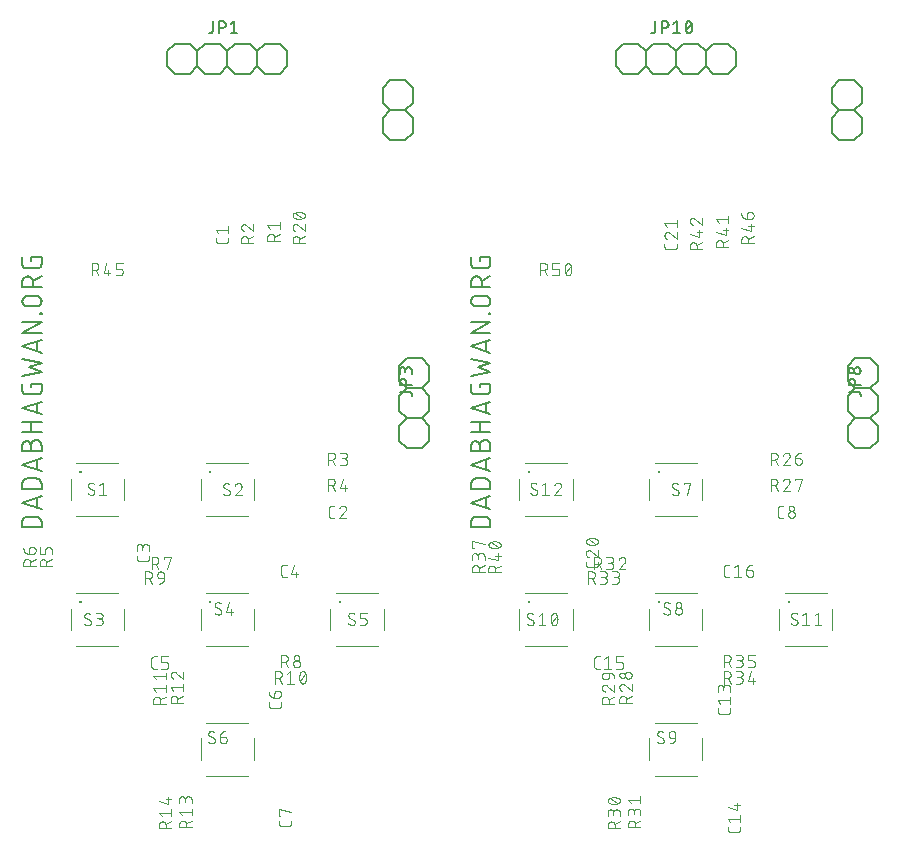
<source format=gbr>
G04 EAGLE Gerber RS-274X export*
G75*
%MOMM*%
%FSLAX34Y34*%
%LPD*%
%INSilkscreen Top*%
%IPPOS*%
%AMOC8*
5,1,8,0,0,1.08239X$1,22.5*%
G01*
%ADD10C,0.152400*%
%ADD11C,0.101600*%
%ADD12C,0.127000*%
%ADD13C,0.100000*%


D10*
X22906Y272890D02*
X6650Y272890D01*
X6650Y277406D01*
X6652Y277537D01*
X6658Y277669D01*
X6667Y277800D01*
X6681Y277930D01*
X6698Y278061D01*
X6719Y278190D01*
X6743Y278319D01*
X6772Y278447D01*
X6804Y278575D01*
X6840Y278701D01*
X6879Y278826D01*
X6922Y278951D01*
X6969Y279073D01*
X7019Y279195D01*
X7073Y279315D01*
X7130Y279433D01*
X7191Y279549D01*
X7255Y279664D01*
X7322Y279777D01*
X7393Y279888D01*
X7467Y279996D01*
X7544Y280103D01*
X7624Y280207D01*
X7707Y280309D01*
X7792Y280408D01*
X7881Y280505D01*
X7973Y280599D01*
X8067Y280691D01*
X8164Y280780D01*
X8263Y280865D01*
X8365Y280948D01*
X8469Y281028D01*
X8576Y281105D01*
X8684Y281179D01*
X8795Y281250D01*
X8908Y281317D01*
X9023Y281381D01*
X9139Y281442D01*
X9257Y281499D01*
X9377Y281553D01*
X9499Y281603D01*
X9621Y281650D01*
X9746Y281693D01*
X9871Y281732D01*
X9997Y281768D01*
X10125Y281800D01*
X10253Y281829D01*
X10382Y281853D01*
X10511Y281874D01*
X10642Y281891D01*
X10772Y281905D01*
X10903Y281914D01*
X11035Y281920D01*
X11166Y281922D01*
X11166Y281921D02*
X18390Y281921D01*
X18390Y281922D02*
X18521Y281920D01*
X18653Y281914D01*
X18784Y281905D01*
X18914Y281891D01*
X19045Y281874D01*
X19174Y281853D01*
X19303Y281829D01*
X19431Y281800D01*
X19559Y281768D01*
X19685Y281732D01*
X19810Y281693D01*
X19935Y281650D01*
X20057Y281603D01*
X20179Y281553D01*
X20299Y281499D01*
X20417Y281442D01*
X20533Y281381D01*
X20648Y281317D01*
X20761Y281250D01*
X20872Y281179D01*
X20980Y281105D01*
X21087Y281028D01*
X21191Y280948D01*
X21293Y280865D01*
X21392Y280780D01*
X21489Y280691D01*
X21583Y280599D01*
X21675Y280505D01*
X21764Y280408D01*
X21849Y280309D01*
X21932Y280207D01*
X22012Y280103D01*
X22089Y279996D01*
X22163Y279888D01*
X22234Y279777D01*
X22301Y279664D01*
X22365Y279549D01*
X22426Y279433D01*
X22483Y279315D01*
X22537Y279195D01*
X22587Y279073D01*
X22634Y278951D01*
X22677Y278826D01*
X22716Y278701D01*
X22752Y278575D01*
X22784Y278447D01*
X22813Y278319D01*
X22837Y278190D01*
X22858Y278060D01*
X22875Y277930D01*
X22889Y277800D01*
X22898Y277669D01*
X22904Y277537D01*
X22906Y277406D01*
X22906Y272890D01*
X22906Y288139D02*
X6650Y293558D01*
X22906Y298977D01*
X18842Y297622D02*
X18842Y289494D01*
X22906Y305195D02*
X6650Y305195D01*
X6650Y309710D01*
X6652Y309841D01*
X6658Y309973D01*
X6667Y310104D01*
X6681Y310234D01*
X6698Y310365D01*
X6719Y310494D01*
X6743Y310623D01*
X6772Y310751D01*
X6804Y310879D01*
X6840Y311005D01*
X6879Y311130D01*
X6922Y311255D01*
X6969Y311377D01*
X7019Y311499D01*
X7073Y311619D01*
X7130Y311737D01*
X7191Y311853D01*
X7255Y311968D01*
X7322Y312081D01*
X7393Y312192D01*
X7467Y312300D01*
X7544Y312407D01*
X7624Y312511D01*
X7707Y312613D01*
X7792Y312712D01*
X7881Y312809D01*
X7973Y312903D01*
X8067Y312995D01*
X8164Y313084D01*
X8263Y313169D01*
X8365Y313252D01*
X8469Y313332D01*
X8576Y313409D01*
X8684Y313483D01*
X8795Y313554D01*
X8908Y313621D01*
X9023Y313685D01*
X9139Y313746D01*
X9257Y313803D01*
X9377Y313857D01*
X9499Y313907D01*
X9621Y313954D01*
X9746Y313997D01*
X9871Y314036D01*
X9997Y314072D01*
X10125Y314104D01*
X10253Y314133D01*
X10382Y314157D01*
X10511Y314178D01*
X10642Y314195D01*
X10772Y314209D01*
X10903Y314218D01*
X11035Y314224D01*
X11166Y314226D01*
X18390Y314226D01*
X18521Y314224D01*
X18653Y314218D01*
X18784Y314209D01*
X18914Y314195D01*
X19045Y314178D01*
X19174Y314157D01*
X19303Y314133D01*
X19431Y314104D01*
X19559Y314072D01*
X19685Y314036D01*
X19810Y313997D01*
X19935Y313954D01*
X20057Y313907D01*
X20179Y313857D01*
X20299Y313803D01*
X20417Y313746D01*
X20533Y313685D01*
X20648Y313621D01*
X20761Y313554D01*
X20872Y313483D01*
X20980Y313409D01*
X21087Y313332D01*
X21191Y313252D01*
X21293Y313169D01*
X21392Y313084D01*
X21489Y312995D01*
X21583Y312903D01*
X21675Y312809D01*
X21764Y312712D01*
X21849Y312613D01*
X21932Y312511D01*
X22012Y312407D01*
X22089Y312300D01*
X22163Y312192D01*
X22234Y312081D01*
X22301Y311968D01*
X22365Y311853D01*
X22426Y311737D01*
X22483Y311619D01*
X22537Y311499D01*
X22587Y311377D01*
X22634Y311255D01*
X22677Y311130D01*
X22716Y311005D01*
X22752Y310879D01*
X22784Y310751D01*
X22813Y310623D01*
X22837Y310494D01*
X22858Y310364D01*
X22875Y310234D01*
X22889Y310104D01*
X22898Y309973D01*
X22904Y309841D01*
X22906Y309710D01*
X22906Y305195D01*
X22906Y320444D02*
X6650Y325862D01*
X22906Y331281D01*
X18842Y329926D02*
X18842Y321798D01*
X13875Y337710D02*
X13875Y342226D01*
X13874Y342226D02*
X13876Y342359D01*
X13882Y342491D01*
X13892Y342623D01*
X13905Y342755D01*
X13923Y342887D01*
X13944Y343017D01*
X13969Y343148D01*
X13998Y343277D01*
X14031Y343405D01*
X14067Y343533D01*
X14107Y343659D01*
X14151Y343784D01*
X14199Y343908D01*
X14250Y344030D01*
X14305Y344151D01*
X14363Y344270D01*
X14425Y344388D01*
X14490Y344503D01*
X14559Y344617D01*
X14630Y344728D01*
X14706Y344837D01*
X14784Y344944D01*
X14865Y345049D01*
X14950Y345151D01*
X15037Y345251D01*
X15127Y345348D01*
X15220Y345443D01*
X15316Y345534D01*
X15414Y345623D01*
X15515Y345709D01*
X15619Y345792D01*
X15725Y345872D01*
X15833Y345948D01*
X15943Y346022D01*
X16056Y346092D01*
X16170Y346159D01*
X16287Y346222D01*
X16405Y346282D01*
X16525Y346339D01*
X16647Y346392D01*
X16770Y346441D01*
X16894Y346487D01*
X17020Y346529D01*
X17147Y346567D01*
X17275Y346602D01*
X17404Y346633D01*
X17533Y346660D01*
X17664Y346683D01*
X17795Y346703D01*
X17927Y346718D01*
X18059Y346730D01*
X18191Y346738D01*
X18324Y346742D01*
X18456Y346742D01*
X18589Y346738D01*
X18721Y346730D01*
X18853Y346718D01*
X18985Y346703D01*
X19116Y346683D01*
X19247Y346660D01*
X19376Y346633D01*
X19505Y346602D01*
X19633Y346567D01*
X19760Y346529D01*
X19886Y346487D01*
X20010Y346441D01*
X20133Y346392D01*
X20255Y346339D01*
X20375Y346282D01*
X20493Y346222D01*
X20610Y346159D01*
X20724Y346092D01*
X20837Y346022D01*
X20947Y345948D01*
X21055Y345872D01*
X21161Y345792D01*
X21265Y345709D01*
X21366Y345623D01*
X21464Y345534D01*
X21560Y345443D01*
X21653Y345348D01*
X21743Y345251D01*
X21830Y345151D01*
X21915Y345049D01*
X21996Y344944D01*
X22074Y344837D01*
X22150Y344728D01*
X22221Y344617D01*
X22290Y344503D01*
X22355Y344388D01*
X22417Y344270D01*
X22475Y344151D01*
X22530Y344030D01*
X22581Y343908D01*
X22629Y343784D01*
X22673Y343659D01*
X22713Y343533D01*
X22749Y343405D01*
X22782Y343277D01*
X22811Y343148D01*
X22836Y343017D01*
X22857Y342887D01*
X22875Y342755D01*
X22888Y342623D01*
X22898Y342491D01*
X22904Y342359D01*
X22906Y342226D01*
X22906Y337710D01*
X6650Y337710D01*
X6650Y342226D01*
X6652Y342345D01*
X6658Y342465D01*
X6668Y342584D01*
X6682Y342702D01*
X6699Y342821D01*
X6721Y342938D01*
X6746Y343055D01*
X6776Y343170D01*
X6809Y343285D01*
X6846Y343399D01*
X6886Y343511D01*
X6931Y343622D01*
X6979Y343731D01*
X7030Y343839D01*
X7085Y343945D01*
X7144Y344049D01*
X7206Y344151D01*
X7271Y344251D01*
X7340Y344349D01*
X7412Y344445D01*
X7487Y344538D01*
X7564Y344628D01*
X7645Y344716D01*
X7729Y344801D01*
X7816Y344883D01*
X7905Y344963D01*
X7997Y345039D01*
X8091Y345113D01*
X8188Y345183D01*
X8286Y345250D01*
X8387Y345314D01*
X8491Y345374D01*
X8596Y345431D01*
X8703Y345484D01*
X8811Y345534D01*
X8921Y345580D01*
X9033Y345622D01*
X9146Y345661D01*
X9260Y345696D01*
X9375Y345727D01*
X9492Y345755D01*
X9609Y345778D01*
X9726Y345798D01*
X9845Y345814D01*
X9964Y345826D01*
X10083Y345834D01*
X10202Y345838D01*
X10322Y345838D01*
X10441Y345834D01*
X10560Y345826D01*
X10679Y345814D01*
X10798Y345798D01*
X10915Y345778D01*
X11032Y345755D01*
X11149Y345727D01*
X11264Y345696D01*
X11378Y345661D01*
X11491Y345622D01*
X11603Y345580D01*
X11713Y345534D01*
X11821Y345484D01*
X11928Y345431D01*
X12033Y345374D01*
X12137Y345314D01*
X12238Y345250D01*
X12336Y345183D01*
X12433Y345113D01*
X12527Y345039D01*
X12619Y344963D01*
X12708Y344883D01*
X12795Y344801D01*
X12879Y344716D01*
X12960Y344628D01*
X13037Y344538D01*
X13112Y344445D01*
X13184Y344349D01*
X13253Y344251D01*
X13318Y344151D01*
X13380Y344049D01*
X13439Y343945D01*
X13494Y343839D01*
X13545Y343731D01*
X13593Y343622D01*
X13638Y343511D01*
X13678Y343399D01*
X13715Y343285D01*
X13748Y343170D01*
X13778Y343055D01*
X13803Y342938D01*
X13825Y342821D01*
X13842Y342702D01*
X13856Y342584D01*
X13866Y342465D01*
X13872Y342345D01*
X13874Y342226D01*
X6650Y353130D02*
X22906Y353130D01*
X13875Y353130D02*
X13875Y362162D01*
X6650Y362162D02*
X22906Y362162D01*
X22906Y368380D02*
X6650Y373798D01*
X22906Y379217D01*
X18842Y377862D02*
X18842Y369734D01*
X13875Y391757D02*
X13875Y394466D01*
X22906Y394466D01*
X22906Y389047D01*
X22904Y388929D01*
X22898Y388811D01*
X22889Y388693D01*
X22875Y388576D01*
X22858Y388459D01*
X22837Y388342D01*
X22812Y388227D01*
X22783Y388112D01*
X22750Y387998D01*
X22714Y387886D01*
X22674Y387775D01*
X22631Y387665D01*
X22584Y387556D01*
X22534Y387449D01*
X22479Y387344D01*
X22422Y387241D01*
X22361Y387140D01*
X22297Y387040D01*
X22230Y386943D01*
X22160Y386848D01*
X22086Y386756D01*
X22010Y386665D01*
X21930Y386578D01*
X21848Y386493D01*
X21763Y386411D01*
X21676Y386331D01*
X21585Y386255D01*
X21493Y386181D01*
X21398Y386111D01*
X21301Y386044D01*
X21201Y385980D01*
X21100Y385919D01*
X20997Y385862D01*
X20892Y385807D01*
X20785Y385757D01*
X20676Y385710D01*
X20566Y385667D01*
X20455Y385627D01*
X20343Y385591D01*
X20229Y385558D01*
X20114Y385529D01*
X19999Y385504D01*
X19882Y385483D01*
X19765Y385466D01*
X19648Y385452D01*
X19530Y385443D01*
X19412Y385437D01*
X19294Y385435D01*
X10262Y385435D01*
X10144Y385437D01*
X10026Y385443D01*
X9908Y385452D01*
X9790Y385466D01*
X9673Y385483D01*
X9557Y385504D01*
X9442Y385529D01*
X9327Y385558D01*
X9213Y385591D01*
X9101Y385627D01*
X8989Y385667D01*
X8879Y385710D01*
X8771Y385757D01*
X8664Y385808D01*
X8559Y385862D01*
X8456Y385919D01*
X8354Y385980D01*
X8255Y386044D01*
X8158Y386111D01*
X8063Y386182D01*
X7970Y386255D01*
X7880Y386332D01*
X7792Y386411D01*
X7707Y386493D01*
X7625Y386578D01*
X7546Y386666D01*
X7469Y386756D01*
X7396Y386849D01*
X7325Y386943D01*
X7258Y387041D01*
X7194Y387140D01*
X7133Y387241D01*
X7076Y387345D01*
X7022Y387450D01*
X6971Y387557D01*
X6924Y387665D01*
X6881Y387775D01*
X6841Y387887D01*
X6805Y387999D01*
X6772Y388113D01*
X6743Y388228D01*
X6718Y388343D01*
X6697Y388459D01*
X6680Y388576D01*
X6666Y388694D01*
X6657Y388812D01*
X6651Y388930D01*
X6649Y389048D01*
X6650Y389047D02*
X6650Y394466D01*
X6650Y400962D02*
X22906Y404575D01*
X12069Y408187D01*
X22906Y411799D01*
X6650Y415412D01*
X6650Y425902D02*
X22906Y420484D01*
X22906Y431321D02*
X6650Y425902D01*
X18842Y429966D02*
X18842Y421838D01*
X22906Y437539D02*
X6650Y437539D01*
X22906Y446570D01*
X6650Y446570D01*
X22003Y453066D02*
X22906Y453066D01*
X22003Y453066D02*
X22003Y453969D01*
X22906Y453969D01*
X22906Y453066D01*
X18390Y459944D02*
X11166Y459944D01*
X11166Y459943D02*
X11033Y459945D01*
X10901Y459951D01*
X10769Y459961D01*
X10637Y459974D01*
X10505Y459992D01*
X10375Y460013D01*
X10244Y460038D01*
X10115Y460067D01*
X9987Y460100D01*
X9859Y460136D01*
X9733Y460176D01*
X9608Y460220D01*
X9484Y460268D01*
X9362Y460319D01*
X9241Y460374D01*
X9122Y460432D01*
X9004Y460494D01*
X8889Y460559D01*
X8775Y460628D01*
X8664Y460699D01*
X8555Y460775D01*
X8448Y460853D01*
X8343Y460934D01*
X8241Y461019D01*
X8141Y461106D01*
X8044Y461196D01*
X7949Y461289D01*
X7858Y461385D01*
X7769Y461483D01*
X7683Y461584D01*
X7600Y461688D01*
X7520Y461794D01*
X7444Y461902D01*
X7370Y462012D01*
X7300Y462125D01*
X7233Y462239D01*
X7170Y462356D01*
X7110Y462474D01*
X7053Y462594D01*
X7000Y462716D01*
X6951Y462839D01*
X6905Y462963D01*
X6863Y463089D01*
X6825Y463216D01*
X6790Y463344D01*
X6759Y463473D01*
X6732Y463602D01*
X6709Y463733D01*
X6689Y463864D01*
X6674Y463996D01*
X6662Y464128D01*
X6654Y464260D01*
X6650Y464393D01*
X6650Y464525D01*
X6654Y464658D01*
X6662Y464790D01*
X6674Y464922D01*
X6689Y465054D01*
X6709Y465185D01*
X6732Y465316D01*
X6759Y465445D01*
X6790Y465574D01*
X6825Y465702D01*
X6863Y465829D01*
X6905Y465955D01*
X6951Y466079D01*
X7000Y466202D01*
X7053Y466324D01*
X7110Y466444D01*
X7170Y466562D01*
X7233Y466679D01*
X7300Y466793D01*
X7370Y466906D01*
X7444Y467016D01*
X7520Y467124D01*
X7600Y467230D01*
X7683Y467334D01*
X7769Y467435D01*
X7858Y467533D01*
X7949Y467629D01*
X8044Y467722D01*
X8141Y467812D01*
X8241Y467899D01*
X8343Y467984D01*
X8448Y468065D01*
X8555Y468143D01*
X8664Y468219D01*
X8775Y468290D01*
X8889Y468359D01*
X9004Y468424D01*
X9122Y468486D01*
X9241Y468544D01*
X9362Y468599D01*
X9484Y468650D01*
X9608Y468698D01*
X9733Y468742D01*
X9859Y468782D01*
X9987Y468818D01*
X10115Y468851D01*
X10244Y468880D01*
X10375Y468905D01*
X10505Y468926D01*
X10637Y468944D01*
X10769Y468957D01*
X10901Y468967D01*
X11033Y468973D01*
X11166Y468975D01*
X18390Y468975D01*
X18523Y468973D01*
X18655Y468967D01*
X18787Y468957D01*
X18919Y468944D01*
X19051Y468926D01*
X19181Y468905D01*
X19312Y468880D01*
X19441Y468851D01*
X19569Y468818D01*
X19697Y468782D01*
X19823Y468742D01*
X19948Y468698D01*
X20072Y468650D01*
X20194Y468599D01*
X20315Y468544D01*
X20434Y468486D01*
X20552Y468424D01*
X20667Y468359D01*
X20781Y468290D01*
X20892Y468219D01*
X21001Y468143D01*
X21108Y468065D01*
X21213Y467984D01*
X21315Y467899D01*
X21415Y467812D01*
X21512Y467722D01*
X21607Y467629D01*
X21698Y467533D01*
X21787Y467435D01*
X21873Y467334D01*
X21956Y467230D01*
X22036Y467124D01*
X22112Y467016D01*
X22186Y466906D01*
X22256Y466793D01*
X22323Y466679D01*
X22386Y466562D01*
X22446Y466444D01*
X22503Y466324D01*
X22556Y466202D01*
X22605Y466079D01*
X22651Y465955D01*
X22693Y465829D01*
X22731Y465702D01*
X22766Y465574D01*
X22797Y465445D01*
X22824Y465316D01*
X22847Y465185D01*
X22867Y465054D01*
X22882Y464922D01*
X22894Y464790D01*
X22902Y464658D01*
X22906Y464525D01*
X22906Y464393D01*
X22902Y464260D01*
X22894Y464128D01*
X22882Y463996D01*
X22867Y463864D01*
X22847Y463733D01*
X22824Y463602D01*
X22797Y463473D01*
X22766Y463344D01*
X22731Y463216D01*
X22693Y463089D01*
X22651Y462963D01*
X22605Y462839D01*
X22556Y462716D01*
X22503Y462594D01*
X22446Y462474D01*
X22386Y462356D01*
X22323Y462239D01*
X22256Y462125D01*
X22186Y462012D01*
X22112Y461902D01*
X22036Y461794D01*
X21956Y461688D01*
X21873Y461584D01*
X21787Y461483D01*
X21698Y461385D01*
X21607Y461289D01*
X21512Y461196D01*
X21415Y461106D01*
X21315Y461019D01*
X21213Y460934D01*
X21108Y460853D01*
X21001Y460775D01*
X20892Y460699D01*
X20781Y460628D01*
X20667Y460559D01*
X20552Y460494D01*
X20434Y460432D01*
X20315Y460374D01*
X20194Y460319D01*
X20072Y460268D01*
X19948Y460220D01*
X19823Y460176D01*
X19697Y460136D01*
X19569Y460100D01*
X19441Y460067D01*
X19312Y460038D01*
X19181Y460013D01*
X19051Y459992D01*
X18919Y459974D01*
X18787Y459961D01*
X18655Y459951D01*
X18523Y459945D01*
X18390Y459943D01*
X22906Y476188D02*
X6650Y476188D01*
X6650Y480703D01*
X6652Y480836D01*
X6658Y480968D01*
X6668Y481100D01*
X6681Y481232D01*
X6699Y481364D01*
X6720Y481494D01*
X6745Y481625D01*
X6774Y481754D01*
X6807Y481882D01*
X6843Y482010D01*
X6883Y482136D01*
X6927Y482261D01*
X6975Y482385D01*
X7026Y482507D01*
X7081Y482628D01*
X7139Y482747D01*
X7201Y482865D01*
X7266Y482980D01*
X7335Y483094D01*
X7406Y483205D01*
X7482Y483314D01*
X7560Y483421D01*
X7641Y483526D01*
X7726Y483628D01*
X7813Y483728D01*
X7903Y483825D01*
X7996Y483920D01*
X8092Y484011D01*
X8190Y484100D01*
X8291Y484186D01*
X8395Y484269D01*
X8501Y484349D01*
X8609Y484425D01*
X8719Y484499D01*
X8832Y484569D01*
X8946Y484636D01*
X9063Y484699D01*
X9181Y484759D01*
X9301Y484816D01*
X9423Y484869D01*
X9546Y484918D01*
X9670Y484964D01*
X9796Y485006D01*
X9923Y485044D01*
X10051Y485079D01*
X10180Y485110D01*
X10309Y485137D01*
X10440Y485160D01*
X10571Y485180D01*
X10703Y485195D01*
X10835Y485207D01*
X10967Y485215D01*
X11100Y485219D01*
X11232Y485219D01*
X11365Y485215D01*
X11497Y485207D01*
X11629Y485195D01*
X11761Y485180D01*
X11892Y485160D01*
X12023Y485137D01*
X12152Y485110D01*
X12281Y485079D01*
X12409Y485044D01*
X12536Y485006D01*
X12662Y484964D01*
X12786Y484918D01*
X12909Y484869D01*
X13031Y484816D01*
X13151Y484759D01*
X13269Y484699D01*
X13386Y484636D01*
X13500Y484569D01*
X13613Y484499D01*
X13723Y484425D01*
X13831Y484349D01*
X13937Y484269D01*
X14041Y484186D01*
X14142Y484100D01*
X14240Y484011D01*
X14336Y483920D01*
X14429Y483825D01*
X14519Y483728D01*
X14606Y483628D01*
X14691Y483526D01*
X14772Y483421D01*
X14850Y483314D01*
X14926Y483205D01*
X14997Y483094D01*
X15066Y482980D01*
X15131Y482865D01*
X15193Y482747D01*
X15251Y482628D01*
X15306Y482507D01*
X15357Y482385D01*
X15405Y482261D01*
X15449Y482136D01*
X15489Y482010D01*
X15525Y481882D01*
X15558Y481754D01*
X15587Y481625D01*
X15612Y481494D01*
X15633Y481364D01*
X15651Y481232D01*
X15664Y481100D01*
X15674Y480968D01*
X15680Y480836D01*
X15682Y480703D01*
X15681Y480703D02*
X15681Y476188D01*
X15681Y481606D02*
X22906Y485219D01*
X13875Y498570D02*
X13875Y501280D01*
X22906Y501280D01*
X22906Y495861D01*
X22904Y495743D01*
X22898Y495625D01*
X22889Y495507D01*
X22875Y495390D01*
X22858Y495273D01*
X22837Y495156D01*
X22812Y495041D01*
X22783Y494926D01*
X22750Y494812D01*
X22714Y494700D01*
X22674Y494589D01*
X22631Y494479D01*
X22584Y494370D01*
X22534Y494263D01*
X22479Y494158D01*
X22422Y494055D01*
X22361Y493954D01*
X22297Y493854D01*
X22230Y493757D01*
X22160Y493662D01*
X22086Y493570D01*
X22010Y493479D01*
X21930Y493392D01*
X21848Y493307D01*
X21763Y493225D01*
X21676Y493145D01*
X21585Y493069D01*
X21493Y492995D01*
X21398Y492925D01*
X21301Y492858D01*
X21201Y492794D01*
X21100Y492733D01*
X20997Y492676D01*
X20892Y492621D01*
X20785Y492571D01*
X20676Y492524D01*
X20566Y492481D01*
X20455Y492441D01*
X20343Y492405D01*
X20229Y492372D01*
X20114Y492343D01*
X19999Y492318D01*
X19882Y492297D01*
X19765Y492280D01*
X19648Y492266D01*
X19530Y492257D01*
X19412Y492251D01*
X19294Y492249D01*
X10262Y492249D01*
X10262Y492248D02*
X10144Y492250D01*
X10026Y492256D01*
X9908Y492265D01*
X9790Y492279D01*
X9673Y492296D01*
X9557Y492317D01*
X9442Y492342D01*
X9327Y492371D01*
X9213Y492404D01*
X9101Y492440D01*
X8989Y492480D01*
X8879Y492523D01*
X8771Y492570D01*
X8664Y492621D01*
X8559Y492675D01*
X8456Y492732D01*
X8354Y492793D01*
X8255Y492857D01*
X8158Y492924D01*
X8063Y492995D01*
X7970Y493068D01*
X7880Y493145D01*
X7792Y493224D01*
X7707Y493306D01*
X7625Y493391D01*
X7546Y493479D01*
X7469Y493569D01*
X7396Y493662D01*
X7325Y493756D01*
X7258Y493854D01*
X7194Y493953D01*
X7133Y494054D01*
X7076Y494158D01*
X7022Y494263D01*
X6971Y494370D01*
X6924Y494478D01*
X6881Y494588D01*
X6841Y494700D01*
X6805Y494812D01*
X6772Y494926D01*
X6743Y495041D01*
X6718Y495156D01*
X6697Y495272D01*
X6680Y495389D01*
X6666Y495507D01*
X6657Y495625D01*
X6651Y495743D01*
X6649Y495861D01*
X6650Y495861D02*
X6650Y501280D01*
X386650Y272890D02*
X402906Y272890D01*
X386650Y272890D02*
X386650Y277406D01*
X386652Y277537D01*
X386658Y277669D01*
X386667Y277800D01*
X386681Y277930D01*
X386698Y278061D01*
X386719Y278190D01*
X386743Y278319D01*
X386772Y278447D01*
X386804Y278575D01*
X386840Y278701D01*
X386879Y278826D01*
X386922Y278951D01*
X386969Y279073D01*
X387019Y279195D01*
X387073Y279315D01*
X387130Y279433D01*
X387191Y279549D01*
X387255Y279664D01*
X387322Y279777D01*
X387393Y279888D01*
X387467Y279996D01*
X387544Y280103D01*
X387624Y280207D01*
X387707Y280309D01*
X387792Y280408D01*
X387881Y280505D01*
X387973Y280599D01*
X388067Y280691D01*
X388164Y280780D01*
X388263Y280865D01*
X388365Y280948D01*
X388469Y281028D01*
X388576Y281105D01*
X388684Y281179D01*
X388795Y281250D01*
X388908Y281317D01*
X389023Y281381D01*
X389139Y281442D01*
X389257Y281499D01*
X389377Y281553D01*
X389499Y281603D01*
X389621Y281650D01*
X389746Y281693D01*
X389871Y281732D01*
X389997Y281768D01*
X390125Y281800D01*
X390253Y281829D01*
X390382Y281853D01*
X390511Y281874D01*
X390642Y281891D01*
X390772Y281905D01*
X390903Y281914D01*
X391035Y281920D01*
X391166Y281922D01*
X391166Y281921D02*
X398390Y281921D01*
X398390Y281922D02*
X398521Y281920D01*
X398653Y281914D01*
X398784Y281905D01*
X398914Y281891D01*
X399045Y281874D01*
X399174Y281853D01*
X399303Y281829D01*
X399431Y281800D01*
X399559Y281768D01*
X399685Y281732D01*
X399810Y281693D01*
X399935Y281650D01*
X400057Y281603D01*
X400179Y281553D01*
X400299Y281499D01*
X400417Y281442D01*
X400533Y281381D01*
X400648Y281317D01*
X400761Y281250D01*
X400872Y281179D01*
X400980Y281105D01*
X401087Y281028D01*
X401191Y280948D01*
X401293Y280865D01*
X401392Y280780D01*
X401489Y280691D01*
X401583Y280599D01*
X401675Y280505D01*
X401764Y280408D01*
X401849Y280309D01*
X401932Y280207D01*
X402012Y280103D01*
X402089Y279996D01*
X402163Y279888D01*
X402234Y279777D01*
X402301Y279664D01*
X402365Y279549D01*
X402426Y279433D01*
X402483Y279315D01*
X402537Y279195D01*
X402587Y279073D01*
X402634Y278951D01*
X402677Y278826D01*
X402716Y278701D01*
X402752Y278575D01*
X402784Y278447D01*
X402813Y278319D01*
X402837Y278190D01*
X402858Y278060D01*
X402875Y277930D01*
X402889Y277800D01*
X402898Y277669D01*
X402904Y277537D01*
X402906Y277406D01*
X402906Y272890D01*
X402906Y288139D02*
X386650Y293558D01*
X402906Y298977D01*
X398842Y297622D02*
X398842Y289494D01*
X402906Y305195D02*
X386650Y305195D01*
X386650Y309710D01*
X386652Y309841D01*
X386658Y309973D01*
X386667Y310104D01*
X386681Y310234D01*
X386698Y310365D01*
X386719Y310494D01*
X386743Y310623D01*
X386772Y310751D01*
X386804Y310879D01*
X386840Y311005D01*
X386879Y311130D01*
X386922Y311255D01*
X386969Y311377D01*
X387019Y311499D01*
X387073Y311619D01*
X387130Y311737D01*
X387191Y311853D01*
X387255Y311968D01*
X387322Y312081D01*
X387393Y312192D01*
X387467Y312300D01*
X387544Y312407D01*
X387624Y312511D01*
X387707Y312613D01*
X387792Y312712D01*
X387881Y312809D01*
X387973Y312903D01*
X388067Y312995D01*
X388164Y313084D01*
X388263Y313169D01*
X388365Y313252D01*
X388469Y313332D01*
X388576Y313409D01*
X388684Y313483D01*
X388795Y313554D01*
X388908Y313621D01*
X389023Y313685D01*
X389139Y313746D01*
X389257Y313803D01*
X389377Y313857D01*
X389499Y313907D01*
X389621Y313954D01*
X389746Y313997D01*
X389871Y314036D01*
X389997Y314072D01*
X390125Y314104D01*
X390253Y314133D01*
X390382Y314157D01*
X390511Y314178D01*
X390642Y314195D01*
X390772Y314209D01*
X390903Y314218D01*
X391035Y314224D01*
X391166Y314226D01*
X398390Y314226D01*
X398521Y314224D01*
X398653Y314218D01*
X398784Y314209D01*
X398914Y314195D01*
X399045Y314178D01*
X399174Y314157D01*
X399303Y314133D01*
X399431Y314104D01*
X399559Y314072D01*
X399685Y314036D01*
X399810Y313997D01*
X399935Y313954D01*
X400057Y313907D01*
X400179Y313857D01*
X400299Y313803D01*
X400417Y313746D01*
X400533Y313685D01*
X400648Y313621D01*
X400761Y313554D01*
X400872Y313483D01*
X400980Y313409D01*
X401087Y313332D01*
X401191Y313252D01*
X401293Y313169D01*
X401392Y313084D01*
X401489Y312995D01*
X401583Y312903D01*
X401675Y312809D01*
X401764Y312712D01*
X401849Y312613D01*
X401932Y312511D01*
X402012Y312407D01*
X402089Y312300D01*
X402163Y312192D01*
X402234Y312081D01*
X402301Y311968D01*
X402365Y311853D01*
X402426Y311737D01*
X402483Y311619D01*
X402537Y311499D01*
X402587Y311377D01*
X402634Y311255D01*
X402677Y311130D01*
X402716Y311005D01*
X402752Y310879D01*
X402784Y310751D01*
X402813Y310623D01*
X402837Y310494D01*
X402858Y310364D01*
X402875Y310234D01*
X402889Y310104D01*
X402898Y309973D01*
X402904Y309841D01*
X402906Y309710D01*
X402906Y305195D01*
X402906Y320444D02*
X386650Y325862D01*
X402906Y331281D01*
X398842Y329926D02*
X398842Y321798D01*
X393875Y337710D02*
X393875Y342226D01*
X393874Y342226D02*
X393876Y342359D01*
X393882Y342491D01*
X393892Y342623D01*
X393905Y342755D01*
X393923Y342887D01*
X393944Y343017D01*
X393969Y343148D01*
X393998Y343277D01*
X394031Y343405D01*
X394067Y343533D01*
X394107Y343659D01*
X394151Y343784D01*
X394199Y343908D01*
X394250Y344030D01*
X394305Y344151D01*
X394363Y344270D01*
X394425Y344388D01*
X394490Y344503D01*
X394559Y344617D01*
X394630Y344728D01*
X394706Y344837D01*
X394784Y344944D01*
X394865Y345049D01*
X394950Y345151D01*
X395037Y345251D01*
X395127Y345348D01*
X395220Y345443D01*
X395316Y345534D01*
X395414Y345623D01*
X395515Y345709D01*
X395619Y345792D01*
X395725Y345872D01*
X395833Y345948D01*
X395943Y346022D01*
X396056Y346092D01*
X396170Y346159D01*
X396287Y346222D01*
X396405Y346282D01*
X396525Y346339D01*
X396647Y346392D01*
X396770Y346441D01*
X396894Y346487D01*
X397020Y346529D01*
X397147Y346567D01*
X397275Y346602D01*
X397404Y346633D01*
X397533Y346660D01*
X397664Y346683D01*
X397795Y346703D01*
X397927Y346718D01*
X398059Y346730D01*
X398191Y346738D01*
X398324Y346742D01*
X398456Y346742D01*
X398589Y346738D01*
X398721Y346730D01*
X398853Y346718D01*
X398985Y346703D01*
X399116Y346683D01*
X399247Y346660D01*
X399376Y346633D01*
X399505Y346602D01*
X399633Y346567D01*
X399760Y346529D01*
X399886Y346487D01*
X400010Y346441D01*
X400133Y346392D01*
X400255Y346339D01*
X400375Y346282D01*
X400493Y346222D01*
X400610Y346159D01*
X400724Y346092D01*
X400837Y346022D01*
X400947Y345948D01*
X401055Y345872D01*
X401161Y345792D01*
X401265Y345709D01*
X401366Y345623D01*
X401464Y345534D01*
X401560Y345443D01*
X401653Y345348D01*
X401743Y345251D01*
X401830Y345151D01*
X401915Y345049D01*
X401996Y344944D01*
X402074Y344837D01*
X402150Y344728D01*
X402221Y344617D01*
X402290Y344503D01*
X402355Y344388D01*
X402417Y344270D01*
X402475Y344151D01*
X402530Y344030D01*
X402581Y343908D01*
X402629Y343784D01*
X402673Y343659D01*
X402713Y343533D01*
X402749Y343405D01*
X402782Y343277D01*
X402811Y343148D01*
X402836Y343017D01*
X402857Y342887D01*
X402875Y342755D01*
X402888Y342623D01*
X402898Y342491D01*
X402904Y342359D01*
X402906Y342226D01*
X402906Y337710D01*
X386650Y337710D01*
X386650Y342226D01*
X386652Y342345D01*
X386658Y342465D01*
X386668Y342584D01*
X386682Y342702D01*
X386699Y342821D01*
X386721Y342938D01*
X386746Y343055D01*
X386776Y343170D01*
X386809Y343285D01*
X386846Y343399D01*
X386886Y343511D01*
X386931Y343622D01*
X386979Y343731D01*
X387030Y343839D01*
X387085Y343945D01*
X387144Y344049D01*
X387206Y344151D01*
X387271Y344251D01*
X387340Y344349D01*
X387412Y344445D01*
X387487Y344538D01*
X387564Y344628D01*
X387645Y344716D01*
X387729Y344801D01*
X387816Y344883D01*
X387905Y344963D01*
X387997Y345039D01*
X388091Y345113D01*
X388188Y345183D01*
X388286Y345250D01*
X388387Y345314D01*
X388491Y345374D01*
X388596Y345431D01*
X388703Y345484D01*
X388811Y345534D01*
X388921Y345580D01*
X389033Y345622D01*
X389146Y345661D01*
X389260Y345696D01*
X389375Y345727D01*
X389492Y345755D01*
X389609Y345778D01*
X389726Y345798D01*
X389845Y345814D01*
X389964Y345826D01*
X390083Y345834D01*
X390202Y345838D01*
X390322Y345838D01*
X390441Y345834D01*
X390560Y345826D01*
X390679Y345814D01*
X390798Y345798D01*
X390915Y345778D01*
X391032Y345755D01*
X391149Y345727D01*
X391264Y345696D01*
X391378Y345661D01*
X391491Y345622D01*
X391603Y345580D01*
X391713Y345534D01*
X391821Y345484D01*
X391928Y345431D01*
X392033Y345374D01*
X392137Y345314D01*
X392238Y345250D01*
X392336Y345183D01*
X392433Y345113D01*
X392527Y345039D01*
X392619Y344963D01*
X392708Y344883D01*
X392795Y344801D01*
X392879Y344716D01*
X392960Y344628D01*
X393037Y344538D01*
X393112Y344445D01*
X393184Y344349D01*
X393253Y344251D01*
X393318Y344151D01*
X393380Y344049D01*
X393439Y343945D01*
X393494Y343839D01*
X393545Y343731D01*
X393593Y343622D01*
X393638Y343511D01*
X393678Y343399D01*
X393715Y343285D01*
X393748Y343170D01*
X393778Y343055D01*
X393803Y342938D01*
X393825Y342821D01*
X393842Y342702D01*
X393856Y342584D01*
X393866Y342465D01*
X393872Y342345D01*
X393874Y342226D01*
X386650Y353130D02*
X402906Y353130D01*
X393875Y353130D02*
X393875Y362162D01*
X386650Y362162D02*
X402906Y362162D01*
X402906Y368380D02*
X386650Y373798D01*
X402906Y379217D01*
X398842Y377862D02*
X398842Y369734D01*
X393875Y391757D02*
X393875Y394466D01*
X402906Y394466D01*
X402906Y389047D01*
X402904Y388929D01*
X402898Y388811D01*
X402889Y388693D01*
X402875Y388576D01*
X402858Y388459D01*
X402837Y388342D01*
X402812Y388227D01*
X402783Y388112D01*
X402750Y387998D01*
X402714Y387886D01*
X402674Y387775D01*
X402631Y387665D01*
X402584Y387556D01*
X402534Y387449D01*
X402479Y387344D01*
X402422Y387241D01*
X402361Y387140D01*
X402297Y387040D01*
X402230Y386943D01*
X402160Y386848D01*
X402086Y386756D01*
X402010Y386665D01*
X401930Y386578D01*
X401848Y386493D01*
X401763Y386411D01*
X401676Y386331D01*
X401585Y386255D01*
X401493Y386181D01*
X401398Y386111D01*
X401301Y386044D01*
X401201Y385980D01*
X401100Y385919D01*
X400997Y385862D01*
X400892Y385807D01*
X400785Y385757D01*
X400676Y385710D01*
X400566Y385667D01*
X400455Y385627D01*
X400343Y385591D01*
X400229Y385558D01*
X400114Y385529D01*
X399999Y385504D01*
X399882Y385483D01*
X399765Y385466D01*
X399648Y385452D01*
X399530Y385443D01*
X399412Y385437D01*
X399294Y385435D01*
X390262Y385435D01*
X390144Y385437D01*
X390026Y385443D01*
X389908Y385452D01*
X389790Y385466D01*
X389673Y385483D01*
X389557Y385504D01*
X389442Y385529D01*
X389327Y385558D01*
X389213Y385591D01*
X389101Y385627D01*
X388989Y385667D01*
X388879Y385710D01*
X388771Y385757D01*
X388664Y385808D01*
X388559Y385862D01*
X388456Y385919D01*
X388354Y385980D01*
X388255Y386044D01*
X388158Y386111D01*
X388063Y386182D01*
X387970Y386255D01*
X387880Y386332D01*
X387792Y386411D01*
X387707Y386493D01*
X387625Y386578D01*
X387546Y386666D01*
X387469Y386756D01*
X387396Y386849D01*
X387325Y386943D01*
X387258Y387041D01*
X387194Y387140D01*
X387133Y387241D01*
X387076Y387345D01*
X387022Y387450D01*
X386971Y387557D01*
X386924Y387665D01*
X386881Y387775D01*
X386841Y387887D01*
X386805Y387999D01*
X386772Y388113D01*
X386743Y388228D01*
X386718Y388343D01*
X386697Y388459D01*
X386680Y388576D01*
X386666Y388694D01*
X386657Y388812D01*
X386651Y388930D01*
X386649Y389048D01*
X386650Y389047D02*
X386650Y394466D01*
X386650Y400962D02*
X402906Y404575D01*
X392069Y408187D01*
X402906Y411799D01*
X386650Y415412D01*
X386650Y425902D02*
X402906Y420484D01*
X402906Y431321D02*
X386650Y425902D01*
X398842Y429966D02*
X398842Y421838D01*
X402906Y437539D02*
X386650Y437539D01*
X402906Y446570D01*
X386650Y446570D01*
X402003Y453066D02*
X402906Y453066D01*
X402003Y453066D02*
X402003Y453969D01*
X402906Y453969D01*
X402906Y453066D01*
X398390Y459944D02*
X391166Y459944D01*
X391166Y459943D02*
X391033Y459945D01*
X390901Y459951D01*
X390769Y459961D01*
X390637Y459974D01*
X390505Y459992D01*
X390375Y460013D01*
X390244Y460038D01*
X390115Y460067D01*
X389987Y460100D01*
X389859Y460136D01*
X389733Y460176D01*
X389608Y460220D01*
X389484Y460268D01*
X389362Y460319D01*
X389241Y460374D01*
X389122Y460432D01*
X389004Y460494D01*
X388889Y460559D01*
X388775Y460628D01*
X388664Y460699D01*
X388555Y460775D01*
X388448Y460853D01*
X388343Y460934D01*
X388241Y461019D01*
X388141Y461106D01*
X388044Y461196D01*
X387949Y461289D01*
X387858Y461385D01*
X387769Y461483D01*
X387683Y461584D01*
X387600Y461688D01*
X387520Y461794D01*
X387444Y461902D01*
X387370Y462012D01*
X387300Y462125D01*
X387233Y462239D01*
X387170Y462356D01*
X387110Y462474D01*
X387053Y462594D01*
X387000Y462716D01*
X386951Y462839D01*
X386905Y462963D01*
X386863Y463089D01*
X386825Y463216D01*
X386790Y463344D01*
X386759Y463473D01*
X386732Y463602D01*
X386709Y463733D01*
X386689Y463864D01*
X386674Y463996D01*
X386662Y464128D01*
X386654Y464260D01*
X386650Y464393D01*
X386650Y464525D01*
X386654Y464658D01*
X386662Y464790D01*
X386674Y464922D01*
X386689Y465054D01*
X386709Y465185D01*
X386732Y465316D01*
X386759Y465445D01*
X386790Y465574D01*
X386825Y465702D01*
X386863Y465829D01*
X386905Y465955D01*
X386951Y466079D01*
X387000Y466202D01*
X387053Y466324D01*
X387110Y466444D01*
X387170Y466562D01*
X387233Y466679D01*
X387300Y466793D01*
X387370Y466906D01*
X387444Y467016D01*
X387520Y467124D01*
X387600Y467230D01*
X387683Y467334D01*
X387769Y467435D01*
X387858Y467533D01*
X387949Y467629D01*
X388044Y467722D01*
X388141Y467812D01*
X388241Y467899D01*
X388343Y467984D01*
X388448Y468065D01*
X388555Y468143D01*
X388664Y468219D01*
X388775Y468290D01*
X388889Y468359D01*
X389004Y468424D01*
X389122Y468486D01*
X389241Y468544D01*
X389362Y468599D01*
X389484Y468650D01*
X389608Y468698D01*
X389733Y468742D01*
X389859Y468782D01*
X389987Y468818D01*
X390115Y468851D01*
X390244Y468880D01*
X390375Y468905D01*
X390505Y468926D01*
X390637Y468944D01*
X390769Y468957D01*
X390901Y468967D01*
X391033Y468973D01*
X391166Y468975D01*
X398390Y468975D01*
X398523Y468973D01*
X398655Y468967D01*
X398787Y468957D01*
X398919Y468944D01*
X399051Y468926D01*
X399181Y468905D01*
X399312Y468880D01*
X399441Y468851D01*
X399569Y468818D01*
X399697Y468782D01*
X399823Y468742D01*
X399948Y468698D01*
X400072Y468650D01*
X400194Y468599D01*
X400315Y468544D01*
X400434Y468486D01*
X400552Y468424D01*
X400667Y468359D01*
X400781Y468290D01*
X400892Y468219D01*
X401001Y468143D01*
X401108Y468065D01*
X401213Y467984D01*
X401315Y467899D01*
X401415Y467812D01*
X401512Y467722D01*
X401607Y467629D01*
X401698Y467533D01*
X401787Y467435D01*
X401873Y467334D01*
X401956Y467230D01*
X402036Y467124D01*
X402112Y467016D01*
X402186Y466906D01*
X402256Y466793D01*
X402323Y466679D01*
X402386Y466562D01*
X402446Y466444D01*
X402503Y466324D01*
X402556Y466202D01*
X402605Y466079D01*
X402651Y465955D01*
X402693Y465829D01*
X402731Y465702D01*
X402766Y465574D01*
X402797Y465445D01*
X402824Y465316D01*
X402847Y465185D01*
X402867Y465054D01*
X402882Y464922D01*
X402894Y464790D01*
X402902Y464658D01*
X402906Y464525D01*
X402906Y464393D01*
X402902Y464260D01*
X402894Y464128D01*
X402882Y463996D01*
X402867Y463864D01*
X402847Y463733D01*
X402824Y463602D01*
X402797Y463473D01*
X402766Y463344D01*
X402731Y463216D01*
X402693Y463089D01*
X402651Y462963D01*
X402605Y462839D01*
X402556Y462716D01*
X402503Y462594D01*
X402446Y462474D01*
X402386Y462356D01*
X402323Y462239D01*
X402256Y462125D01*
X402186Y462012D01*
X402112Y461902D01*
X402036Y461794D01*
X401956Y461688D01*
X401873Y461584D01*
X401787Y461483D01*
X401698Y461385D01*
X401607Y461289D01*
X401512Y461196D01*
X401415Y461106D01*
X401315Y461019D01*
X401213Y460934D01*
X401108Y460853D01*
X401001Y460775D01*
X400892Y460699D01*
X400781Y460628D01*
X400667Y460559D01*
X400552Y460494D01*
X400434Y460432D01*
X400315Y460374D01*
X400194Y460319D01*
X400072Y460268D01*
X399948Y460220D01*
X399823Y460176D01*
X399697Y460136D01*
X399569Y460100D01*
X399441Y460067D01*
X399312Y460038D01*
X399181Y460013D01*
X399051Y459992D01*
X398919Y459974D01*
X398787Y459961D01*
X398655Y459951D01*
X398523Y459945D01*
X398390Y459943D01*
X402906Y476188D02*
X386650Y476188D01*
X386650Y480703D01*
X386652Y480836D01*
X386658Y480968D01*
X386668Y481100D01*
X386681Y481232D01*
X386699Y481364D01*
X386720Y481494D01*
X386745Y481625D01*
X386774Y481754D01*
X386807Y481882D01*
X386843Y482010D01*
X386883Y482136D01*
X386927Y482261D01*
X386975Y482385D01*
X387026Y482507D01*
X387081Y482628D01*
X387139Y482747D01*
X387201Y482865D01*
X387266Y482980D01*
X387335Y483094D01*
X387406Y483205D01*
X387482Y483314D01*
X387560Y483421D01*
X387641Y483526D01*
X387726Y483628D01*
X387813Y483728D01*
X387903Y483825D01*
X387996Y483920D01*
X388092Y484011D01*
X388190Y484100D01*
X388291Y484186D01*
X388395Y484269D01*
X388501Y484349D01*
X388609Y484425D01*
X388719Y484499D01*
X388832Y484569D01*
X388946Y484636D01*
X389063Y484699D01*
X389181Y484759D01*
X389301Y484816D01*
X389423Y484869D01*
X389546Y484918D01*
X389670Y484964D01*
X389796Y485006D01*
X389923Y485044D01*
X390051Y485079D01*
X390180Y485110D01*
X390309Y485137D01*
X390440Y485160D01*
X390571Y485180D01*
X390703Y485195D01*
X390835Y485207D01*
X390967Y485215D01*
X391100Y485219D01*
X391232Y485219D01*
X391365Y485215D01*
X391497Y485207D01*
X391629Y485195D01*
X391761Y485180D01*
X391892Y485160D01*
X392023Y485137D01*
X392152Y485110D01*
X392281Y485079D01*
X392409Y485044D01*
X392536Y485006D01*
X392662Y484964D01*
X392786Y484918D01*
X392909Y484869D01*
X393031Y484816D01*
X393151Y484759D01*
X393269Y484699D01*
X393386Y484636D01*
X393500Y484569D01*
X393613Y484499D01*
X393723Y484425D01*
X393831Y484349D01*
X393937Y484269D01*
X394041Y484186D01*
X394142Y484100D01*
X394240Y484011D01*
X394336Y483920D01*
X394429Y483825D01*
X394519Y483728D01*
X394606Y483628D01*
X394691Y483526D01*
X394772Y483421D01*
X394850Y483314D01*
X394926Y483205D01*
X394997Y483094D01*
X395066Y482980D01*
X395131Y482865D01*
X395193Y482747D01*
X395251Y482628D01*
X395306Y482507D01*
X395357Y482385D01*
X395405Y482261D01*
X395449Y482136D01*
X395489Y482010D01*
X395525Y481882D01*
X395558Y481754D01*
X395587Y481625D01*
X395612Y481494D01*
X395633Y481364D01*
X395651Y481232D01*
X395664Y481100D01*
X395674Y480968D01*
X395680Y480836D01*
X395682Y480703D01*
X395681Y480703D02*
X395681Y476188D01*
X395681Y481606D02*
X402906Y485219D01*
X393875Y498570D02*
X393875Y501280D01*
X402906Y501280D01*
X402906Y495861D01*
X402904Y495743D01*
X402898Y495625D01*
X402889Y495507D01*
X402875Y495390D01*
X402858Y495273D01*
X402837Y495156D01*
X402812Y495041D01*
X402783Y494926D01*
X402750Y494812D01*
X402714Y494700D01*
X402674Y494589D01*
X402631Y494479D01*
X402584Y494370D01*
X402534Y494263D01*
X402479Y494158D01*
X402422Y494055D01*
X402361Y493954D01*
X402297Y493854D01*
X402230Y493757D01*
X402160Y493662D01*
X402086Y493570D01*
X402010Y493479D01*
X401930Y493392D01*
X401848Y493307D01*
X401763Y493225D01*
X401676Y493145D01*
X401585Y493069D01*
X401493Y492995D01*
X401398Y492925D01*
X401301Y492858D01*
X401201Y492794D01*
X401100Y492733D01*
X400997Y492676D01*
X400892Y492621D01*
X400785Y492571D01*
X400676Y492524D01*
X400566Y492481D01*
X400455Y492441D01*
X400343Y492405D01*
X400229Y492372D01*
X400114Y492343D01*
X399999Y492318D01*
X399882Y492297D01*
X399765Y492280D01*
X399648Y492266D01*
X399530Y492257D01*
X399412Y492251D01*
X399294Y492249D01*
X390262Y492249D01*
X390262Y492248D02*
X390144Y492250D01*
X390026Y492256D01*
X389908Y492265D01*
X389790Y492279D01*
X389673Y492296D01*
X389557Y492317D01*
X389442Y492342D01*
X389327Y492371D01*
X389213Y492404D01*
X389101Y492440D01*
X388989Y492480D01*
X388879Y492523D01*
X388771Y492570D01*
X388664Y492621D01*
X388559Y492675D01*
X388456Y492732D01*
X388354Y492793D01*
X388255Y492857D01*
X388158Y492924D01*
X388063Y492995D01*
X387970Y493068D01*
X387880Y493145D01*
X387792Y493224D01*
X387707Y493306D01*
X387625Y493391D01*
X387546Y493479D01*
X387469Y493569D01*
X387396Y493662D01*
X387325Y493756D01*
X387258Y493854D01*
X387194Y493953D01*
X387133Y494054D01*
X387076Y494158D01*
X387022Y494263D01*
X386971Y494370D01*
X386924Y494478D01*
X386881Y494588D01*
X386841Y494700D01*
X386805Y494812D01*
X386772Y494926D01*
X386743Y495041D01*
X386718Y495156D01*
X386697Y495272D01*
X386680Y495389D01*
X386666Y495507D01*
X386657Y495625D01*
X386651Y495743D01*
X386649Y495861D01*
X386650Y495861D02*
X386650Y501280D01*
D11*
X270918Y280709D02*
X268603Y280709D01*
X268510Y280711D01*
X268417Y280717D01*
X268324Y280726D01*
X268232Y280739D01*
X268140Y280756D01*
X268049Y280776D01*
X267959Y280800D01*
X267870Y280828D01*
X267782Y280859D01*
X267696Y280894D01*
X267611Y280932D01*
X267528Y280974D01*
X267446Y281019D01*
X267366Y281067D01*
X267288Y281119D01*
X267213Y281173D01*
X267140Y281231D01*
X267069Y281291D01*
X267000Y281354D01*
X266934Y281420D01*
X266871Y281489D01*
X266811Y281560D01*
X266753Y281633D01*
X266699Y281708D01*
X266647Y281786D01*
X266599Y281866D01*
X266554Y281948D01*
X266512Y282031D01*
X266474Y282116D01*
X266439Y282202D01*
X266408Y282290D01*
X266380Y282379D01*
X266356Y282469D01*
X266336Y282560D01*
X266319Y282652D01*
X266306Y282744D01*
X266297Y282837D01*
X266291Y282930D01*
X266289Y283023D01*
X266289Y288809D01*
X266290Y288809D02*
X266292Y288905D01*
X266298Y289000D01*
X266308Y289095D01*
X266322Y289190D01*
X266339Y289284D01*
X266361Y289377D01*
X266386Y289469D01*
X266415Y289560D01*
X266448Y289650D01*
X266485Y289739D01*
X266525Y289825D01*
X266569Y289910D01*
X266616Y289993D01*
X266667Y290075D01*
X266721Y290154D01*
X266778Y290230D01*
X266838Y290305D01*
X266902Y290376D01*
X266968Y290445D01*
X267037Y290511D01*
X267108Y290575D01*
X267183Y290635D01*
X267259Y290692D01*
X267338Y290746D01*
X267419Y290797D01*
X267503Y290844D01*
X267588Y290888D01*
X267674Y290928D01*
X267763Y290965D01*
X267853Y290998D01*
X267944Y291027D01*
X268036Y291052D01*
X268129Y291074D01*
X268223Y291091D01*
X268318Y291105D01*
X268413Y291115D01*
X268508Y291121D01*
X268604Y291123D01*
X268603Y291123D02*
X270918Y291123D01*
X278075Y291124D02*
X278175Y291122D01*
X278274Y291116D01*
X278374Y291107D01*
X278472Y291093D01*
X278571Y291076D01*
X278668Y291056D01*
X278765Y291031D01*
X278861Y291003D01*
X278955Y290971D01*
X279048Y290935D01*
X279140Y290896D01*
X279230Y290854D01*
X279319Y290808D01*
X279406Y290758D01*
X279490Y290706D01*
X279573Y290650D01*
X279654Y290591D01*
X279732Y290529D01*
X279808Y290464D01*
X279881Y290396D01*
X279951Y290326D01*
X280019Y290253D01*
X280084Y290177D01*
X280146Y290099D01*
X280205Y290018D01*
X280261Y289935D01*
X280313Y289851D01*
X280363Y289764D01*
X280409Y289675D01*
X280451Y289585D01*
X280490Y289493D01*
X280526Y289400D01*
X280558Y289306D01*
X280586Y289210D01*
X280611Y289113D01*
X280631Y289016D01*
X280648Y288917D01*
X280662Y288819D01*
X280671Y288719D01*
X280677Y288620D01*
X280679Y288520D01*
X278075Y291123D02*
X277961Y291121D01*
X277848Y291115D01*
X277735Y291106D01*
X277622Y291092D01*
X277509Y291075D01*
X277398Y291054D01*
X277287Y291029D01*
X277177Y291000D01*
X277068Y290968D01*
X276960Y290932D01*
X276853Y290892D01*
X276748Y290849D01*
X276645Y290802D01*
X276543Y290751D01*
X276443Y290698D01*
X276344Y290640D01*
X276248Y290580D01*
X276154Y290516D01*
X276062Y290449D01*
X275972Y290379D01*
X275885Y290306D01*
X275800Y290231D01*
X275718Y290152D01*
X275639Y290070D01*
X275563Y289986D01*
X275489Y289900D01*
X275418Y289811D01*
X275351Y289719D01*
X275286Y289625D01*
X275225Y289530D01*
X275167Y289432D01*
X275113Y289332D01*
X275062Y289230D01*
X275014Y289127D01*
X274970Y289022D01*
X274930Y288916D01*
X274893Y288809D01*
X279811Y286495D02*
X279884Y286567D01*
X279955Y286642D01*
X280022Y286720D01*
X280087Y286800D01*
X280149Y286882D01*
X280208Y286966D01*
X280263Y287053D01*
X280316Y287142D01*
X280365Y287232D01*
X280411Y287324D01*
X280453Y287418D01*
X280492Y287514D01*
X280527Y287610D01*
X280559Y287708D01*
X280587Y287807D01*
X280611Y287907D01*
X280632Y288008D01*
X280649Y288110D01*
X280662Y288212D01*
X280671Y288314D01*
X280677Y288417D01*
X280679Y288520D01*
X279811Y286495D02*
X274893Y280709D01*
X280679Y280709D01*
D10*
X351074Y396788D02*
X351074Y409488D01*
X351074Y396788D02*
X344724Y390438D01*
X332024Y390438D01*
X325674Y396788D01*
X344724Y390438D02*
X351074Y384088D01*
X351074Y371388D01*
X344724Y365038D01*
X332024Y365038D01*
X325674Y371388D01*
X325674Y384088D01*
X332024Y390438D01*
X332024Y415838D02*
X344724Y415838D01*
X351074Y409488D01*
X332024Y415838D02*
X325674Y409488D01*
X325674Y396788D01*
X344724Y365038D02*
X351074Y358688D01*
X351074Y345988D01*
X344724Y339638D01*
X332024Y339638D01*
X325674Y345988D01*
X325674Y358688D01*
X332024Y365038D01*
D12*
X334084Y387540D02*
X326182Y387540D01*
X334084Y387540D02*
X334177Y387538D01*
X334270Y387532D01*
X334363Y387523D01*
X334456Y387509D01*
X334547Y387492D01*
X334638Y387471D01*
X334728Y387446D01*
X334817Y387418D01*
X334905Y387386D01*
X334991Y387350D01*
X335076Y387311D01*
X335159Y387268D01*
X335240Y387222D01*
X335319Y387172D01*
X335396Y387120D01*
X335471Y387064D01*
X335543Y387005D01*
X335613Y386943D01*
X335681Y386879D01*
X335745Y386811D01*
X335807Y386741D01*
X335866Y386669D01*
X335922Y386594D01*
X335974Y386517D01*
X336024Y386438D01*
X336070Y386357D01*
X336113Y386274D01*
X336152Y386189D01*
X336188Y386103D01*
X336220Y386015D01*
X336248Y385926D01*
X336273Y385836D01*
X336294Y385745D01*
X336311Y385654D01*
X336325Y385561D01*
X336334Y385468D01*
X336340Y385375D01*
X336342Y385282D01*
X336342Y384153D01*
X336342Y393000D02*
X326182Y393000D01*
X326182Y395822D01*
X326184Y395928D01*
X326190Y396033D01*
X326200Y396138D01*
X326214Y396243D01*
X326231Y396347D01*
X326253Y396450D01*
X326278Y396552D01*
X326307Y396654D01*
X326340Y396754D01*
X326377Y396853D01*
X326417Y396950D01*
X326461Y397046D01*
X326509Y397141D01*
X326560Y397233D01*
X326615Y397323D01*
X326672Y397412D01*
X326733Y397498D01*
X326798Y397581D01*
X326865Y397663D01*
X326935Y397741D01*
X327009Y397817D01*
X327085Y397891D01*
X327163Y397961D01*
X327245Y398028D01*
X327328Y398093D01*
X327414Y398154D01*
X327503Y398211D01*
X327593Y398266D01*
X327685Y398317D01*
X327780Y398365D01*
X327876Y398409D01*
X327973Y398449D01*
X328072Y398486D01*
X328172Y398519D01*
X328274Y398548D01*
X328376Y398573D01*
X328479Y398595D01*
X328583Y398612D01*
X328688Y398626D01*
X328793Y398636D01*
X328898Y398642D01*
X329004Y398644D01*
X329110Y398642D01*
X329215Y398636D01*
X329320Y398626D01*
X329425Y398612D01*
X329529Y398595D01*
X329632Y398573D01*
X329734Y398548D01*
X329836Y398519D01*
X329936Y398486D01*
X330035Y398449D01*
X330132Y398409D01*
X330228Y398365D01*
X330323Y398317D01*
X330415Y398266D01*
X330505Y398211D01*
X330594Y398154D01*
X330680Y398093D01*
X330763Y398028D01*
X330845Y397961D01*
X330923Y397891D01*
X330999Y397817D01*
X331073Y397741D01*
X331143Y397663D01*
X331210Y397581D01*
X331275Y397498D01*
X331336Y397412D01*
X331393Y397323D01*
X331448Y397233D01*
X331499Y397141D01*
X331547Y397046D01*
X331591Y396950D01*
X331631Y396853D01*
X331668Y396754D01*
X331701Y396654D01*
X331730Y396552D01*
X331755Y396450D01*
X331777Y396347D01*
X331794Y396243D01*
X331808Y396138D01*
X331818Y396033D01*
X331824Y395928D01*
X331826Y395822D01*
X331826Y393000D01*
X336342Y402762D02*
X336342Y405585D01*
X336340Y405691D01*
X336334Y405796D01*
X336324Y405901D01*
X336310Y406006D01*
X336293Y406110D01*
X336271Y406213D01*
X336246Y406315D01*
X336217Y406417D01*
X336184Y406517D01*
X336147Y406616D01*
X336107Y406713D01*
X336063Y406809D01*
X336015Y406904D01*
X335964Y406996D01*
X335909Y407086D01*
X335852Y407175D01*
X335791Y407261D01*
X335726Y407344D01*
X335659Y407426D01*
X335589Y407504D01*
X335515Y407580D01*
X335439Y407654D01*
X335361Y407724D01*
X335279Y407791D01*
X335196Y407856D01*
X335110Y407917D01*
X335021Y407974D01*
X334931Y408029D01*
X334839Y408080D01*
X334744Y408128D01*
X334648Y408172D01*
X334551Y408212D01*
X334452Y408249D01*
X334352Y408282D01*
X334250Y408311D01*
X334148Y408336D01*
X334045Y408358D01*
X333941Y408375D01*
X333836Y408389D01*
X333731Y408399D01*
X333626Y408405D01*
X333520Y408407D01*
X333414Y408405D01*
X333309Y408399D01*
X333204Y408389D01*
X333099Y408375D01*
X332995Y408358D01*
X332892Y408336D01*
X332790Y408311D01*
X332688Y408282D01*
X332588Y408249D01*
X332489Y408212D01*
X332392Y408172D01*
X332296Y408128D01*
X332201Y408080D01*
X332109Y408029D01*
X332019Y407974D01*
X331930Y407917D01*
X331844Y407856D01*
X331761Y407791D01*
X331679Y407724D01*
X331601Y407654D01*
X331525Y407580D01*
X331451Y407504D01*
X331381Y407426D01*
X331314Y407344D01*
X331249Y407261D01*
X331188Y407175D01*
X331131Y407086D01*
X331076Y406996D01*
X331025Y406904D01*
X330977Y406809D01*
X330933Y406713D01*
X330893Y406616D01*
X330856Y406517D01*
X330823Y406417D01*
X330794Y406315D01*
X330769Y406213D01*
X330747Y406110D01*
X330730Y406006D01*
X330716Y405901D01*
X330706Y405796D01*
X330700Y405691D01*
X330698Y405585D01*
X326182Y406149D02*
X326182Y402762D01*
X326182Y406149D02*
X326184Y406242D01*
X326190Y406335D01*
X326199Y406428D01*
X326213Y406521D01*
X326230Y406612D01*
X326251Y406703D01*
X326276Y406793D01*
X326304Y406882D01*
X326336Y406970D01*
X326372Y407056D01*
X326411Y407141D01*
X326454Y407224D01*
X326500Y407305D01*
X326550Y407384D01*
X326602Y407461D01*
X326658Y407536D01*
X326717Y407608D01*
X326779Y407678D01*
X326843Y407746D01*
X326911Y407810D01*
X326981Y407872D01*
X327053Y407931D01*
X327128Y407987D01*
X327205Y408039D01*
X327284Y408089D01*
X327365Y408135D01*
X327448Y408178D01*
X327533Y408217D01*
X327619Y408253D01*
X327707Y408285D01*
X327796Y408313D01*
X327886Y408338D01*
X327977Y408359D01*
X328068Y408376D01*
X328161Y408390D01*
X328254Y408399D01*
X328347Y408405D01*
X328440Y408407D01*
X328533Y408405D01*
X328626Y408399D01*
X328719Y408390D01*
X328812Y408376D01*
X328903Y408359D01*
X328994Y408338D01*
X329084Y408313D01*
X329173Y408285D01*
X329261Y408253D01*
X329347Y408217D01*
X329432Y408178D01*
X329515Y408135D01*
X329596Y408089D01*
X329675Y408039D01*
X329752Y407987D01*
X329827Y407931D01*
X329899Y407872D01*
X329969Y407810D01*
X330037Y407746D01*
X330101Y407678D01*
X330163Y407608D01*
X330222Y407536D01*
X330278Y407461D01*
X330330Y407384D01*
X330380Y407305D01*
X330426Y407224D01*
X330469Y407141D01*
X330508Y407056D01*
X330544Y406970D01*
X330576Y406882D01*
X330604Y406793D01*
X330629Y406703D01*
X330650Y406612D01*
X330667Y406521D01*
X330681Y406428D01*
X330690Y406335D01*
X330696Y406242D01*
X330698Y406149D01*
X330698Y403891D01*
D13*
X198000Y327500D02*
X162000Y327500D01*
X157500Y314000D02*
X157500Y296000D01*
X202500Y296000D02*
X202500Y314000D01*
X198000Y282500D02*
X162000Y282500D01*
X165400Y319460D02*
X165356Y319462D01*
X165313Y319468D01*
X165271Y319477D01*
X165229Y319490D01*
X165189Y319507D01*
X165150Y319527D01*
X165113Y319550D01*
X165079Y319577D01*
X165046Y319606D01*
X165017Y319639D01*
X164990Y319673D01*
X164967Y319710D01*
X164947Y319749D01*
X164930Y319789D01*
X164917Y319831D01*
X164908Y319873D01*
X164902Y319916D01*
X164900Y319960D01*
X164902Y320004D01*
X164908Y320047D01*
X164917Y320089D01*
X164930Y320131D01*
X164947Y320171D01*
X164967Y320210D01*
X164990Y320247D01*
X165017Y320281D01*
X165046Y320314D01*
X165079Y320343D01*
X165113Y320370D01*
X165150Y320393D01*
X165189Y320413D01*
X165229Y320430D01*
X165271Y320443D01*
X165313Y320452D01*
X165356Y320458D01*
X165400Y320460D01*
X165444Y320458D01*
X165487Y320452D01*
X165529Y320443D01*
X165571Y320430D01*
X165611Y320413D01*
X165650Y320393D01*
X165687Y320370D01*
X165721Y320343D01*
X165754Y320314D01*
X165783Y320281D01*
X165810Y320247D01*
X165833Y320210D01*
X165853Y320171D01*
X165870Y320131D01*
X165883Y320089D01*
X165892Y320047D01*
X165898Y320004D01*
X165900Y319960D01*
X165898Y319916D01*
X165892Y319873D01*
X165883Y319831D01*
X165870Y319789D01*
X165853Y319749D01*
X165833Y319710D01*
X165810Y319673D01*
X165783Y319639D01*
X165754Y319606D01*
X165721Y319577D01*
X165687Y319550D01*
X165650Y319527D01*
X165611Y319507D01*
X165571Y319490D01*
X165529Y319477D01*
X165487Y319468D01*
X165444Y319462D01*
X165400Y319460D01*
D11*
X182291Y302107D02*
X182289Y302011D01*
X182283Y301916D01*
X182273Y301821D01*
X182259Y301726D01*
X182242Y301632D01*
X182220Y301539D01*
X182195Y301447D01*
X182166Y301356D01*
X182133Y301266D01*
X182096Y301177D01*
X182056Y301091D01*
X182012Y301006D01*
X181965Y300923D01*
X181914Y300841D01*
X181860Y300762D01*
X181803Y300686D01*
X181743Y300611D01*
X181679Y300540D01*
X181613Y300471D01*
X181544Y300405D01*
X181473Y300341D01*
X181398Y300281D01*
X181322Y300224D01*
X181243Y300170D01*
X181162Y300119D01*
X181078Y300072D01*
X180993Y300028D01*
X180907Y299988D01*
X180818Y299951D01*
X180728Y299918D01*
X180637Y299889D01*
X180545Y299864D01*
X180452Y299842D01*
X180358Y299825D01*
X180263Y299811D01*
X180168Y299801D01*
X180073Y299795D01*
X179977Y299793D01*
X179976Y299793D02*
X179838Y299795D01*
X179700Y299801D01*
X179563Y299810D01*
X179426Y299824D01*
X179289Y299842D01*
X179153Y299863D01*
X179017Y299888D01*
X178882Y299917D01*
X178749Y299950D01*
X178616Y299986D01*
X178484Y300026D01*
X178353Y300070D01*
X178224Y300118D01*
X178096Y300169D01*
X177969Y300224D01*
X177844Y300282D01*
X177721Y300344D01*
X177600Y300409D01*
X177480Y300478D01*
X177363Y300550D01*
X177247Y300626D01*
X177134Y300704D01*
X177023Y300786D01*
X176914Y300871D01*
X176808Y300958D01*
X176704Y301049D01*
X176603Y301143D01*
X176504Y301239D01*
X176795Y307893D02*
X176797Y307986D01*
X176803Y308079D01*
X176812Y308172D01*
X176825Y308264D01*
X176842Y308356D01*
X176862Y308447D01*
X176886Y308537D01*
X176914Y308626D01*
X176945Y308714D01*
X176980Y308800D01*
X177018Y308885D01*
X177060Y308968D01*
X177105Y309050D01*
X177153Y309130D01*
X177205Y309208D01*
X177259Y309283D01*
X177317Y309356D01*
X177377Y309427D01*
X177440Y309496D01*
X177506Y309562D01*
X177575Y309625D01*
X177646Y309685D01*
X177719Y309743D01*
X177794Y309797D01*
X177872Y309849D01*
X177952Y309897D01*
X178034Y309942D01*
X178117Y309984D01*
X178202Y310022D01*
X178288Y310057D01*
X178376Y310088D01*
X178465Y310116D01*
X178555Y310140D01*
X178646Y310160D01*
X178738Y310177D01*
X178830Y310190D01*
X178923Y310199D01*
X179016Y310205D01*
X179109Y310207D01*
X179236Y310205D01*
X179363Y310200D01*
X179489Y310190D01*
X179616Y310177D01*
X179741Y310161D01*
X179867Y310140D01*
X179991Y310116D01*
X180115Y310089D01*
X180238Y310058D01*
X180360Y310023D01*
X180481Y309984D01*
X180601Y309942D01*
X180719Y309897D01*
X180837Y309848D01*
X180952Y309796D01*
X181066Y309740D01*
X181179Y309682D01*
X181289Y309619D01*
X181398Y309554D01*
X181505Y309485D01*
X181610Y309414D01*
X181712Y309339D01*
X177952Y305868D02*
X177872Y305918D01*
X177794Y305970D01*
X177719Y306025D01*
X177645Y306084D01*
X177574Y306145D01*
X177506Y306209D01*
X177440Y306276D01*
X177376Y306346D01*
X177316Y306417D01*
X177259Y306492D01*
X177204Y306568D01*
X177153Y306647D01*
X177105Y306727D01*
X177060Y306809D01*
X177018Y306894D01*
X176980Y306979D01*
X176945Y307066D01*
X176914Y307155D01*
X176886Y307245D01*
X176862Y307335D01*
X176842Y307427D01*
X176825Y307519D01*
X176812Y307612D01*
X176802Y307706D01*
X176797Y307799D01*
X176795Y307893D01*
X181133Y304132D02*
X181213Y304082D01*
X181291Y304030D01*
X181367Y303974D01*
X181440Y303916D01*
X181511Y303855D01*
X181579Y303791D01*
X181645Y303724D01*
X181709Y303654D01*
X181769Y303583D01*
X181826Y303508D01*
X181881Y303432D01*
X181932Y303353D01*
X181980Y303273D01*
X182025Y303191D01*
X182067Y303106D01*
X182105Y303021D01*
X182140Y302934D01*
X182171Y302845D01*
X182199Y302755D01*
X182223Y302665D01*
X182243Y302573D01*
X182260Y302481D01*
X182273Y302388D01*
X182283Y302294D01*
X182288Y302201D01*
X182290Y302107D01*
X181134Y304132D02*
X177952Y305868D01*
X189631Y310208D02*
X189731Y310206D01*
X189830Y310200D01*
X189930Y310191D01*
X190028Y310177D01*
X190127Y310160D01*
X190224Y310140D01*
X190321Y310115D01*
X190417Y310087D01*
X190511Y310055D01*
X190604Y310019D01*
X190696Y309980D01*
X190786Y309938D01*
X190875Y309892D01*
X190962Y309842D01*
X191046Y309790D01*
X191129Y309734D01*
X191210Y309675D01*
X191288Y309613D01*
X191364Y309548D01*
X191437Y309480D01*
X191507Y309410D01*
X191575Y309337D01*
X191640Y309261D01*
X191702Y309183D01*
X191761Y309102D01*
X191817Y309019D01*
X191869Y308935D01*
X191919Y308848D01*
X191965Y308759D01*
X192007Y308669D01*
X192046Y308577D01*
X192082Y308484D01*
X192114Y308390D01*
X192142Y308294D01*
X192167Y308197D01*
X192187Y308100D01*
X192204Y308001D01*
X192218Y307903D01*
X192227Y307803D01*
X192233Y307704D01*
X192235Y307604D01*
X189631Y310207D02*
X189517Y310205D01*
X189404Y310199D01*
X189291Y310190D01*
X189178Y310176D01*
X189065Y310159D01*
X188954Y310138D01*
X188843Y310113D01*
X188733Y310084D01*
X188624Y310052D01*
X188516Y310016D01*
X188409Y309976D01*
X188304Y309933D01*
X188201Y309886D01*
X188099Y309835D01*
X187999Y309782D01*
X187900Y309724D01*
X187804Y309664D01*
X187710Y309600D01*
X187618Y309533D01*
X187528Y309463D01*
X187441Y309390D01*
X187356Y309315D01*
X187274Y309236D01*
X187195Y309154D01*
X187119Y309070D01*
X187045Y308984D01*
X186974Y308895D01*
X186907Y308803D01*
X186842Y308709D01*
X186781Y308614D01*
X186723Y308516D01*
X186669Y308416D01*
X186618Y308314D01*
X186570Y308211D01*
X186526Y308106D01*
X186486Y308000D01*
X186449Y307893D01*
X191367Y305579D02*
X191440Y305651D01*
X191511Y305726D01*
X191578Y305804D01*
X191643Y305884D01*
X191705Y305966D01*
X191764Y306050D01*
X191819Y306137D01*
X191872Y306226D01*
X191921Y306316D01*
X191967Y306408D01*
X192009Y306502D01*
X192048Y306598D01*
X192083Y306694D01*
X192115Y306792D01*
X192143Y306891D01*
X192167Y306991D01*
X192188Y307092D01*
X192205Y307194D01*
X192218Y307296D01*
X192227Y307398D01*
X192233Y307501D01*
X192235Y307604D01*
X191367Y305579D02*
X186449Y299793D01*
X192235Y299793D01*
X265569Y325451D02*
X265569Y335865D01*
X268461Y335865D01*
X268568Y335863D01*
X268675Y335857D01*
X268781Y335847D01*
X268887Y335833D01*
X268993Y335816D01*
X269097Y335794D01*
X269201Y335769D01*
X269304Y335739D01*
X269406Y335706D01*
X269506Y335670D01*
X269605Y335629D01*
X269702Y335585D01*
X269798Y335537D01*
X269892Y335486D01*
X269984Y335432D01*
X270074Y335374D01*
X270161Y335312D01*
X270247Y335248D01*
X270330Y335181D01*
X270410Y335110D01*
X270488Y335036D01*
X270563Y334960D01*
X270635Y334881D01*
X270704Y334800D01*
X270770Y334715D01*
X270833Y334629D01*
X270892Y334540D01*
X270948Y334449D01*
X271001Y334356D01*
X271051Y334262D01*
X271097Y334165D01*
X271139Y334067D01*
X271177Y333967D01*
X271212Y333866D01*
X271244Y333764D01*
X271271Y333660D01*
X271294Y333556D01*
X271314Y333451D01*
X271330Y333345D01*
X271342Y333239D01*
X271350Y333132D01*
X271354Y333025D01*
X271354Y332919D01*
X271350Y332812D01*
X271342Y332705D01*
X271330Y332599D01*
X271314Y332493D01*
X271294Y332388D01*
X271271Y332284D01*
X271244Y332180D01*
X271212Y332078D01*
X271177Y331977D01*
X271139Y331877D01*
X271097Y331779D01*
X271051Y331682D01*
X271001Y331588D01*
X270948Y331495D01*
X270892Y331404D01*
X270833Y331315D01*
X270770Y331229D01*
X270704Y331144D01*
X270635Y331063D01*
X270563Y330984D01*
X270488Y330908D01*
X270410Y330834D01*
X270330Y330763D01*
X270247Y330696D01*
X270161Y330632D01*
X270074Y330570D01*
X269984Y330512D01*
X269892Y330458D01*
X269798Y330407D01*
X269702Y330359D01*
X269605Y330315D01*
X269506Y330274D01*
X269406Y330238D01*
X269304Y330205D01*
X269201Y330175D01*
X269097Y330150D01*
X268993Y330128D01*
X268887Y330111D01*
X268781Y330097D01*
X268675Y330087D01*
X268568Y330081D01*
X268461Y330079D01*
X265569Y330079D01*
X269040Y330079D02*
X271354Y325451D01*
X275786Y325451D02*
X278679Y325451D01*
X278786Y325453D01*
X278893Y325459D01*
X278999Y325469D01*
X279105Y325483D01*
X279211Y325500D01*
X279315Y325522D01*
X279419Y325547D01*
X279522Y325577D01*
X279624Y325610D01*
X279724Y325646D01*
X279823Y325687D01*
X279920Y325731D01*
X280016Y325779D01*
X280110Y325830D01*
X280202Y325884D01*
X280292Y325942D01*
X280379Y326004D01*
X280465Y326068D01*
X280548Y326135D01*
X280628Y326206D01*
X280706Y326280D01*
X280781Y326356D01*
X280853Y326435D01*
X280922Y326516D01*
X280988Y326601D01*
X281051Y326687D01*
X281110Y326776D01*
X281166Y326867D01*
X281219Y326960D01*
X281269Y327054D01*
X281315Y327151D01*
X281357Y327249D01*
X281395Y327349D01*
X281430Y327450D01*
X281462Y327552D01*
X281489Y327656D01*
X281512Y327760D01*
X281532Y327865D01*
X281548Y327971D01*
X281560Y328077D01*
X281568Y328184D01*
X281572Y328291D01*
X281572Y328397D01*
X281568Y328504D01*
X281560Y328611D01*
X281548Y328717D01*
X281532Y328823D01*
X281512Y328928D01*
X281489Y329032D01*
X281462Y329136D01*
X281430Y329238D01*
X281395Y329339D01*
X281357Y329439D01*
X281315Y329537D01*
X281269Y329634D01*
X281219Y329728D01*
X281166Y329821D01*
X281110Y329912D01*
X281051Y330001D01*
X280988Y330087D01*
X280922Y330172D01*
X280853Y330253D01*
X280781Y330332D01*
X280706Y330408D01*
X280628Y330482D01*
X280548Y330553D01*
X280465Y330620D01*
X280379Y330684D01*
X280292Y330746D01*
X280202Y330804D01*
X280110Y330858D01*
X280016Y330909D01*
X279920Y330957D01*
X279823Y331001D01*
X279724Y331042D01*
X279624Y331078D01*
X279522Y331111D01*
X279419Y331141D01*
X279315Y331166D01*
X279211Y331188D01*
X279105Y331205D01*
X278999Y331219D01*
X278893Y331229D01*
X278786Y331235D01*
X278679Y331237D01*
X279257Y335865D02*
X275786Y335865D01*
X279257Y335865D02*
X279351Y335863D01*
X279446Y335857D01*
X279540Y335848D01*
X279633Y335834D01*
X279726Y335817D01*
X279818Y335796D01*
X279909Y335771D01*
X279999Y335743D01*
X280088Y335711D01*
X280175Y335675D01*
X280261Y335636D01*
X280345Y335593D01*
X280428Y335547D01*
X280508Y335498D01*
X280586Y335445D01*
X280663Y335389D01*
X280736Y335330D01*
X280808Y335269D01*
X280876Y335204D01*
X280943Y335136D01*
X281006Y335066D01*
X281066Y334994D01*
X281124Y334919D01*
X281178Y334841D01*
X281229Y334762D01*
X281277Y334681D01*
X281321Y334597D01*
X281362Y334512D01*
X281399Y334426D01*
X281433Y334338D01*
X281464Y334248D01*
X281490Y334158D01*
X281513Y334066D01*
X281532Y333973D01*
X281547Y333880D01*
X281559Y333787D01*
X281567Y333693D01*
X281571Y333598D01*
X281571Y333504D01*
X281567Y333409D01*
X281559Y333315D01*
X281547Y333222D01*
X281532Y333129D01*
X281513Y333036D01*
X281490Y332944D01*
X281464Y332854D01*
X281433Y332764D01*
X281399Y332676D01*
X281362Y332590D01*
X281321Y332505D01*
X281277Y332421D01*
X281229Y332340D01*
X281178Y332261D01*
X281124Y332183D01*
X281066Y332108D01*
X281006Y332036D01*
X280943Y331966D01*
X280876Y331898D01*
X280808Y331833D01*
X280736Y331772D01*
X280663Y331713D01*
X280586Y331657D01*
X280508Y331604D01*
X280428Y331555D01*
X280345Y331509D01*
X280261Y331466D01*
X280175Y331427D01*
X280088Y331391D01*
X279999Y331359D01*
X279909Y331331D01*
X279818Y331306D01*
X279726Y331285D01*
X279633Y331268D01*
X279540Y331254D01*
X279446Y331245D01*
X279351Y331239D01*
X279257Y331237D01*
X276943Y331237D01*
X265383Y313995D02*
X265383Y303581D01*
X265383Y313995D02*
X268275Y313995D01*
X268382Y313993D01*
X268489Y313987D01*
X268595Y313977D01*
X268701Y313963D01*
X268807Y313946D01*
X268911Y313924D01*
X269015Y313899D01*
X269118Y313869D01*
X269220Y313836D01*
X269320Y313800D01*
X269419Y313759D01*
X269516Y313715D01*
X269612Y313667D01*
X269706Y313616D01*
X269798Y313562D01*
X269888Y313504D01*
X269975Y313442D01*
X270061Y313378D01*
X270144Y313311D01*
X270224Y313240D01*
X270302Y313166D01*
X270377Y313090D01*
X270449Y313011D01*
X270518Y312930D01*
X270584Y312845D01*
X270647Y312759D01*
X270706Y312670D01*
X270762Y312579D01*
X270815Y312486D01*
X270865Y312392D01*
X270911Y312295D01*
X270953Y312197D01*
X270991Y312097D01*
X271026Y311996D01*
X271058Y311894D01*
X271085Y311790D01*
X271108Y311686D01*
X271128Y311581D01*
X271144Y311475D01*
X271156Y311369D01*
X271164Y311262D01*
X271168Y311155D01*
X271168Y311049D01*
X271164Y310942D01*
X271156Y310835D01*
X271144Y310729D01*
X271128Y310623D01*
X271108Y310518D01*
X271085Y310414D01*
X271058Y310310D01*
X271026Y310208D01*
X270991Y310107D01*
X270953Y310007D01*
X270911Y309909D01*
X270865Y309812D01*
X270815Y309718D01*
X270762Y309625D01*
X270706Y309534D01*
X270647Y309445D01*
X270584Y309359D01*
X270518Y309274D01*
X270449Y309193D01*
X270377Y309114D01*
X270302Y309038D01*
X270224Y308964D01*
X270144Y308893D01*
X270061Y308826D01*
X269975Y308762D01*
X269888Y308700D01*
X269798Y308642D01*
X269706Y308588D01*
X269612Y308537D01*
X269516Y308489D01*
X269419Y308445D01*
X269320Y308404D01*
X269220Y308368D01*
X269118Y308335D01*
X269015Y308305D01*
X268911Y308280D01*
X268807Y308258D01*
X268701Y308241D01*
X268595Y308227D01*
X268489Y308217D01*
X268382Y308211D01*
X268275Y308209D01*
X265383Y308209D01*
X268854Y308209D02*
X271168Y303581D01*
X275600Y305895D02*
X277914Y313995D01*
X275600Y305895D02*
X281385Y305895D01*
X279650Y308209D02*
X279650Y303581D01*
D13*
X198000Y217500D02*
X162000Y217500D01*
X157500Y204000D02*
X157500Y186000D01*
X202500Y186000D02*
X202500Y204000D01*
X198000Y172500D02*
X162000Y172500D01*
X165400Y209460D02*
X165356Y209462D01*
X165313Y209468D01*
X165271Y209477D01*
X165229Y209490D01*
X165189Y209507D01*
X165150Y209527D01*
X165113Y209550D01*
X165079Y209577D01*
X165046Y209606D01*
X165017Y209639D01*
X164990Y209673D01*
X164967Y209710D01*
X164947Y209749D01*
X164930Y209789D01*
X164917Y209831D01*
X164908Y209873D01*
X164902Y209916D01*
X164900Y209960D01*
X164902Y210004D01*
X164908Y210047D01*
X164917Y210089D01*
X164930Y210131D01*
X164947Y210171D01*
X164967Y210210D01*
X164990Y210247D01*
X165017Y210281D01*
X165046Y210314D01*
X165079Y210343D01*
X165113Y210370D01*
X165150Y210393D01*
X165189Y210413D01*
X165229Y210430D01*
X165271Y210443D01*
X165313Y210452D01*
X165356Y210458D01*
X165400Y210460D01*
X165444Y210458D01*
X165487Y210452D01*
X165529Y210443D01*
X165571Y210430D01*
X165611Y210413D01*
X165650Y210393D01*
X165687Y210370D01*
X165721Y210343D01*
X165754Y210314D01*
X165783Y210281D01*
X165810Y210247D01*
X165833Y210210D01*
X165853Y210171D01*
X165870Y210131D01*
X165883Y210089D01*
X165892Y210047D01*
X165898Y210004D01*
X165900Y209960D01*
X165898Y209916D01*
X165892Y209873D01*
X165883Y209831D01*
X165870Y209789D01*
X165853Y209749D01*
X165833Y209710D01*
X165810Y209673D01*
X165783Y209639D01*
X165754Y209606D01*
X165721Y209577D01*
X165687Y209550D01*
X165650Y209527D01*
X165611Y209507D01*
X165571Y209490D01*
X165529Y209477D01*
X165487Y209468D01*
X165444Y209462D01*
X165400Y209460D01*
D11*
X175171Y201207D02*
X175169Y201111D01*
X175163Y201016D01*
X175153Y200921D01*
X175139Y200826D01*
X175122Y200732D01*
X175100Y200639D01*
X175075Y200547D01*
X175046Y200456D01*
X175013Y200366D01*
X174976Y200277D01*
X174936Y200191D01*
X174892Y200106D01*
X174845Y200023D01*
X174794Y199941D01*
X174740Y199862D01*
X174683Y199786D01*
X174623Y199711D01*
X174559Y199640D01*
X174493Y199571D01*
X174424Y199505D01*
X174353Y199441D01*
X174278Y199381D01*
X174202Y199324D01*
X174123Y199270D01*
X174042Y199219D01*
X173958Y199172D01*
X173873Y199128D01*
X173787Y199088D01*
X173698Y199051D01*
X173608Y199018D01*
X173517Y198989D01*
X173425Y198964D01*
X173332Y198942D01*
X173238Y198925D01*
X173143Y198911D01*
X173048Y198901D01*
X172953Y198895D01*
X172857Y198893D01*
X172856Y198893D02*
X172718Y198895D01*
X172580Y198901D01*
X172443Y198910D01*
X172306Y198924D01*
X172169Y198942D01*
X172033Y198963D01*
X171897Y198988D01*
X171762Y199017D01*
X171629Y199050D01*
X171496Y199086D01*
X171364Y199126D01*
X171233Y199170D01*
X171104Y199218D01*
X170976Y199269D01*
X170849Y199324D01*
X170724Y199382D01*
X170601Y199444D01*
X170480Y199509D01*
X170360Y199578D01*
X170243Y199650D01*
X170127Y199726D01*
X170014Y199804D01*
X169903Y199886D01*
X169794Y199971D01*
X169688Y200058D01*
X169584Y200149D01*
X169483Y200243D01*
X169384Y200339D01*
X169675Y206993D02*
X169677Y207086D01*
X169683Y207179D01*
X169692Y207272D01*
X169705Y207364D01*
X169722Y207456D01*
X169742Y207547D01*
X169766Y207637D01*
X169794Y207726D01*
X169825Y207814D01*
X169860Y207900D01*
X169898Y207985D01*
X169940Y208068D01*
X169985Y208150D01*
X170033Y208230D01*
X170085Y208308D01*
X170139Y208383D01*
X170197Y208456D01*
X170257Y208527D01*
X170320Y208596D01*
X170386Y208662D01*
X170455Y208725D01*
X170526Y208785D01*
X170599Y208843D01*
X170674Y208897D01*
X170752Y208949D01*
X170832Y208997D01*
X170914Y209042D01*
X170997Y209084D01*
X171082Y209122D01*
X171168Y209157D01*
X171256Y209188D01*
X171345Y209216D01*
X171435Y209240D01*
X171526Y209260D01*
X171618Y209277D01*
X171710Y209290D01*
X171803Y209299D01*
X171896Y209305D01*
X171989Y209307D01*
X172116Y209305D01*
X172243Y209300D01*
X172369Y209290D01*
X172496Y209277D01*
X172621Y209261D01*
X172747Y209240D01*
X172871Y209216D01*
X172995Y209189D01*
X173118Y209158D01*
X173240Y209123D01*
X173361Y209084D01*
X173481Y209042D01*
X173599Y208997D01*
X173717Y208948D01*
X173832Y208896D01*
X173946Y208840D01*
X174059Y208782D01*
X174169Y208719D01*
X174278Y208654D01*
X174385Y208585D01*
X174490Y208514D01*
X174592Y208439D01*
X170832Y204968D02*
X170752Y205018D01*
X170674Y205070D01*
X170599Y205125D01*
X170525Y205184D01*
X170454Y205245D01*
X170386Y205309D01*
X170320Y205376D01*
X170256Y205446D01*
X170196Y205517D01*
X170139Y205592D01*
X170084Y205668D01*
X170033Y205747D01*
X169985Y205827D01*
X169940Y205909D01*
X169898Y205994D01*
X169860Y206079D01*
X169825Y206166D01*
X169794Y206255D01*
X169766Y206345D01*
X169742Y206435D01*
X169722Y206527D01*
X169705Y206619D01*
X169692Y206712D01*
X169682Y206806D01*
X169677Y206899D01*
X169675Y206993D01*
X174013Y203232D02*
X174093Y203182D01*
X174171Y203130D01*
X174247Y203074D01*
X174320Y203016D01*
X174391Y202955D01*
X174459Y202891D01*
X174525Y202824D01*
X174589Y202754D01*
X174649Y202683D01*
X174706Y202608D01*
X174761Y202532D01*
X174812Y202453D01*
X174860Y202373D01*
X174905Y202291D01*
X174947Y202206D01*
X174985Y202121D01*
X175020Y202034D01*
X175051Y201945D01*
X175079Y201855D01*
X175103Y201765D01*
X175123Y201673D01*
X175140Y201581D01*
X175153Y201488D01*
X175163Y201394D01*
X175168Y201301D01*
X175170Y201207D01*
X174014Y203232D02*
X170832Y204968D01*
X179329Y201207D02*
X181644Y209307D01*
X179329Y201207D02*
X185115Y201207D01*
X183379Y203521D02*
X183379Y198893D01*
X225823Y124612D02*
X225823Y122297D01*
X225821Y122201D01*
X225815Y122106D01*
X225805Y122011D01*
X225791Y121916D01*
X225774Y121822D01*
X225752Y121729D01*
X225727Y121637D01*
X225698Y121546D01*
X225665Y121456D01*
X225628Y121367D01*
X225588Y121281D01*
X225544Y121196D01*
X225497Y121113D01*
X225446Y121031D01*
X225392Y120952D01*
X225335Y120876D01*
X225275Y120801D01*
X225211Y120730D01*
X225145Y120661D01*
X225076Y120595D01*
X225005Y120531D01*
X224930Y120471D01*
X224854Y120414D01*
X224775Y120360D01*
X224694Y120309D01*
X224610Y120262D01*
X224525Y120218D01*
X224439Y120178D01*
X224350Y120141D01*
X224260Y120108D01*
X224169Y120079D01*
X224077Y120054D01*
X223984Y120032D01*
X223890Y120015D01*
X223795Y120001D01*
X223700Y119991D01*
X223605Y119985D01*
X223509Y119983D01*
X217723Y119983D01*
X217627Y119985D01*
X217532Y119991D01*
X217437Y120001D01*
X217342Y120015D01*
X217248Y120032D01*
X217155Y120054D01*
X217063Y120079D01*
X216972Y120108D01*
X216882Y120141D01*
X216793Y120178D01*
X216707Y120218D01*
X216622Y120262D01*
X216539Y120309D01*
X216457Y120360D01*
X216378Y120414D01*
X216302Y120471D01*
X216227Y120531D01*
X216156Y120595D01*
X216087Y120661D01*
X216021Y120730D01*
X215957Y120801D01*
X215897Y120876D01*
X215840Y120952D01*
X215786Y121031D01*
X215735Y121112D01*
X215688Y121196D01*
X215644Y121281D01*
X215604Y121367D01*
X215567Y121456D01*
X215534Y121546D01*
X215505Y121637D01*
X215480Y121729D01*
X215458Y121822D01*
X215441Y121916D01*
X215427Y122011D01*
X215417Y122106D01*
X215411Y122201D01*
X215409Y122297D01*
X215409Y124612D01*
X220037Y128587D02*
X220037Y132059D01*
X220038Y132059D02*
X220040Y132152D01*
X220046Y132245D01*
X220055Y132338D01*
X220068Y132430D01*
X220085Y132522D01*
X220105Y132613D01*
X220129Y132703D01*
X220157Y132792D01*
X220188Y132880D01*
X220223Y132966D01*
X220261Y133051D01*
X220303Y133134D01*
X220348Y133216D01*
X220396Y133296D01*
X220448Y133374D01*
X220502Y133449D01*
X220560Y133522D01*
X220620Y133593D01*
X220683Y133662D01*
X220749Y133728D01*
X220818Y133791D01*
X220889Y133851D01*
X220962Y133909D01*
X221038Y133963D01*
X221115Y134015D01*
X221195Y134063D01*
X221277Y134108D01*
X221360Y134150D01*
X221445Y134188D01*
X221531Y134223D01*
X221619Y134254D01*
X221708Y134282D01*
X221798Y134306D01*
X221889Y134326D01*
X221981Y134343D01*
X222073Y134356D01*
X222166Y134365D01*
X222259Y134371D01*
X222352Y134373D01*
X222930Y134373D01*
X223037Y134371D01*
X223144Y134365D01*
X223250Y134355D01*
X223356Y134341D01*
X223462Y134324D01*
X223566Y134302D01*
X223670Y134277D01*
X223773Y134247D01*
X223875Y134214D01*
X223975Y134178D01*
X224074Y134137D01*
X224171Y134093D01*
X224267Y134045D01*
X224361Y133994D01*
X224453Y133940D01*
X224543Y133882D01*
X224630Y133820D01*
X224716Y133756D01*
X224799Y133689D01*
X224879Y133618D01*
X224957Y133544D01*
X225032Y133468D01*
X225104Y133389D01*
X225173Y133308D01*
X225239Y133223D01*
X225302Y133137D01*
X225361Y133048D01*
X225417Y132957D01*
X225470Y132864D01*
X225520Y132770D01*
X225566Y132673D01*
X225608Y132575D01*
X225646Y132475D01*
X225681Y132374D01*
X225713Y132272D01*
X225740Y132168D01*
X225763Y132064D01*
X225783Y131959D01*
X225799Y131853D01*
X225811Y131747D01*
X225819Y131640D01*
X225823Y131533D01*
X225823Y131427D01*
X225819Y131320D01*
X225811Y131213D01*
X225799Y131107D01*
X225783Y131001D01*
X225763Y130896D01*
X225740Y130792D01*
X225713Y130688D01*
X225681Y130586D01*
X225646Y130485D01*
X225608Y130385D01*
X225566Y130287D01*
X225520Y130190D01*
X225470Y130096D01*
X225417Y130003D01*
X225361Y129912D01*
X225302Y129823D01*
X225239Y129737D01*
X225173Y129652D01*
X225104Y129571D01*
X225032Y129492D01*
X224957Y129416D01*
X224879Y129342D01*
X224799Y129271D01*
X224716Y129204D01*
X224630Y129140D01*
X224543Y129078D01*
X224453Y129020D01*
X224361Y128966D01*
X224267Y128915D01*
X224171Y128867D01*
X224074Y128823D01*
X223975Y128782D01*
X223875Y128746D01*
X223773Y128713D01*
X223670Y128683D01*
X223566Y128658D01*
X223462Y128636D01*
X223356Y128619D01*
X223250Y128605D01*
X223144Y128595D01*
X223037Y128589D01*
X222930Y128587D01*
X220037Y128587D01*
X219902Y128589D01*
X219768Y128595D01*
X219634Y128605D01*
X219500Y128618D01*
X219366Y128636D01*
X219233Y128657D01*
X219101Y128683D01*
X218969Y128712D01*
X218839Y128745D01*
X218709Y128781D01*
X218581Y128822D01*
X218454Y128866D01*
X218328Y128914D01*
X218204Y128966D01*
X218081Y129021D01*
X217960Y129079D01*
X217840Y129142D01*
X217723Y129207D01*
X217607Y129276D01*
X217493Y129349D01*
X217382Y129424D01*
X217273Y129503D01*
X217166Y129585D01*
X217062Y129670D01*
X216960Y129758D01*
X216860Y129849D01*
X216764Y129943D01*
X216670Y130039D01*
X216579Y130139D01*
X216491Y130241D01*
X216406Y130345D01*
X216324Y130452D01*
X216245Y130561D01*
X216170Y130672D01*
X216097Y130786D01*
X216028Y130901D01*
X215963Y131019D01*
X215900Y131138D01*
X215842Y131260D01*
X215787Y131383D01*
X215735Y131507D01*
X215687Y131633D01*
X215643Y131760D01*
X215602Y131888D01*
X215566Y132018D01*
X215533Y132148D01*
X215504Y132280D01*
X215478Y132412D01*
X215457Y132545D01*
X215439Y132679D01*
X215426Y132812D01*
X215416Y132947D01*
X215410Y133081D01*
X215408Y133216D01*
X142541Y124133D02*
X132127Y124133D01*
X132127Y127026D01*
X132129Y127133D01*
X132135Y127240D01*
X132145Y127346D01*
X132159Y127452D01*
X132176Y127558D01*
X132198Y127662D01*
X132223Y127766D01*
X132253Y127869D01*
X132286Y127971D01*
X132322Y128071D01*
X132363Y128170D01*
X132407Y128267D01*
X132455Y128363D01*
X132506Y128457D01*
X132560Y128549D01*
X132618Y128639D01*
X132680Y128726D01*
X132744Y128812D01*
X132811Y128895D01*
X132882Y128975D01*
X132956Y129053D01*
X133032Y129128D01*
X133111Y129200D01*
X133192Y129269D01*
X133277Y129335D01*
X133363Y129398D01*
X133452Y129457D01*
X133543Y129513D01*
X133636Y129566D01*
X133730Y129616D01*
X133827Y129662D01*
X133925Y129704D01*
X134025Y129742D01*
X134126Y129777D01*
X134228Y129809D01*
X134332Y129836D01*
X134436Y129859D01*
X134541Y129879D01*
X134647Y129895D01*
X134753Y129907D01*
X134860Y129915D01*
X134967Y129919D01*
X135073Y129919D01*
X135180Y129915D01*
X135287Y129907D01*
X135393Y129895D01*
X135499Y129879D01*
X135604Y129859D01*
X135708Y129836D01*
X135812Y129809D01*
X135914Y129777D01*
X136015Y129742D01*
X136115Y129704D01*
X136213Y129662D01*
X136310Y129616D01*
X136404Y129566D01*
X136497Y129513D01*
X136588Y129457D01*
X136677Y129398D01*
X136763Y129335D01*
X136848Y129269D01*
X136929Y129200D01*
X137008Y129128D01*
X137084Y129053D01*
X137158Y128975D01*
X137229Y128895D01*
X137296Y128812D01*
X137360Y128726D01*
X137422Y128639D01*
X137480Y128549D01*
X137534Y128457D01*
X137585Y128363D01*
X137633Y128267D01*
X137677Y128170D01*
X137718Y128071D01*
X137754Y127971D01*
X137787Y127869D01*
X137817Y127766D01*
X137842Y127662D01*
X137864Y127558D01*
X137881Y127452D01*
X137895Y127346D01*
X137905Y127240D01*
X137911Y127133D01*
X137913Y127026D01*
X137913Y124133D01*
X137913Y127605D02*
X142541Y129919D01*
X134441Y134350D02*
X132127Y137243D01*
X142541Y137243D01*
X142541Y134350D02*
X142541Y140136D01*
X134731Y150423D02*
X134631Y150421D01*
X134532Y150415D01*
X134432Y150406D01*
X134334Y150392D01*
X134235Y150375D01*
X134138Y150355D01*
X134041Y150330D01*
X133945Y150302D01*
X133851Y150270D01*
X133758Y150234D01*
X133666Y150195D01*
X133576Y150153D01*
X133487Y150107D01*
X133400Y150057D01*
X133316Y150005D01*
X133233Y149949D01*
X133152Y149890D01*
X133074Y149828D01*
X132998Y149763D01*
X132925Y149695D01*
X132855Y149625D01*
X132787Y149552D01*
X132722Y149476D01*
X132660Y149398D01*
X132601Y149317D01*
X132545Y149234D01*
X132493Y149150D01*
X132443Y149063D01*
X132397Y148974D01*
X132355Y148884D01*
X132316Y148792D01*
X132280Y148699D01*
X132248Y148605D01*
X132220Y148509D01*
X132195Y148412D01*
X132175Y148315D01*
X132158Y148216D01*
X132144Y148118D01*
X132135Y148018D01*
X132129Y147919D01*
X132127Y147819D01*
X132129Y147705D01*
X132135Y147592D01*
X132144Y147479D01*
X132158Y147366D01*
X132175Y147253D01*
X132196Y147142D01*
X132221Y147031D01*
X132250Y146921D01*
X132282Y146812D01*
X132318Y146704D01*
X132358Y146597D01*
X132401Y146492D01*
X132448Y146389D01*
X132499Y146287D01*
X132552Y146187D01*
X132610Y146088D01*
X132670Y145992D01*
X132734Y145898D01*
X132801Y145806D01*
X132871Y145716D01*
X132944Y145629D01*
X133019Y145544D01*
X133098Y145462D01*
X133180Y145383D01*
X133264Y145307D01*
X133350Y145233D01*
X133439Y145162D01*
X133531Y145095D01*
X133625Y145030D01*
X133720Y144969D01*
X133818Y144911D01*
X133918Y144857D01*
X134020Y144806D01*
X134123Y144758D01*
X134228Y144714D01*
X134334Y144674D01*
X134441Y144637D01*
X136756Y149554D02*
X136683Y149628D01*
X136608Y149698D01*
X136531Y149766D01*
X136451Y149830D01*
X136369Y149892D01*
X136284Y149951D01*
X136197Y150007D01*
X136109Y150059D01*
X136018Y150108D01*
X135926Y150154D01*
X135832Y150196D01*
X135737Y150235D01*
X135640Y150270D01*
X135542Y150302D01*
X135443Y150330D01*
X135343Y150354D01*
X135243Y150375D01*
X135141Y150392D01*
X135039Y150405D01*
X134937Y150414D01*
X134834Y150420D01*
X134731Y150422D01*
X136755Y149555D02*
X142541Y144637D01*
X142541Y150423D01*
X127857Y123525D02*
X117443Y123525D01*
X117443Y126418D01*
X117445Y126525D01*
X117451Y126632D01*
X117461Y126738D01*
X117475Y126844D01*
X117492Y126950D01*
X117514Y127054D01*
X117539Y127158D01*
X117569Y127261D01*
X117602Y127363D01*
X117638Y127463D01*
X117679Y127562D01*
X117723Y127659D01*
X117771Y127755D01*
X117822Y127849D01*
X117876Y127941D01*
X117934Y128031D01*
X117996Y128118D01*
X118060Y128204D01*
X118127Y128287D01*
X118198Y128367D01*
X118272Y128445D01*
X118348Y128520D01*
X118427Y128592D01*
X118508Y128661D01*
X118593Y128727D01*
X118679Y128790D01*
X118768Y128849D01*
X118859Y128905D01*
X118952Y128958D01*
X119046Y129008D01*
X119143Y129054D01*
X119241Y129096D01*
X119341Y129134D01*
X119442Y129169D01*
X119544Y129201D01*
X119648Y129228D01*
X119752Y129251D01*
X119857Y129271D01*
X119963Y129287D01*
X120069Y129299D01*
X120176Y129307D01*
X120283Y129311D01*
X120389Y129311D01*
X120496Y129307D01*
X120603Y129299D01*
X120709Y129287D01*
X120815Y129271D01*
X120920Y129251D01*
X121024Y129228D01*
X121128Y129201D01*
X121230Y129169D01*
X121331Y129134D01*
X121431Y129096D01*
X121529Y129054D01*
X121626Y129008D01*
X121720Y128958D01*
X121813Y128905D01*
X121904Y128849D01*
X121993Y128790D01*
X122079Y128727D01*
X122164Y128661D01*
X122245Y128592D01*
X122324Y128520D01*
X122400Y128445D01*
X122474Y128367D01*
X122545Y128287D01*
X122612Y128204D01*
X122676Y128118D01*
X122738Y128031D01*
X122796Y127941D01*
X122850Y127849D01*
X122901Y127755D01*
X122949Y127659D01*
X122993Y127562D01*
X123034Y127463D01*
X123070Y127363D01*
X123103Y127261D01*
X123133Y127158D01*
X123158Y127054D01*
X123180Y126950D01*
X123197Y126844D01*
X123211Y126738D01*
X123221Y126632D01*
X123227Y126525D01*
X123229Y126418D01*
X123229Y123525D01*
X123229Y126997D02*
X127857Y129311D01*
X119757Y133742D02*
X117443Y136635D01*
X127857Y136635D01*
X127857Y133742D02*
X127857Y139528D01*
X119757Y144029D02*
X117443Y146922D01*
X127857Y146922D01*
X127857Y144029D02*
X127857Y149815D01*
D13*
X162000Y107500D02*
X198000Y107500D01*
X157500Y94000D02*
X157500Y76000D01*
X202500Y76000D02*
X202500Y94000D01*
X198000Y62500D02*
X162000Y62500D01*
X165400Y99460D02*
X165356Y99462D01*
X165313Y99468D01*
X165271Y99477D01*
X165229Y99490D01*
X165189Y99507D01*
X165150Y99527D01*
X165113Y99550D01*
X165079Y99577D01*
X165046Y99606D01*
X165017Y99639D01*
X164990Y99673D01*
X164967Y99710D01*
X164947Y99749D01*
X164930Y99789D01*
X164917Y99831D01*
X164908Y99873D01*
X164902Y99916D01*
X164900Y99960D01*
X164902Y100004D01*
X164908Y100047D01*
X164917Y100089D01*
X164930Y100131D01*
X164947Y100171D01*
X164967Y100210D01*
X164990Y100247D01*
X165017Y100281D01*
X165046Y100314D01*
X165079Y100343D01*
X165113Y100370D01*
X165150Y100393D01*
X165189Y100413D01*
X165229Y100430D01*
X165271Y100443D01*
X165313Y100452D01*
X165356Y100458D01*
X165400Y100460D01*
X165444Y100458D01*
X165487Y100452D01*
X165529Y100443D01*
X165571Y100430D01*
X165611Y100413D01*
X165650Y100393D01*
X165687Y100370D01*
X165721Y100343D01*
X165754Y100314D01*
X165783Y100281D01*
X165810Y100247D01*
X165833Y100210D01*
X165853Y100171D01*
X165870Y100131D01*
X165883Y100089D01*
X165892Y100047D01*
X165898Y100004D01*
X165900Y99960D01*
X165898Y99916D01*
X165892Y99873D01*
X165883Y99831D01*
X165870Y99789D01*
X165853Y99749D01*
X165833Y99710D01*
X165810Y99673D01*
X165783Y99639D01*
X165754Y99606D01*
X165721Y99577D01*
X165687Y99550D01*
X165650Y99527D01*
X165611Y99507D01*
X165571Y99490D01*
X165529Y99477D01*
X165487Y99468D01*
X165444Y99462D01*
X165400Y99460D01*
D11*
X169671Y92107D02*
X169669Y92011D01*
X169663Y91916D01*
X169653Y91821D01*
X169639Y91726D01*
X169622Y91632D01*
X169600Y91539D01*
X169575Y91447D01*
X169546Y91356D01*
X169513Y91266D01*
X169476Y91177D01*
X169436Y91091D01*
X169392Y91006D01*
X169345Y90923D01*
X169294Y90841D01*
X169240Y90762D01*
X169183Y90686D01*
X169123Y90611D01*
X169059Y90540D01*
X168993Y90471D01*
X168924Y90405D01*
X168853Y90341D01*
X168778Y90281D01*
X168702Y90224D01*
X168623Y90170D01*
X168542Y90119D01*
X168458Y90072D01*
X168373Y90028D01*
X168287Y89988D01*
X168198Y89951D01*
X168108Y89918D01*
X168017Y89889D01*
X167925Y89864D01*
X167832Y89842D01*
X167738Y89825D01*
X167643Y89811D01*
X167548Y89801D01*
X167453Y89795D01*
X167357Y89793D01*
X167356Y89793D02*
X167218Y89795D01*
X167080Y89801D01*
X166943Y89810D01*
X166806Y89824D01*
X166669Y89842D01*
X166533Y89863D01*
X166397Y89888D01*
X166262Y89917D01*
X166129Y89950D01*
X165996Y89986D01*
X165864Y90026D01*
X165733Y90070D01*
X165604Y90118D01*
X165476Y90169D01*
X165349Y90224D01*
X165224Y90282D01*
X165101Y90344D01*
X164980Y90409D01*
X164860Y90478D01*
X164743Y90550D01*
X164627Y90626D01*
X164514Y90704D01*
X164403Y90786D01*
X164294Y90871D01*
X164188Y90958D01*
X164084Y91049D01*
X163983Y91143D01*
X163884Y91239D01*
X164175Y97893D02*
X164177Y97986D01*
X164183Y98079D01*
X164192Y98172D01*
X164205Y98264D01*
X164222Y98356D01*
X164242Y98447D01*
X164266Y98537D01*
X164294Y98626D01*
X164325Y98714D01*
X164360Y98800D01*
X164398Y98885D01*
X164440Y98968D01*
X164485Y99050D01*
X164533Y99130D01*
X164585Y99208D01*
X164639Y99283D01*
X164697Y99356D01*
X164757Y99427D01*
X164820Y99496D01*
X164886Y99562D01*
X164955Y99625D01*
X165026Y99685D01*
X165099Y99743D01*
X165174Y99797D01*
X165252Y99849D01*
X165332Y99897D01*
X165414Y99942D01*
X165497Y99984D01*
X165582Y100022D01*
X165668Y100057D01*
X165756Y100088D01*
X165845Y100116D01*
X165935Y100140D01*
X166026Y100160D01*
X166118Y100177D01*
X166210Y100190D01*
X166303Y100199D01*
X166396Y100205D01*
X166489Y100207D01*
X166616Y100205D01*
X166743Y100200D01*
X166869Y100190D01*
X166996Y100177D01*
X167121Y100161D01*
X167247Y100140D01*
X167371Y100116D01*
X167495Y100089D01*
X167618Y100058D01*
X167740Y100023D01*
X167861Y99984D01*
X167981Y99942D01*
X168099Y99897D01*
X168217Y99848D01*
X168332Y99796D01*
X168446Y99740D01*
X168559Y99682D01*
X168669Y99619D01*
X168778Y99554D01*
X168885Y99485D01*
X168990Y99414D01*
X169092Y99339D01*
X165332Y95868D02*
X165252Y95918D01*
X165174Y95970D01*
X165099Y96025D01*
X165025Y96084D01*
X164954Y96145D01*
X164886Y96209D01*
X164820Y96276D01*
X164756Y96346D01*
X164696Y96417D01*
X164639Y96492D01*
X164584Y96568D01*
X164533Y96647D01*
X164485Y96727D01*
X164440Y96809D01*
X164398Y96894D01*
X164360Y96979D01*
X164325Y97066D01*
X164294Y97155D01*
X164266Y97245D01*
X164242Y97335D01*
X164222Y97427D01*
X164205Y97519D01*
X164192Y97612D01*
X164182Y97706D01*
X164177Y97799D01*
X164175Y97893D01*
X168513Y94132D02*
X168593Y94082D01*
X168671Y94030D01*
X168747Y93974D01*
X168820Y93916D01*
X168891Y93855D01*
X168959Y93791D01*
X169025Y93724D01*
X169089Y93654D01*
X169149Y93583D01*
X169206Y93508D01*
X169261Y93432D01*
X169312Y93353D01*
X169360Y93273D01*
X169405Y93191D01*
X169447Y93106D01*
X169485Y93021D01*
X169520Y92934D01*
X169551Y92845D01*
X169579Y92755D01*
X169603Y92665D01*
X169623Y92573D01*
X169640Y92481D01*
X169653Y92388D01*
X169663Y92294D01*
X169668Y92201D01*
X169670Y92107D01*
X168514Y94132D02*
X165332Y95868D01*
X173829Y95579D02*
X177301Y95579D01*
X177301Y95578D02*
X177394Y95576D01*
X177487Y95570D01*
X177580Y95561D01*
X177672Y95548D01*
X177764Y95531D01*
X177855Y95511D01*
X177945Y95487D01*
X178034Y95459D01*
X178122Y95428D01*
X178208Y95393D01*
X178293Y95355D01*
X178376Y95313D01*
X178458Y95268D01*
X178538Y95220D01*
X178616Y95168D01*
X178691Y95114D01*
X178764Y95056D01*
X178835Y94996D01*
X178904Y94933D01*
X178970Y94867D01*
X179033Y94798D01*
X179093Y94727D01*
X179151Y94654D01*
X179205Y94579D01*
X179257Y94501D01*
X179305Y94421D01*
X179350Y94339D01*
X179392Y94256D01*
X179430Y94171D01*
X179465Y94085D01*
X179496Y93997D01*
X179524Y93908D01*
X179548Y93818D01*
X179568Y93727D01*
X179585Y93635D01*
X179598Y93543D01*
X179607Y93450D01*
X179613Y93357D01*
X179615Y93264D01*
X179615Y92686D01*
X179613Y92579D01*
X179607Y92472D01*
X179597Y92366D01*
X179583Y92260D01*
X179566Y92154D01*
X179544Y92050D01*
X179519Y91946D01*
X179489Y91843D01*
X179456Y91741D01*
X179420Y91641D01*
X179379Y91542D01*
X179335Y91445D01*
X179287Y91349D01*
X179236Y91255D01*
X179182Y91163D01*
X179124Y91073D01*
X179062Y90986D01*
X178998Y90900D01*
X178931Y90817D01*
X178860Y90737D01*
X178786Y90659D01*
X178710Y90584D01*
X178631Y90512D01*
X178550Y90443D01*
X178465Y90377D01*
X178379Y90314D01*
X178290Y90255D01*
X178199Y90199D01*
X178106Y90146D01*
X178012Y90096D01*
X177915Y90050D01*
X177817Y90008D01*
X177717Y89970D01*
X177616Y89935D01*
X177514Y89903D01*
X177410Y89876D01*
X177306Y89853D01*
X177201Y89833D01*
X177095Y89817D01*
X176989Y89805D01*
X176882Y89797D01*
X176775Y89793D01*
X176669Y89793D01*
X176562Y89797D01*
X176455Y89805D01*
X176349Y89817D01*
X176243Y89833D01*
X176138Y89853D01*
X176034Y89876D01*
X175930Y89903D01*
X175828Y89935D01*
X175727Y89970D01*
X175627Y90008D01*
X175529Y90050D01*
X175432Y90096D01*
X175338Y90146D01*
X175245Y90199D01*
X175154Y90255D01*
X175065Y90314D01*
X174979Y90377D01*
X174894Y90443D01*
X174813Y90512D01*
X174734Y90584D01*
X174658Y90659D01*
X174584Y90737D01*
X174513Y90817D01*
X174446Y90900D01*
X174382Y90986D01*
X174320Y91073D01*
X174262Y91163D01*
X174208Y91255D01*
X174157Y91349D01*
X174109Y91445D01*
X174065Y91542D01*
X174024Y91641D01*
X173988Y91741D01*
X173955Y91843D01*
X173925Y91946D01*
X173900Y92050D01*
X173878Y92154D01*
X173861Y92260D01*
X173847Y92366D01*
X173837Y92472D01*
X173831Y92579D01*
X173829Y92686D01*
X173829Y95579D01*
X173830Y95579D02*
X173832Y95714D01*
X173838Y95848D01*
X173848Y95982D01*
X173861Y96116D01*
X173879Y96250D01*
X173900Y96383D01*
X173926Y96515D01*
X173955Y96646D01*
X173988Y96777D01*
X174024Y96906D01*
X174065Y97035D01*
X174109Y97162D01*
X174157Y97288D01*
X174208Y97412D01*
X174264Y97535D01*
X174322Y97656D01*
X174384Y97775D01*
X174450Y97893D01*
X174519Y98009D01*
X174591Y98122D01*
X174667Y98234D01*
X174746Y98343D01*
X174828Y98449D01*
X174913Y98554D01*
X175001Y98656D01*
X175092Y98755D01*
X175185Y98851D01*
X175282Y98945D01*
X175381Y99036D01*
X175483Y99124D01*
X175588Y99209D01*
X175694Y99291D01*
X175803Y99370D01*
X175915Y99446D01*
X176028Y99518D01*
X176144Y99587D01*
X176262Y99653D01*
X176381Y99715D01*
X176502Y99773D01*
X176625Y99828D01*
X176749Y99880D01*
X176875Y99928D01*
X177002Y99972D01*
X177131Y100013D01*
X177260Y100049D01*
X177391Y100082D01*
X177522Y100111D01*
X177654Y100137D01*
X177787Y100158D01*
X177921Y100176D01*
X178055Y100189D01*
X178189Y100199D01*
X178323Y100205D01*
X178458Y100207D01*
X234177Y24512D02*
X234177Y22197D01*
X234175Y22101D01*
X234169Y22006D01*
X234159Y21911D01*
X234145Y21816D01*
X234128Y21722D01*
X234106Y21629D01*
X234081Y21537D01*
X234052Y21446D01*
X234019Y21356D01*
X233982Y21267D01*
X233942Y21181D01*
X233898Y21096D01*
X233851Y21013D01*
X233800Y20931D01*
X233746Y20852D01*
X233689Y20776D01*
X233629Y20701D01*
X233565Y20630D01*
X233499Y20561D01*
X233430Y20495D01*
X233359Y20431D01*
X233284Y20371D01*
X233208Y20314D01*
X233129Y20260D01*
X233048Y20209D01*
X232964Y20162D01*
X232879Y20118D01*
X232793Y20078D01*
X232704Y20041D01*
X232614Y20008D01*
X232523Y19979D01*
X232431Y19954D01*
X232338Y19932D01*
X232244Y19915D01*
X232149Y19901D01*
X232054Y19891D01*
X231959Y19885D01*
X231863Y19883D01*
X226077Y19883D01*
X225981Y19885D01*
X225886Y19891D01*
X225791Y19901D01*
X225696Y19915D01*
X225602Y19932D01*
X225509Y19954D01*
X225417Y19979D01*
X225326Y20008D01*
X225236Y20041D01*
X225147Y20078D01*
X225061Y20118D01*
X224976Y20162D01*
X224893Y20209D01*
X224811Y20260D01*
X224732Y20314D01*
X224656Y20371D01*
X224581Y20431D01*
X224510Y20495D01*
X224441Y20561D01*
X224375Y20630D01*
X224311Y20701D01*
X224251Y20776D01*
X224194Y20852D01*
X224140Y20931D01*
X224089Y21012D01*
X224042Y21096D01*
X223998Y21181D01*
X223958Y21267D01*
X223921Y21356D01*
X223888Y21446D01*
X223859Y21537D01*
X223834Y21629D01*
X223812Y21722D01*
X223795Y21816D01*
X223781Y21911D01*
X223771Y22006D01*
X223765Y22101D01*
X223763Y22197D01*
X223763Y24512D01*
X223763Y28487D02*
X224920Y28487D01*
X223763Y28487D02*
X223763Y34273D01*
X234177Y31380D01*
X132703Y17933D02*
X122289Y17933D01*
X122289Y20826D01*
X122291Y20933D01*
X122297Y21040D01*
X122307Y21146D01*
X122321Y21252D01*
X122338Y21358D01*
X122360Y21462D01*
X122385Y21566D01*
X122415Y21669D01*
X122448Y21771D01*
X122484Y21871D01*
X122525Y21970D01*
X122569Y22067D01*
X122617Y22163D01*
X122668Y22257D01*
X122722Y22349D01*
X122780Y22439D01*
X122842Y22526D01*
X122906Y22612D01*
X122973Y22695D01*
X123044Y22775D01*
X123118Y22853D01*
X123194Y22928D01*
X123273Y23000D01*
X123354Y23069D01*
X123439Y23135D01*
X123525Y23198D01*
X123614Y23257D01*
X123705Y23313D01*
X123798Y23366D01*
X123892Y23416D01*
X123989Y23462D01*
X124087Y23504D01*
X124187Y23542D01*
X124288Y23577D01*
X124390Y23609D01*
X124494Y23636D01*
X124598Y23659D01*
X124703Y23679D01*
X124809Y23695D01*
X124915Y23707D01*
X125022Y23715D01*
X125129Y23719D01*
X125235Y23719D01*
X125342Y23715D01*
X125449Y23707D01*
X125555Y23695D01*
X125661Y23679D01*
X125766Y23659D01*
X125870Y23636D01*
X125974Y23609D01*
X126076Y23577D01*
X126177Y23542D01*
X126277Y23504D01*
X126375Y23462D01*
X126472Y23416D01*
X126566Y23366D01*
X126659Y23313D01*
X126750Y23257D01*
X126839Y23198D01*
X126925Y23135D01*
X127010Y23069D01*
X127091Y23000D01*
X127170Y22928D01*
X127246Y22853D01*
X127320Y22775D01*
X127391Y22695D01*
X127458Y22612D01*
X127522Y22526D01*
X127584Y22439D01*
X127642Y22349D01*
X127696Y22257D01*
X127747Y22163D01*
X127795Y22067D01*
X127839Y21970D01*
X127880Y21871D01*
X127916Y21771D01*
X127949Y21669D01*
X127979Y21566D01*
X128004Y21462D01*
X128026Y21358D01*
X128043Y21252D01*
X128057Y21146D01*
X128067Y21040D01*
X128073Y20933D01*
X128075Y20826D01*
X128075Y17933D01*
X128075Y21405D02*
X132703Y23719D01*
X124603Y28150D02*
X122289Y31043D01*
X132703Y31043D01*
X132703Y28150D02*
X132703Y33936D01*
X130389Y38437D02*
X122289Y40751D01*
X130389Y38437D02*
X130389Y44223D01*
X128075Y42487D02*
X132703Y42487D01*
X139597Y18685D02*
X150011Y18685D01*
X139597Y18685D02*
X139597Y21578D01*
X139599Y21685D01*
X139605Y21792D01*
X139615Y21898D01*
X139629Y22004D01*
X139646Y22110D01*
X139668Y22214D01*
X139693Y22318D01*
X139723Y22421D01*
X139756Y22523D01*
X139792Y22623D01*
X139833Y22722D01*
X139877Y22819D01*
X139925Y22915D01*
X139976Y23009D01*
X140030Y23101D01*
X140088Y23191D01*
X140150Y23278D01*
X140214Y23364D01*
X140281Y23447D01*
X140352Y23527D01*
X140426Y23605D01*
X140502Y23680D01*
X140581Y23752D01*
X140662Y23821D01*
X140747Y23887D01*
X140833Y23950D01*
X140922Y24009D01*
X141013Y24065D01*
X141106Y24118D01*
X141200Y24168D01*
X141297Y24214D01*
X141395Y24256D01*
X141495Y24294D01*
X141596Y24329D01*
X141698Y24361D01*
X141802Y24388D01*
X141906Y24411D01*
X142011Y24431D01*
X142117Y24447D01*
X142223Y24459D01*
X142330Y24467D01*
X142437Y24471D01*
X142543Y24471D01*
X142650Y24467D01*
X142757Y24459D01*
X142863Y24447D01*
X142969Y24431D01*
X143074Y24411D01*
X143178Y24388D01*
X143282Y24361D01*
X143384Y24329D01*
X143485Y24294D01*
X143585Y24256D01*
X143683Y24214D01*
X143780Y24168D01*
X143874Y24118D01*
X143967Y24065D01*
X144058Y24009D01*
X144147Y23950D01*
X144233Y23887D01*
X144318Y23821D01*
X144399Y23752D01*
X144478Y23680D01*
X144554Y23605D01*
X144628Y23527D01*
X144699Y23447D01*
X144766Y23364D01*
X144830Y23278D01*
X144892Y23191D01*
X144950Y23101D01*
X145004Y23009D01*
X145055Y22915D01*
X145103Y22819D01*
X145147Y22722D01*
X145188Y22623D01*
X145224Y22523D01*
X145257Y22421D01*
X145287Y22318D01*
X145312Y22214D01*
X145334Y22110D01*
X145351Y22004D01*
X145365Y21898D01*
X145375Y21792D01*
X145381Y21685D01*
X145383Y21578D01*
X145383Y18685D01*
X145383Y22157D02*
X150011Y24471D01*
X141911Y28902D02*
X139597Y31795D01*
X150011Y31795D01*
X150011Y28902D02*
X150011Y34688D01*
X150011Y39189D02*
X150011Y42082D01*
X150009Y42189D01*
X150003Y42296D01*
X149993Y42402D01*
X149979Y42508D01*
X149962Y42614D01*
X149940Y42718D01*
X149915Y42822D01*
X149885Y42925D01*
X149852Y43027D01*
X149816Y43127D01*
X149775Y43226D01*
X149731Y43323D01*
X149683Y43419D01*
X149632Y43513D01*
X149578Y43605D01*
X149520Y43695D01*
X149458Y43782D01*
X149394Y43868D01*
X149327Y43951D01*
X149256Y44031D01*
X149182Y44109D01*
X149106Y44184D01*
X149027Y44256D01*
X148946Y44325D01*
X148861Y44391D01*
X148775Y44454D01*
X148686Y44513D01*
X148595Y44569D01*
X148502Y44622D01*
X148408Y44672D01*
X148311Y44718D01*
X148213Y44760D01*
X148113Y44798D01*
X148012Y44833D01*
X147910Y44865D01*
X147806Y44892D01*
X147702Y44915D01*
X147597Y44935D01*
X147491Y44951D01*
X147385Y44963D01*
X147278Y44971D01*
X147171Y44975D01*
X147065Y44975D01*
X146958Y44971D01*
X146851Y44963D01*
X146745Y44951D01*
X146639Y44935D01*
X146534Y44915D01*
X146430Y44892D01*
X146326Y44865D01*
X146224Y44833D01*
X146123Y44798D01*
X146023Y44760D01*
X145925Y44718D01*
X145828Y44672D01*
X145734Y44622D01*
X145641Y44569D01*
X145550Y44513D01*
X145461Y44454D01*
X145375Y44391D01*
X145290Y44325D01*
X145209Y44256D01*
X145130Y44184D01*
X145054Y44109D01*
X144980Y44031D01*
X144909Y43951D01*
X144842Y43868D01*
X144778Y43782D01*
X144716Y43695D01*
X144658Y43605D01*
X144604Y43513D01*
X144553Y43419D01*
X144505Y43323D01*
X144461Y43226D01*
X144420Y43127D01*
X144384Y43027D01*
X144351Y42925D01*
X144321Y42822D01*
X144296Y42718D01*
X144274Y42614D01*
X144257Y42508D01*
X144243Y42402D01*
X144233Y42296D01*
X144227Y42189D01*
X144225Y42082D01*
X139597Y42661D02*
X139597Y39189D01*
X139597Y42661D02*
X139599Y42755D01*
X139605Y42850D01*
X139614Y42944D01*
X139628Y43037D01*
X139645Y43130D01*
X139666Y43222D01*
X139691Y43313D01*
X139719Y43403D01*
X139751Y43492D01*
X139787Y43579D01*
X139826Y43665D01*
X139869Y43749D01*
X139915Y43832D01*
X139964Y43912D01*
X140017Y43990D01*
X140073Y44067D01*
X140132Y44140D01*
X140193Y44212D01*
X140258Y44280D01*
X140326Y44347D01*
X140396Y44410D01*
X140468Y44470D01*
X140543Y44528D01*
X140621Y44582D01*
X140700Y44633D01*
X140781Y44681D01*
X140865Y44725D01*
X140950Y44766D01*
X141036Y44803D01*
X141124Y44837D01*
X141214Y44868D01*
X141304Y44894D01*
X141396Y44917D01*
X141489Y44936D01*
X141582Y44951D01*
X141675Y44963D01*
X141769Y44971D01*
X141864Y44975D01*
X141958Y44975D01*
X142053Y44971D01*
X142147Y44963D01*
X142240Y44951D01*
X142333Y44936D01*
X142426Y44917D01*
X142518Y44894D01*
X142608Y44868D01*
X142698Y44837D01*
X142786Y44803D01*
X142872Y44766D01*
X142957Y44725D01*
X143041Y44681D01*
X143122Y44633D01*
X143201Y44582D01*
X143279Y44528D01*
X143354Y44470D01*
X143426Y44410D01*
X143496Y44347D01*
X143564Y44280D01*
X143629Y44212D01*
X143690Y44140D01*
X143749Y44067D01*
X143805Y43990D01*
X143858Y43912D01*
X143907Y43832D01*
X143953Y43749D01*
X143996Y43665D01*
X144035Y43579D01*
X144071Y43492D01*
X144103Y43403D01*
X144131Y43313D01*
X144156Y43222D01*
X144177Y43130D01*
X144194Y43037D01*
X144208Y42944D01*
X144217Y42850D01*
X144223Y42755D01*
X144225Y42661D01*
X144225Y40346D01*
D13*
X88000Y217500D02*
X52000Y217500D01*
X47500Y204000D02*
X47500Y186000D01*
X92500Y186000D02*
X92500Y204000D01*
X88000Y172500D02*
X52000Y172500D01*
X55400Y209460D02*
X55356Y209462D01*
X55313Y209468D01*
X55271Y209477D01*
X55229Y209490D01*
X55189Y209507D01*
X55150Y209527D01*
X55113Y209550D01*
X55079Y209577D01*
X55046Y209606D01*
X55017Y209639D01*
X54990Y209673D01*
X54967Y209710D01*
X54947Y209749D01*
X54930Y209789D01*
X54917Y209831D01*
X54908Y209873D01*
X54902Y209916D01*
X54900Y209960D01*
X54902Y210004D01*
X54908Y210047D01*
X54917Y210089D01*
X54930Y210131D01*
X54947Y210171D01*
X54967Y210210D01*
X54990Y210247D01*
X55017Y210281D01*
X55046Y210314D01*
X55079Y210343D01*
X55113Y210370D01*
X55150Y210393D01*
X55189Y210413D01*
X55229Y210430D01*
X55271Y210443D01*
X55313Y210452D01*
X55356Y210458D01*
X55400Y210460D01*
X55444Y210458D01*
X55487Y210452D01*
X55529Y210443D01*
X55571Y210430D01*
X55611Y210413D01*
X55650Y210393D01*
X55687Y210370D01*
X55721Y210343D01*
X55754Y210314D01*
X55783Y210281D01*
X55810Y210247D01*
X55833Y210210D01*
X55853Y210171D01*
X55870Y210131D01*
X55883Y210089D01*
X55892Y210047D01*
X55898Y210004D01*
X55900Y209960D01*
X55898Y209916D01*
X55892Y209873D01*
X55883Y209831D01*
X55870Y209789D01*
X55853Y209749D01*
X55833Y209710D01*
X55810Y209673D01*
X55783Y209639D01*
X55754Y209606D01*
X55721Y209577D01*
X55687Y209550D01*
X55650Y209527D01*
X55611Y209507D01*
X55571Y209490D01*
X55529Y209477D01*
X55487Y209468D01*
X55444Y209462D01*
X55400Y209460D01*
D11*
X64671Y192107D02*
X64669Y192011D01*
X64663Y191916D01*
X64653Y191821D01*
X64639Y191726D01*
X64622Y191632D01*
X64600Y191539D01*
X64575Y191447D01*
X64546Y191356D01*
X64513Y191266D01*
X64476Y191177D01*
X64436Y191091D01*
X64392Y191006D01*
X64345Y190923D01*
X64294Y190841D01*
X64240Y190762D01*
X64183Y190686D01*
X64123Y190611D01*
X64059Y190540D01*
X63993Y190471D01*
X63924Y190405D01*
X63853Y190341D01*
X63778Y190281D01*
X63702Y190224D01*
X63623Y190170D01*
X63542Y190119D01*
X63458Y190072D01*
X63373Y190028D01*
X63287Y189988D01*
X63198Y189951D01*
X63108Y189918D01*
X63017Y189889D01*
X62925Y189864D01*
X62832Y189842D01*
X62738Y189825D01*
X62643Y189811D01*
X62548Y189801D01*
X62453Y189795D01*
X62357Y189793D01*
X62356Y189793D02*
X62218Y189795D01*
X62080Y189801D01*
X61943Y189810D01*
X61806Y189824D01*
X61669Y189842D01*
X61533Y189863D01*
X61397Y189888D01*
X61262Y189917D01*
X61129Y189950D01*
X60996Y189986D01*
X60864Y190026D01*
X60733Y190070D01*
X60604Y190118D01*
X60476Y190169D01*
X60349Y190224D01*
X60224Y190282D01*
X60101Y190344D01*
X59980Y190409D01*
X59860Y190478D01*
X59743Y190550D01*
X59627Y190626D01*
X59514Y190704D01*
X59403Y190786D01*
X59294Y190871D01*
X59188Y190958D01*
X59084Y191049D01*
X58983Y191143D01*
X58884Y191239D01*
X59175Y197893D02*
X59177Y197986D01*
X59183Y198079D01*
X59192Y198172D01*
X59205Y198264D01*
X59222Y198356D01*
X59242Y198447D01*
X59266Y198537D01*
X59294Y198626D01*
X59325Y198714D01*
X59360Y198800D01*
X59398Y198885D01*
X59440Y198968D01*
X59485Y199050D01*
X59533Y199130D01*
X59585Y199208D01*
X59639Y199283D01*
X59697Y199356D01*
X59757Y199427D01*
X59820Y199496D01*
X59886Y199562D01*
X59955Y199625D01*
X60026Y199685D01*
X60099Y199743D01*
X60174Y199797D01*
X60252Y199849D01*
X60332Y199897D01*
X60414Y199942D01*
X60497Y199984D01*
X60582Y200022D01*
X60668Y200057D01*
X60756Y200088D01*
X60845Y200116D01*
X60935Y200140D01*
X61026Y200160D01*
X61118Y200177D01*
X61210Y200190D01*
X61303Y200199D01*
X61396Y200205D01*
X61489Y200207D01*
X61616Y200205D01*
X61743Y200200D01*
X61869Y200190D01*
X61996Y200177D01*
X62121Y200161D01*
X62247Y200140D01*
X62371Y200116D01*
X62495Y200089D01*
X62618Y200058D01*
X62740Y200023D01*
X62861Y199984D01*
X62981Y199942D01*
X63099Y199897D01*
X63217Y199848D01*
X63332Y199796D01*
X63446Y199740D01*
X63559Y199682D01*
X63669Y199619D01*
X63778Y199554D01*
X63885Y199485D01*
X63990Y199414D01*
X64092Y199339D01*
X60332Y195868D02*
X60252Y195918D01*
X60174Y195970D01*
X60099Y196025D01*
X60025Y196084D01*
X59954Y196145D01*
X59886Y196209D01*
X59820Y196276D01*
X59756Y196346D01*
X59696Y196417D01*
X59639Y196492D01*
X59584Y196568D01*
X59533Y196647D01*
X59485Y196727D01*
X59440Y196809D01*
X59398Y196894D01*
X59360Y196979D01*
X59325Y197066D01*
X59294Y197155D01*
X59266Y197245D01*
X59242Y197335D01*
X59222Y197427D01*
X59205Y197519D01*
X59192Y197612D01*
X59182Y197706D01*
X59177Y197799D01*
X59175Y197893D01*
X63513Y194132D02*
X63593Y194082D01*
X63671Y194030D01*
X63747Y193974D01*
X63820Y193916D01*
X63891Y193855D01*
X63959Y193791D01*
X64025Y193724D01*
X64089Y193654D01*
X64149Y193583D01*
X64206Y193508D01*
X64261Y193432D01*
X64312Y193353D01*
X64360Y193273D01*
X64405Y193191D01*
X64447Y193106D01*
X64485Y193021D01*
X64520Y192934D01*
X64551Y192845D01*
X64579Y192755D01*
X64603Y192665D01*
X64623Y192573D01*
X64640Y192481D01*
X64653Y192388D01*
X64663Y192294D01*
X64668Y192201D01*
X64670Y192107D01*
X63514Y194132D02*
X60332Y195868D01*
X68829Y189793D02*
X71722Y189793D01*
X71829Y189795D01*
X71936Y189801D01*
X72042Y189811D01*
X72148Y189825D01*
X72254Y189842D01*
X72358Y189864D01*
X72462Y189889D01*
X72565Y189919D01*
X72667Y189952D01*
X72767Y189988D01*
X72866Y190029D01*
X72963Y190073D01*
X73059Y190121D01*
X73153Y190172D01*
X73245Y190226D01*
X73335Y190284D01*
X73422Y190346D01*
X73508Y190410D01*
X73591Y190477D01*
X73671Y190548D01*
X73749Y190622D01*
X73824Y190698D01*
X73896Y190777D01*
X73965Y190858D01*
X74031Y190943D01*
X74094Y191029D01*
X74153Y191118D01*
X74209Y191209D01*
X74262Y191302D01*
X74312Y191396D01*
X74358Y191493D01*
X74400Y191591D01*
X74438Y191691D01*
X74473Y191792D01*
X74505Y191894D01*
X74532Y191998D01*
X74555Y192102D01*
X74575Y192207D01*
X74591Y192313D01*
X74603Y192419D01*
X74611Y192526D01*
X74615Y192633D01*
X74615Y192739D01*
X74611Y192846D01*
X74603Y192953D01*
X74591Y193059D01*
X74575Y193165D01*
X74555Y193270D01*
X74532Y193374D01*
X74505Y193478D01*
X74473Y193580D01*
X74438Y193681D01*
X74400Y193781D01*
X74358Y193879D01*
X74312Y193976D01*
X74262Y194070D01*
X74209Y194163D01*
X74153Y194254D01*
X74094Y194343D01*
X74031Y194429D01*
X73965Y194514D01*
X73896Y194595D01*
X73824Y194674D01*
X73749Y194750D01*
X73671Y194824D01*
X73591Y194895D01*
X73508Y194962D01*
X73422Y195026D01*
X73335Y195088D01*
X73245Y195146D01*
X73153Y195200D01*
X73059Y195251D01*
X72963Y195299D01*
X72866Y195343D01*
X72767Y195384D01*
X72667Y195420D01*
X72565Y195453D01*
X72462Y195483D01*
X72358Y195508D01*
X72254Y195530D01*
X72148Y195547D01*
X72042Y195561D01*
X71936Y195571D01*
X71829Y195577D01*
X71722Y195579D01*
X72301Y200207D02*
X68829Y200207D01*
X72301Y200207D02*
X72395Y200205D01*
X72490Y200199D01*
X72584Y200190D01*
X72677Y200176D01*
X72770Y200159D01*
X72862Y200138D01*
X72953Y200113D01*
X73043Y200085D01*
X73132Y200053D01*
X73219Y200017D01*
X73305Y199978D01*
X73389Y199935D01*
X73472Y199889D01*
X73552Y199840D01*
X73630Y199787D01*
X73707Y199731D01*
X73780Y199672D01*
X73852Y199611D01*
X73920Y199546D01*
X73987Y199478D01*
X74050Y199408D01*
X74110Y199336D01*
X74168Y199261D01*
X74222Y199183D01*
X74273Y199104D01*
X74321Y199023D01*
X74365Y198939D01*
X74406Y198854D01*
X74443Y198768D01*
X74477Y198680D01*
X74508Y198590D01*
X74534Y198500D01*
X74557Y198408D01*
X74576Y198315D01*
X74591Y198222D01*
X74603Y198129D01*
X74611Y198035D01*
X74615Y197940D01*
X74615Y197846D01*
X74611Y197751D01*
X74603Y197657D01*
X74591Y197564D01*
X74576Y197471D01*
X74557Y197378D01*
X74534Y197286D01*
X74508Y197196D01*
X74477Y197106D01*
X74443Y197018D01*
X74406Y196932D01*
X74365Y196847D01*
X74321Y196763D01*
X74273Y196682D01*
X74222Y196603D01*
X74168Y196525D01*
X74110Y196450D01*
X74050Y196378D01*
X73987Y196308D01*
X73920Y196240D01*
X73852Y196175D01*
X73780Y196114D01*
X73707Y196055D01*
X73630Y195999D01*
X73552Y195946D01*
X73472Y195897D01*
X73389Y195851D01*
X73305Y195808D01*
X73219Y195769D01*
X73132Y195733D01*
X73043Y195701D01*
X72953Y195673D01*
X72862Y195648D01*
X72770Y195627D01*
X72677Y195610D01*
X72584Y195596D01*
X72490Y195587D01*
X72395Y195581D01*
X72301Y195579D01*
X69986Y195579D01*
X118151Y153023D02*
X120466Y153023D01*
X118151Y153023D02*
X118058Y153025D01*
X117965Y153031D01*
X117872Y153040D01*
X117780Y153053D01*
X117688Y153070D01*
X117597Y153090D01*
X117507Y153114D01*
X117418Y153142D01*
X117330Y153173D01*
X117244Y153208D01*
X117159Y153246D01*
X117076Y153288D01*
X116994Y153333D01*
X116914Y153381D01*
X116836Y153433D01*
X116761Y153487D01*
X116688Y153545D01*
X116617Y153605D01*
X116548Y153668D01*
X116482Y153734D01*
X116419Y153803D01*
X116359Y153874D01*
X116301Y153947D01*
X116247Y154022D01*
X116195Y154100D01*
X116147Y154180D01*
X116102Y154262D01*
X116060Y154345D01*
X116022Y154430D01*
X115987Y154516D01*
X115956Y154604D01*
X115928Y154693D01*
X115904Y154783D01*
X115884Y154874D01*
X115867Y154966D01*
X115854Y155058D01*
X115845Y155151D01*
X115839Y155244D01*
X115837Y155337D01*
X115837Y161123D01*
X115839Y161219D01*
X115845Y161314D01*
X115855Y161409D01*
X115869Y161504D01*
X115886Y161598D01*
X115908Y161691D01*
X115933Y161783D01*
X115962Y161874D01*
X115995Y161964D01*
X116032Y162053D01*
X116072Y162139D01*
X116116Y162224D01*
X116163Y162307D01*
X116214Y162389D01*
X116268Y162468D01*
X116325Y162544D01*
X116385Y162619D01*
X116449Y162690D01*
X116515Y162759D01*
X116584Y162825D01*
X116655Y162889D01*
X116730Y162949D01*
X116806Y163006D01*
X116885Y163060D01*
X116966Y163111D01*
X117050Y163158D01*
X117135Y163202D01*
X117221Y163242D01*
X117310Y163279D01*
X117400Y163312D01*
X117491Y163341D01*
X117583Y163366D01*
X117676Y163388D01*
X117770Y163405D01*
X117865Y163419D01*
X117960Y163429D01*
X118055Y163435D01*
X118151Y163437D01*
X120466Y163437D01*
X124441Y153023D02*
X127913Y153023D01*
X128006Y153025D01*
X128099Y153031D01*
X128192Y153040D01*
X128284Y153053D01*
X128376Y153070D01*
X128467Y153090D01*
X128557Y153114D01*
X128646Y153142D01*
X128734Y153173D01*
X128820Y153208D01*
X128905Y153246D01*
X128988Y153288D01*
X129070Y153333D01*
X129150Y153381D01*
X129228Y153433D01*
X129303Y153487D01*
X129376Y153545D01*
X129447Y153605D01*
X129516Y153668D01*
X129582Y153734D01*
X129645Y153803D01*
X129705Y153874D01*
X129763Y153947D01*
X129817Y154023D01*
X129869Y154100D01*
X129917Y154180D01*
X129962Y154262D01*
X130004Y154345D01*
X130042Y154430D01*
X130077Y154516D01*
X130108Y154604D01*
X130136Y154693D01*
X130160Y154783D01*
X130180Y154874D01*
X130197Y154966D01*
X130210Y155058D01*
X130219Y155151D01*
X130225Y155244D01*
X130227Y155337D01*
X130227Y156494D01*
X130225Y156587D01*
X130219Y156680D01*
X130210Y156773D01*
X130197Y156865D01*
X130180Y156957D01*
X130160Y157048D01*
X130136Y157138D01*
X130108Y157227D01*
X130077Y157315D01*
X130042Y157401D01*
X130004Y157486D01*
X129962Y157569D01*
X129917Y157651D01*
X129869Y157731D01*
X129817Y157809D01*
X129763Y157884D01*
X129705Y157957D01*
X129645Y158028D01*
X129582Y158097D01*
X129516Y158163D01*
X129447Y158226D01*
X129376Y158286D01*
X129303Y158344D01*
X129228Y158398D01*
X129150Y158450D01*
X129070Y158498D01*
X128988Y158543D01*
X128905Y158585D01*
X128820Y158623D01*
X128734Y158658D01*
X128646Y158689D01*
X128557Y158717D01*
X128467Y158741D01*
X128376Y158761D01*
X128284Y158778D01*
X128192Y158791D01*
X128099Y158800D01*
X128006Y158806D01*
X127913Y158808D01*
X127913Y158809D02*
X124441Y158809D01*
X124441Y163437D01*
X130227Y163437D01*
X116143Y237105D02*
X116143Y247519D01*
X119035Y247519D01*
X119142Y247517D01*
X119249Y247511D01*
X119355Y247501D01*
X119461Y247487D01*
X119567Y247470D01*
X119671Y247448D01*
X119775Y247423D01*
X119878Y247393D01*
X119980Y247360D01*
X120080Y247324D01*
X120179Y247283D01*
X120276Y247239D01*
X120372Y247191D01*
X120466Y247140D01*
X120558Y247086D01*
X120648Y247028D01*
X120735Y246966D01*
X120821Y246902D01*
X120904Y246835D01*
X120984Y246764D01*
X121062Y246690D01*
X121137Y246614D01*
X121209Y246535D01*
X121278Y246454D01*
X121344Y246369D01*
X121407Y246283D01*
X121466Y246194D01*
X121522Y246103D01*
X121575Y246010D01*
X121625Y245916D01*
X121671Y245819D01*
X121713Y245721D01*
X121751Y245621D01*
X121786Y245520D01*
X121818Y245418D01*
X121845Y245314D01*
X121868Y245210D01*
X121888Y245105D01*
X121904Y244999D01*
X121916Y244893D01*
X121924Y244786D01*
X121928Y244679D01*
X121928Y244573D01*
X121924Y244466D01*
X121916Y244359D01*
X121904Y244253D01*
X121888Y244147D01*
X121868Y244042D01*
X121845Y243938D01*
X121818Y243834D01*
X121786Y243732D01*
X121751Y243631D01*
X121713Y243531D01*
X121671Y243433D01*
X121625Y243336D01*
X121575Y243242D01*
X121522Y243149D01*
X121466Y243058D01*
X121407Y242969D01*
X121344Y242883D01*
X121278Y242798D01*
X121209Y242717D01*
X121137Y242638D01*
X121062Y242562D01*
X120984Y242488D01*
X120904Y242417D01*
X120821Y242350D01*
X120735Y242286D01*
X120648Y242224D01*
X120558Y242166D01*
X120466Y242112D01*
X120372Y242061D01*
X120276Y242013D01*
X120179Y241969D01*
X120080Y241928D01*
X119980Y241892D01*
X119878Y241859D01*
X119775Y241829D01*
X119671Y241804D01*
X119567Y241782D01*
X119461Y241765D01*
X119355Y241751D01*
X119249Y241741D01*
X119142Y241735D01*
X119035Y241733D01*
X116143Y241733D01*
X119614Y241733D02*
X121928Y237105D01*
X126360Y246362D02*
X126360Y247519D01*
X132145Y247519D01*
X129253Y237105D01*
X110739Y235395D02*
X110739Y224981D01*
X110739Y235395D02*
X113631Y235395D01*
X113738Y235393D01*
X113845Y235387D01*
X113951Y235377D01*
X114057Y235363D01*
X114163Y235346D01*
X114267Y235324D01*
X114371Y235299D01*
X114474Y235269D01*
X114576Y235236D01*
X114676Y235200D01*
X114775Y235159D01*
X114872Y235115D01*
X114968Y235067D01*
X115062Y235016D01*
X115154Y234962D01*
X115244Y234904D01*
X115331Y234842D01*
X115417Y234778D01*
X115500Y234711D01*
X115580Y234640D01*
X115658Y234566D01*
X115733Y234490D01*
X115805Y234411D01*
X115874Y234330D01*
X115940Y234245D01*
X116003Y234159D01*
X116062Y234070D01*
X116118Y233979D01*
X116171Y233886D01*
X116221Y233792D01*
X116267Y233695D01*
X116309Y233597D01*
X116347Y233497D01*
X116382Y233396D01*
X116414Y233294D01*
X116441Y233190D01*
X116464Y233086D01*
X116484Y232981D01*
X116500Y232875D01*
X116512Y232769D01*
X116520Y232662D01*
X116524Y232555D01*
X116524Y232449D01*
X116520Y232342D01*
X116512Y232235D01*
X116500Y232129D01*
X116484Y232023D01*
X116464Y231918D01*
X116441Y231814D01*
X116414Y231710D01*
X116382Y231608D01*
X116347Y231507D01*
X116309Y231407D01*
X116267Y231309D01*
X116221Y231212D01*
X116171Y231118D01*
X116118Y231025D01*
X116062Y230934D01*
X116003Y230845D01*
X115940Y230759D01*
X115874Y230674D01*
X115805Y230593D01*
X115733Y230514D01*
X115658Y230438D01*
X115580Y230364D01*
X115500Y230293D01*
X115417Y230226D01*
X115331Y230162D01*
X115244Y230100D01*
X115154Y230042D01*
X115062Y229988D01*
X114968Y229937D01*
X114872Y229889D01*
X114775Y229845D01*
X114676Y229804D01*
X114576Y229768D01*
X114474Y229735D01*
X114371Y229705D01*
X114267Y229680D01*
X114163Y229658D01*
X114057Y229641D01*
X113951Y229627D01*
X113845Y229617D01*
X113738Y229611D01*
X113631Y229609D01*
X110739Y229609D01*
X114210Y229609D02*
X116524Y224981D01*
X123270Y229609D02*
X126741Y229609D01*
X123270Y229610D02*
X123177Y229612D01*
X123084Y229618D01*
X122991Y229627D01*
X122899Y229640D01*
X122807Y229657D01*
X122716Y229677D01*
X122626Y229701D01*
X122537Y229729D01*
X122449Y229760D01*
X122363Y229795D01*
X122278Y229833D01*
X122195Y229875D01*
X122113Y229920D01*
X122033Y229968D01*
X121955Y230020D01*
X121880Y230074D01*
X121807Y230132D01*
X121736Y230192D01*
X121667Y230255D01*
X121601Y230321D01*
X121538Y230390D01*
X121478Y230461D01*
X121420Y230534D01*
X121366Y230609D01*
X121314Y230687D01*
X121266Y230767D01*
X121221Y230849D01*
X121179Y230932D01*
X121141Y231017D01*
X121106Y231103D01*
X121075Y231191D01*
X121047Y231280D01*
X121023Y231370D01*
X121003Y231461D01*
X120986Y231553D01*
X120973Y231645D01*
X120964Y231738D01*
X120958Y231831D01*
X120956Y231924D01*
X120956Y232502D01*
X120958Y232609D01*
X120964Y232716D01*
X120974Y232822D01*
X120988Y232928D01*
X121005Y233034D01*
X121027Y233138D01*
X121052Y233242D01*
X121082Y233345D01*
X121115Y233447D01*
X121151Y233547D01*
X121192Y233646D01*
X121236Y233743D01*
X121284Y233839D01*
X121335Y233933D01*
X121389Y234025D01*
X121447Y234115D01*
X121509Y234202D01*
X121573Y234288D01*
X121640Y234371D01*
X121711Y234451D01*
X121785Y234529D01*
X121861Y234604D01*
X121940Y234676D01*
X122021Y234745D01*
X122106Y234811D01*
X122192Y234874D01*
X122281Y234933D01*
X122372Y234989D01*
X122465Y235042D01*
X122559Y235092D01*
X122656Y235138D01*
X122754Y235180D01*
X122854Y235218D01*
X122955Y235253D01*
X123057Y235285D01*
X123161Y235312D01*
X123265Y235335D01*
X123370Y235355D01*
X123476Y235371D01*
X123582Y235383D01*
X123689Y235391D01*
X123796Y235395D01*
X123902Y235395D01*
X124009Y235391D01*
X124116Y235383D01*
X124222Y235371D01*
X124328Y235355D01*
X124433Y235335D01*
X124537Y235312D01*
X124641Y235285D01*
X124743Y235253D01*
X124844Y235218D01*
X124944Y235180D01*
X125042Y235138D01*
X125139Y235092D01*
X125233Y235042D01*
X125326Y234989D01*
X125417Y234933D01*
X125506Y234874D01*
X125592Y234811D01*
X125677Y234745D01*
X125758Y234676D01*
X125837Y234604D01*
X125913Y234529D01*
X125987Y234451D01*
X126058Y234371D01*
X126125Y234288D01*
X126189Y234202D01*
X126251Y234115D01*
X126309Y234025D01*
X126363Y233933D01*
X126414Y233839D01*
X126462Y233743D01*
X126506Y233646D01*
X126547Y233547D01*
X126583Y233447D01*
X126616Y233345D01*
X126646Y233242D01*
X126671Y233138D01*
X126693Y233034D01*
X126710Y232928D01*
X126724Y232822D01*
X126734Y232716D01*
X126740Y232609D01*
X126742Y232502D01*
X126741Y232502D02*
X126741Y229609D01*
X126739Y229474D01*
X126733Y229340D01*
X126723Y229206D01*
X126710Y229072D01*
X126692Y228938D01*
X126671Y228805D01*
X126645Y228673D01*
X126616Y228542D01*
X126583Y228411D01*
X126547Y228282D01*
X126506Y228153D01*
X126462Y228026D01*
X126414Y227900D01*
X126363Y227776D01*
X126307Y227653D01*
X126249Y227532D01*
X126187Y227413D01*
X126121Y227295D01*
X126052Y227179D01*
X125980Y227066D01*
X125904Y226954D01*
X125825Y226845D01*
X125743Y226739D01*
X125658Y226634D01*
X125570Y226532D01*
X125479Y226433D01*
X125385Y226337D01*
X125289Y226243D01*
X125190Y226152D01*
X125088Y226064D01*
X124983Y225979D01*
X124877Y225897D01*
X124768Y225818D01*
X124656Y225742D01*
X124543Y225670D01*
X124427Y225601D01*
X124309Y225535D01*
X124190Y225473D01*
X124069Y225415D01*
X123946Y225359D01*
X123822Y225308D01*
X123696Y225260D01*
X123569Y225216D01*
X123440Y225175D01*
X123311Y225139D01*
X123180Y225106D01*
X123049Y225077D01*
X122917Y225051D01*
X122784Y225030D01*
X122650Y225012D01*
X122516Y224999D01*
X122382Y224989D01*
X122248Y224983D01*
X122113Y224981D01*
D13*
X272000Y217500D02*
X308000Y217500D01*
X267500Y204000D02*
X267500Y186000D01*
X312500Y186000D02*
X312500Y204000D01*
X308000Y172500D02*
X272000Y172500D01*
X275400Y209460D02*
X275356Y209462D01*
X275313Y209468D01*
X275271Y209477D01*
X275229Y209490D01*
X275189Y209507D01*
X275150Y209527D01*
X275113Y209550D01*
X275079Y209577D01*
X275046Y209606D01*
X275017Y209639D01*
X274990Y209673D01*
X274967Y209710D01*
X274947Y209749D01*
X274930Y209789D01*
X274917Y209831D01*
X274908Y209873D01*
X274902Y209916D01*
X274900Y209960D01*
X274902Y210004D01*
X274908Y210047D01*
X274917Y210089D01*
X274930Y210131D01*
X274947Y210171D01*
X274967Y210210D01*
X274990Y210247D01*
X275017Y210281D01*
X275046Y210314D01*
X275079Y210343D01*
X275113Y210370D01*
X275150Y210393D01*
X275189Y210413D01*
X275229Y210430D01*
X275271Y210443D01*
X275313Y210452D01*
X275356Y210458D01*
X275400Y210460D01*
X275444Y210458D01*
X275487Y210452D01*
X275529Y210443D01*
X275571Y210430D01*
X275611Y210413D01*
X275650Y210393D01*
X275687Y210370D01*
X275721Y210343D01*
X275754Y210314D01*
X275783Y210281D01*
X275810Y210247D01*
X275833Y210210D01*
X275853Y210171D01*
X275870Y210131D01*
X275883Y210089D01*
X275892Y210047D01*
X275898Y210004D01*
X275900Y209960D01*
X275898Y209916D01*
X275892Y209873D01*
X275883Y209831D01*
X275870Y209789D01*
X275853Y209749D01*
X275833Y209710D01*
X275810Y209673D01*
X275783Y209639D01*
X275754Y209606D01*
X275721Y209577D01*
X275687Y209550D01*
X275650Y209527D01*
X275611Y209507D01*
X275571Y209490D01*
X275529Y209477D01*
X275487Y209468D01*
X275444Y209462D01*
X275400Y209460D01*
D11*
X288147Y192427D02*
X288145Y192331D01*
X288139Y192236D01*
X288129Y192141D01*
X288115Y192046D01*
X288098Y191952D01*
X288076Y191859D01*
X288051Y191767D01*
X288022Y191676D01*
X287989Y191586D01*
X287952Y191497D01*
X287912Y191411D01*
X287868Y191326D01*
X287821Y191243D01*
X287770Y191161D01*
X287716Y191082D01*
X287659Y191006D01*
X287599Y190931D01*
X287535Y190860D01*
X287469Y190791D01*
X287400Y190725D01*
X287329Y190661D01*
X287254Y190601D01*
X287178Y190544D01*
X287099Y190490D01*
X287018Y190439D01*
X286934Y190392D01*
X286849Y190348D01*
X286763Y190308D01*
X286674Y190271D01*
X286584Y190238D01*
X286493Y190209D01*
X286401Y190184D01*
X286308Y190162D01*
X286214Y190145D01*
X286119Y190131D01*
X286024Y190121D01*
X285929Y190115D01*
X285833Y190113D01*
X285832Y190113D02*
X285694Y190115D01*
X285556Y190121D01*
X285419Y190130D01*
X285282Y190144D01*
X285145Y190162D01*
X285009Y190183D01*
X284873Y190208D01*
X284738Y190237D01*
X284605Y190270D01*
X284472Y190306D01*
X284340Y190346D01*
X284209Y190390D01*
X284080Y190438D01*
X283952Y190489D01*
X283825Y190544D01*
X283700Y190602D01*
X283577Y190664D01*
X283456Y190729D01*
X283336Y190798D01*
X283219Y190870D01*
X283103Y190946D01*
X282990Y191024D01*
X282879Y191106D01*
X282770Y191191D01*
X282664Y191278D01*
X282560Y191369D01*
X282459Y191463D01*
X282360Y191559D01*
X282651Y198213D02*
X282653Y198306D01*
X282659Y198399D01*
X282668Y198492D01*
X282681Y198584D01*
X282698Y198676D01*
X282718Y198767D01*
X282742Y198857D01*
X282770Y198946D01*
X282801Y199034D01*
X282836Y199120D01*
X282874Y199205D01*
X282916Y199288D01*
X282961Y199370D01*
X283009Y199450D01*
X283061Y199528D01*
X283115Y199603D01*
X283173Y199676D01*
X283233Y199747D01*
X283296Y199816D01*
X283362Y199882D01*
X283431Y199945D01*
X283502Y200005D01*
X283575Y200063D01*
X283650Y200117D01*
X283728Y200169D01*
X283808Y200217D01*
X283890Y200262D01*
X283973Y200304D01*
X284058Y200342D01*
X284144Y200377D01*
X284232Y200408D01*
X284321Y200436D01*
X284411Y200460D01*
X284502Y200480D01*
X284594Y200497D01*
X284686Y200510D01*
X284779Y200519D01*
X284872Y200525D01*
X284965Y200527D01*
X285092Y200525D01*
X285219Y200520D01*
X285345Y200510D01*
X285472Y200497D01*
X285597Y200481D01*
X285723Y200460D01*
X285847Y200436D01*
X285971Y200409D01*
X286094Y200378D01*
X286216Y200343D01*
X286337Y200304D01*
X286457Y200262D01*
X286575Y200217D01*
X286693Y200168D01*
X286808Y200116D01*
X286922Y200060D01*
X287035Y200002D01*
X287145Y199939D01*
X287254Y199874D01*
X287361Y199805D01*
X287466Y199734D01*
X287568Y199659D01*
X283808Y196188D02*
X283728Y196238D01*
X283650Y196290D01*
X283575Y196345D01*
X283501Y196404D01*
X283430Y196465D01*
X283362Y196529D01*
X283296Y196596D01*
X283232Y196666D01*
X283172Y196737D01*
X283115Y196812D01*
X283060Y196888D01*
X283009Y196967D01*
X282961Y197047D01*
X282916Y197129D01*
X282874Y197214D01*
X282836Y197299D01*
X282801Y197386D01*
X282770Y197475D01*
X282742Y197565D01*
X282718Y197655D01*
X282698Y197747D01*
X282681Y197839D01*
X282668Y197932D01*
X282658Y198026D01*
X282653Y198119D01*
X282651Y198213D01*
X286989Y194452D02*
X287069Y194402D01*
X287147Y194350D01*
X287223Y194294D01*
X287296Y194236D01*
X287367Y194175D01*
X287435Y194111D01*
X287501Y194044D01*
X287565Y193974D01*
X287625Y193903D01*
X287682Y193828D01*
X287737Y193752D01*
X287788Y193673D01*
X287836Y193593D01*
X287881Y193511D01*
X287923Y193426D01*
X287961Y193341D01*
X287996Y193254D01*
X288027Y193165D01*
X288055Y193075D01*
X288079Y192985D01*
X288099Y192893D01*
X288116Y192801D01*
X288129Y192708D01*
X288139Y192614D01*
X288144Y192521D01*
X288146Y192427D01*
X286990Y194452D02*
X283808Y196188D01*
X292305Y190113D02*
X295777Y190113D01*
X295870Y190115D01*
X295963Y190121D01*
X296056Y190130D01*
X296148Y190143D01*
X296240Y190160D01*
X296331Y190180D01*
X296421Y190204D01*
X296510Y190232D01*
X296598Y190263D01*
X296684Y190298D01*
X296769Y190336D01*
X296852Y190378D01*
X296934Y190423D01*
X297014Y190471D01*
X297092Y190523D01*
X297167Y190577D01*
X297240Y190635D01*
X297311Y190695D01*
X297380Y190758D01*
X297446Y190824D01*
X297509Y190893D01*
X297569Y190964D01*
X297627Y191037D01*
X297681Y191113D01*
X297733Y191190D01*
X297781Y191270D01*
X297826Y191352D01*
X297868Y191435D01*
X297906Y191520D01*
X297941Y191606D01*
X297972Y191694D01*
X298000Y191783D01*
X298024Y191873D01*
X298044Y191964D01*
X298061Y192056D01*
X298074Y192148D01*
X298083Y192241D01*
X298089Y192334D01*
X298091Y192427D01*
X298091Y193584D01*
X298089Y193677D01*
X298083Y193770D01*
X298074Y193863D01*
X298061Y193955D01*
X298044Y194047D01*
X298024Y194138D01*
X298000Y194228D01*
X297972Y194317D01*
X297941Y194405D01*
X297906Y194491D01*
X297868Y194576D01*
X297826Y194659D01*
X297781Y194741D01*
X297733Y194821D01*
X297681Y194899D01*
X297627Y194974D01*
X297569Y195047D01*
X297509Y195118D01*
X297446Y195187D01*
X297380Y195253D01*
X297311Y195316D01*
X297240Y195376D01*
X297167Y195434D01*
X297092Y195488D01*
X297014Y195540D01*
X296934Y195588D01*
X296852Y195633D01*
X296769Y195675D01*
X296684Y195713D01*
X296598Y195748D01*
X296510Y195779D01*
X296421Y195807D01*
X296331Y195831D01*
X296240Y195851D01*
X296148Y195868D01*
X296056Y195881D01*
X295963Y195890D01*
X295870Y195896D01*
X295777Y195898D01*
X295777Y195899D02*
X292305Y195899D01*
X292305Y200527D01*
X298091Y200527D01*
X230510Y230663D02*
X228195Y230663D01*
X228102Y230665D01*
X228009Y230671D01*
X227916Y230680D01*
X227824Y230693D01*
X227732Y230710D01*
X227641Y230730D01*
X227551Y230754D01*
X227462Y230782D01*
X227374Y230813D01*
X227288Y230848D01*
X227203Y230886D01*
X227120Y230928D01*
X227038Y230973D01*
X226958Y231021D01*
X226880Y231073D01*
X226805Y231127D01*
X226732Y231185D01*
X226661Y231245D01*
X226592Y231308D01*
X226526Y231374D01*
X226463Y231443D01*
X226403Y231514D01*
X226345Y231587D01*
X226291Y231662D01*
X226239Y231740D01*
X226191Y231820D01*
X226146Y231902D01*
X226104Y231985D01*
X226066Y232070D01*
X226031Y232156D01*
X226000Y232244D01*
X225972Y232333D01*
X225948Y232423D01*
X225928Y232514D01*
X225911Y232606D01*
X225898Y232698D01*
X225889Y232791D01*
X225883Y232884D01*
X225881Y232977D01*
X225881Y238763D01*
X225882Y238763D02*
X225884Y238859D01*
X225890Y238954D01*
X225900Y239049D01*
X225914Y239144D01*
X225931Y239238D01*
X225953Y239331D01*
X225978Y239423D01*
X226007Y239514D01*
X226040Y239604D01*
X226077Y239693D01*
X226117Y239779D01*
X226161Y239864D01*
X226208Y239947D01*
X226259Y240029D01*
X226313Y240108D01*
X226370Y240184D01*
X226430Y240259D01*
X226494Y240330D01*
X226560Y240399D01*
X226629Y240465D01*
X226700Y240529D01*
X226775Y240589D01*
X226851Y240646D01*
X226930Y240700D01*
X227011Y240751D01*
X227095Y240798D01*
X227180Y240842D01*
X227266Y240882D01*
X227355Y240919D01*
X227445Y240952D01*
X227536Y240981D01*
X227628Y241006D01*
X227721Y241028D01*
X227815Y241045D01*
X227910Y241059D01*
X228005Y241069D01*
X228100Y241075D01*
X228196Y241077D01*
X228195Y241077D02*
X230510Y241077D01*
X236799Y241077D02*
X234485Y232977D01*
X240271Y232977D01*
X238535Y235291D02*
X238535Y230663D01*
X220549Y150895D02*
X220549Y140481D01*
X220549Y150895D02*
X223442Y150895D01*
X223549Y150893D01*
X223656Y150887D01*
X223762Y150877D01*
X223868Y150863D01*
X223974Y150846D01*
X224078Y150824D01*
X224182Y150799D01*
X224285Y150769D01*
X224387Y150736D01*
X224487Y150700D01*
X224586Y150659D01*
X224683Y150615D01*
X224779Y150567D01*
X224873Y150516D01*
X224965Y150462D01*
X225055Y150404D01*
X225142Y150342D01*
X225228Y150278D01*
X225311Y150211D01*
X225391Y150140D01*
X225469Y150066D01*
X225544Y149990D01*
X225616Y149911D01*
X225685Y149830D01*
X225751Y149745D01*
X225814Y149659D01*
X225873Y149570D01*
X225929Y149479D01*
X225982Y149386D01*
X226032Y149292D01*
X226078Y149195D01*
X226120Y149097D01*
X226158Y148997D01*
X226193Y148896D01*
X226225Y148794D01*
X226252Y148690D01*
X226275Y148586D01*
X226295Y148481D01*
X226311Y148375D01*
X226323Y148269D01*
X226331Y148162D01*
X226335Y148055D01*
X226335Y147949D01*
X226331Y147842D01*
X226323Y147735D01*
X226311Y147629D01*
X226295Y147523D01*
X226275Y147418D01*
X226252Y147314D01*
X226225Y147210D01*
X226193Y147108D01*
X226158Y147007D01*
X226120Y146907D01*
X226078Y146809D01*
X226032Y146712D01*
X225982Y146618D01*
X225929Y146525D01*
X225873Y146434D01*
X225814Y146345D01*
X225751Y146259D01*
X225685Y146174D01*
X225616Y146093D01*
X225544Y146014D01*
X225469Y145938D01*
X225391Y145864D01*
X225311Y145793D01*
X225228Y145726D01*
X225142Y145662D01*
X225055Y145600D01*
X224965Y145542D01*
X224873Y145488D01*
X224779Y145437D01*
X224683Y145389D01*
X224586Y145345D01*
X224487Y145304D01*
X224387Y145268D01*
X224285Y145235D01*
X224182Y145205D01*
X224078Y145180D01*
X223974Y145158D01*
X223868Y145141D01*
X223762Y145127D01*
X223656Y145117D01*
X223549Y145111D01*
X223442Y145109D01*
X220549Y145109D01*
X224021Y145109D02*
X226335Y140481D01*
X230766Y148581D02*
X233659Y150895D01*
X233659Y140481D01*
X230766Y140481D02*
X236552Y140481D01*
X241053Y145688D02*
X241055Y145893D01*
X241063Y146098D01*
X241075Y146302D01*
X241092Y146506D01*
X241114Y146710D01*
X241141Y146913D01*
X241173Y147116D01*
X241209Y147317D01*
X241250Y147518D01*
X241296Y147717D01*
X241347Y147916D01*
X241403Y148113D01*
X241463Y148309D01*
X241528Y148503D01*
X241597Y148696D01*
X241671Y148887D01*
X241750Y149076D01*
X241833Y149263D01*
X241921Y149449D01*
X241921Y149448D02*
X241952Y149534D01*
X241987Y149619D01*
X242026Y149702D01*
X242069Y149783D01*
X242114Y149862D01*
X242163Y149940D01*
X242216Y150015D01*
X242271Y150088D01*
X242330Y150158D01*
X242391Y150226D01*
X242456Y150291D01*
X242523Y150353D01*
X242592Y150413D01*
X242665Y150469D01*
X242739Y150522D01*
X242816Y150572D01*
X242895Y150619D01*
X242975Y150662D01*
X243058Y150702D01*
X243142Y150738D01*
X243228Y150771D01*
X243314Y150800D01*
X243403Y150825D01*
X243492Y150846D01*
X243581Y150864D01*
X243672Y150877D01*
X243763Y150887D01*
X243854Y150893D01*
X243946Y150895D01*
X244038Y150893D01*
X244129Y150887D01*
X244220Y150877D01*
X244311Y150864D01*
X244400Y150846D01*
X244489Y150825D01*
X244578Y150800D01*
X244664Y150771D01*
X244750Y150738D01*
X244834Y150702D01*
X244917Y150662D01*
X244997Y150619D01*
X245076Y150572D01*
X245153Y150522D01*
X245227Y150469D01*
X245300Y150413D01*
X245369Y150353D01*
X245436Y150291D01*
X245501Y150226D01*
X245562Y150158D01*
X245621Y150088D01*
X245676Y150015D01*
X245729Y149940D01*
X245778Y149862D01*
X245823Y149783D01*
X245866Y149702D01*
X245905Y149619D01*
X245940Y149534D01*
X245971Y149448D01*
X245971Y149449D02*
X246059Y149263D01*
X246142Y149076D01*
X246221Y148887D01*
X246295Y148696D01*
X246364Y148503D01*
X246429Y148309D01*
X246489Y148113D01*
X246545Y147916D01*
X246596Y147717D01*
X246642Y147518D01*
X246683Y147317D01*
X246719Y147116D01*
X246751Y146913D01*
X246778Y146710D01*
X246800Y146506D01*
X246817Y146302D01*
X246829Y146098D01*
X246837Y145893D01*
X246839Y145688D01*
X241053Y145688D02*
X241055Y145483D01*
X241063Y145278D01*
X241075Y145074D01*
X241092Y144870D01*
X241114Y144666D01*
X241141Y144463D01*
X241173Y144261D01*
X241209Y144059D01*
X241250Y143858D01*
X241296Y143659D01*
X241347Y143460D01*
X241403Y143263D01*
X241463Y143067D01*
X241528Y142873D01*
X241597Y142680D01*
X241671Y142489D01*
X241750Y142300D01*
X241833Y142113D01*
X241921Y141927D01*
X241921Y141928D02*
X241952Y141842D01*
X241987Y141757D01*
X242026Y141674D01*
X242069Y141593D01*
X242114Y141514D01*
X242163Y141436D01*
X242216Y141361D01*
X242271Y141288D01*
X242330Y141218D01*
X242391Y141150D01*
X242456Y141085D01*
X242523Y141023D01*
X242592Y140963D01*
X242665Y140907D01*
X242739Y140854D01*
X242816Y140804D01*
X242895Y140757D01*
X242975Y140714D01*
X243058Y140674D01*
X243142Y140638D01*
X243228Y140605D01*
X243314Y140576D01*
X243403Y140551D01*
X243492Y140530D01*
X243581Y140512D01*
X243672Y140499D01*
X243763Y140489D01*
X243854Y140483D01*
X243946Y140481D01*
X245971Y141927D02*
X246059Y142113D01*
X246142Y142300D01*
X246221Y142489D01*
X246295Y142680D01*
X246364Y142873D01*
X246429Y143067D01*
X246489Y143263D01*
X246545Y143460D01*
X246596Y143659D01*
X246642Y143858D01*
X246683Y144059D01*
X246719Y144261D01*
X246751Y144463D01*
X246778Y144666D01*
X246800Y144870D01*
X246817Y145074D01*
X246829Y145278D01*
X246837Y145483D01*
X246839Y145688D01*
X245971Y141928D02*
X245940Y141842D01*
X245905Y141757D01*
X245866Y141674D01*
X245823Y141593D01*
X245778Y141514D01*
X245729Y141436D01*
X245676Y141361D01*
X245621Y141288D01*
X245562Y141218D01*
X245501Y141150D01*
X245436Y141085D01*
X245369Y141023D01*
X245300Y140963D01*
X245227Y140907D01*
X245153Y140854D01*
X245076Y140804D01*
X244997Y140757D01*
X244917Y140714D01*
X244834Y140674D01*
X244750Y140638D01*
X244664Y140605D01*
X244578Y140576D01*
X244489Y140551D01*
X244400Y140530D01*
X244311Y140512D01*
X244220Y140499D01*
X244129Y140489D01*
X244038Y140483D01*
X243946Y140481D01*
X241632Y142795D02*
X246260Y148581D01*
X225697Y154251D02*
X225697Y164665D01*
X228589Y164665D01*
X228696Y164663D01*
X228803Y164657D01*
X228909Y164647D01*
X229015Y164633D01*
X229121Y164616D01*
X229225Y164594D01*
X229329Y164569D01*
X229432Y164539D01*
X229534Y164506D01*
X229634Y164470D01*
X229733Y164429D01*
X229830Y164385D01*
X229926Y164337D01*
X230020Y164286D01*
X230112Y164232D01*
X230202Y164174D01*
X230289Y164112D01*
X230375Y164048D01*
X230458Y163981D01*
X230538Y163910D01*
X230616Y163836D01*
X230691Y163760D01*
X230763Y163681D01*
X230832Y163600D01*
X230898Y163515D01*
X230961Y163429D01*
X231020Y163340D01*
X231076Y163249D01*
X231129Y163156D01*
X231179Y163062D01*
X231225Y162965D01*
X231267Y162867D01*
X231305Y162767D01*
X231340Y162666D01*
X231372Y162564D01*
X231399Y162460D01*
X231422Y162356D01*
X231442Y162251D01*
X231458Y162145D01*
X231470Y162039D01*
X231478Y161932D01*
X231482Y161825D01*
X231482Y161719D01*
X231478Y161612D01*
X231470Y161505D01*
X231458Y161399D01*
X231442Y161293D01*
X231422Y161188D01*
X231399Y161084D01*
X231372Y160980D01*
X231340Y160878D01*
X231305Y160777D01*
X231267Y160677D01*
X231225Y160579D01*
X231179Y160482D01*
X231129Y160388D01*
X231076Y160295D01*
X231020Y160204D01*
X230961Y160115D01*
X230898Y160029D01*
X230832Y159944D01*
X230763Y159863D01*
X230691Y159784D01*
X230616Y159708D01*
X230538Y159634D01*
X230458Y159563D01*
X230375Y159496D01*
X230289Y159432D01*
X230202Y159370D01*
X230112Y159312D01*
X230020Y159258D01*
X229926Y159207D01*
X229830Y159159D01*
X229733Y159115D01*
X229634Y159074D01*
X229534Y159038D01*
X229432Y159005D01*
X229329Y158975D01*
X229225Y158950D01*
X229121Y158928D01*
X229015Y158911D01*
X228909Y158897D01*
X228803Y158887D01*
X228696Y158881D01*
X228589Y158879D01*
X225697Y158879D01*
X229168Y158879D02*
X231482Y154251D01*
X235914Y157144D02*
X235916Y157251D01*
X235922Y157358D01*
X235932Y157464D01*
X235946Y157570D01*
X235963Y157676D01*
X235985Y157780D01*
X236010Y157884D01*
X236040Y157987D01*
X236073Y158089D01*
X236109Y158189D01*
X236150Y158288D01*
X236194Y158385D01*
X236242Y158481D01*
X236293Y158575D01*
X236347Y158667D01*
X236405Y158757D01*
X236467Y158844D01*
X236531Y158930D01*
X236598Y159013D01*
X236669Y159093D01*
X236743Y159171D01*
X236819Y159246D01*
X236898Y159318D01*
X236979Y159387D01*
X237064Y159453D01*
X237150Y159516D01*
X237239Y159575D01*
X237330Y159631D01*
X237423Y159684D01*
X237517Y159734D01*
X237614Y159780D01*
X237712Y159822D01*
X237812Y159860D01*
X237913Y159895D01*
X238015Y159927D01*
X238119Y159954D01*
X238223Y159977D01*
X238328Y159997D01*
X238434Y160013D01*
X238540Y160025D01*
X238647Y160033D01*
X238754Y160037D01*
X238860Y160037D01*
X238967Y160033D01*
X239074Y160025D01*
X239180Y160013D01*
X239286Y159997D01*
X239391Y159977D01*
X239495Y159954D01*
X239599Y159927D01*
X239701Y159895D01*
X239802Y159860D01*
X239902Y159822D01*
X240000Y159780D01*
X240097Y159734D01*
X240191Y159684D01*
X240284Y159631D01*
X240375Y159575D01*
X240464Y159516D01*
X240550Y159453D01*
X240635Y159387D01*
X240716Y159318D01*
X240795Y159246D01*
X240871Y159171D01*
X240945Y159093D01*
X241016Y159013D01*
X241083Y158930D01*
X241147Y158844D01*
X241209Y158757D01*
X241267Y158667D01*
X241321Y158575D01*
X241372Y158481D01*
X241420Y158385D01*
X241464Y158288D01*
X241505Y158189D01*
X241541Y158089D01*
X241574Y157987D01*
X241604Y157884D01*
X241629Y157780D01*
X241651Y157676D01*
X241668Y157570D01*
X241682Y157464D01*
X241692Y157358D01*
X241698Y157251D01*
X241700Y157144D01*
X241698Y157037D01*
X241692Y156930D01*
X241682Y156824D01*
X241668Y156718D01*
X241651Y156612D01*
X241629Y156508D01*
X241604Y156404D01*
X241574Y156301D01*
X241541Y156199D01*
X241505Y156099D01*
X241464Y156000D01*
X241420Y155903D01*
X241372Y155807D01*
X241321Y155713D01*
X241267Y155621D01*
X241209Y155531D01*
X241147Y155444D01*
X241083Y155358D01*
X241016Y155275D01*
X240945Y155195D01*
X240871Y155117D01*
X240795Y155042D01*
X240716Y154970D01*
X240635Y154901D01*
X240550Y154835D01*
X240464Y154772D01*
X240375Y154713D01*
X240284Y154657D01*
X240191Y154604D01*
X240097Y154554D01*
X240000Y154508D01*
X239902Y154466D01*
X239802Y154428D01*
X239701Y154393D01*
X239599Y154361D01*
X239495Y154334D01*
X239391Y154311D01*
X239286Y154291D01*
X239180Y154275D01*
X239074Y154263D01*
X238967Y154255D01*
X238860Y154251D01*
X238754Y154251D01*
X238647Y154255D01*
X238540Y154263D01*
X238434Y154275D01*
X238328Y154291D01*
X238223Y154311D01*
X238119Y154334D01*
X238015Y154361D01*
X237913Y154393D01*
X237812Y154428D01*
X237712Y154466D01*
X237614Y154508D01*
X237517Y154554D01*
X237423Y154604D01*
X237330Y154657D01*
X237239Y154713D01*
X237150Y154772D01*
X237064Y154835D01*
X236979Y154901D01*
X236898Y154970D01*
X236819Y155042D01*
X236743Y155117D01*
X236669Y155195D01*
X236598Y155275D01*
X236531Y155358D01*
X236467Y155444D01*
X236405Y155531D01*
X236347Y155621D01*
X236293Y155713D01*
X236242Y155807D01*
X236194Y155903D01*
X236150Y156000D01*
X236109Y156099D01*
X236073Y156199D01*
X236040Y156301D01*
X236010Y156404D01*
X235985Y156508D01*
X235963Y156612D01*
X235946Y156718D01*
X235932Y156824D01*
X235922Y156930D01*
X235916Y157037D01*
X235914Y157144D01*
X236493Y162351D02*
X236495Y162445D01*
X236501Y162540D01*
X236510Y162634D01*
X236524Y162727D01*
X236541Y162820D01*
X236562Y162912D01*
X236587Y163003D01*
X236615Y163093D01*
X236647Y163182D01*
X236683Y163269D01*
X236722Y163355D01*
X236765Y163439D01*
X236811Y163522D01*
X236860Y163602D01*
X236913Y163680D01*
X236969Y163757D01*
X237028Y163830D01*
X237089Y163902D01*
X237154Y163970D01*
X237222Y164037D01*
X237292Y164100D01*
X237364Y164160D01*
X237439Y164218D01*
X237517Y164272D01*
X237596Y164323D01*
X237677Y164371D01*
X237761Y164415D01*
X237846Y164456D01*
X237932Y164493D01*
X238020Y164527D01*
X238110Y164558D01*
X238200Y164584D01*
X238292Y164607D01*
X238385Y164626D01*
X238478Y164641D01*
X238571Y164653D01*
X238665Y164661D01*
X238760Y164665D01*
X238854Y164665D01*
X238949Y164661D01*
X239043Y164653D01*
X239136Y164641D01*
X239229Y164626D01*
X239322Y164607D01*
X239414Y164584D01*
X239504Y164558D01*
X239594Y164527D01*
X239682Y164493D01*
X239768Y164456D01*
X239853Y164415D01*
X239937Y164371D01*
X240018Y164323D01*
X240097Y164272D01*
X240175Y164218D01*
X240250Y164160D01*
X240322Y164100D01*
X240392Y164037D01*
X240460Y163970D01*
X240525Y163902D01*
X240586Y163830D01*
X240645Y163757D01*
X240701Y163680D01*
X240754Y163602D01*
X240803Y163522D01*
X240849Y163439D01*
X240892Y163355D01*
X240931Y163269D01*
X240967Y163182D01*
X240999Y163093D01*
X241027Y163003D01*
X241052Y162912D01*
X241073Y162820D01*
X241090Y162727D01*
X241104Y162634D01*
X241113Y162540D01*
X241119Y162445D01*
X241121Y162351D01*
X241119Y162257D01*
X241113Y162162D01*
X241104Y162068D01*
X241090Y161975D01*
X241073Y161882D01*
X241052Y161790D01*
X241027Y161699D01*
X240999Y161609D01*
X240967Y161520D01*
X240931Y161433D01*
X240892Y161347D01*
X240849Y161263D01*
X240803Y161180D01*
X240754Y161100D01*
X240701Y161022D01*
X240645Y160945D01*
X240586Y160872D01*
X240525Y160800D01*
X240460Y160732D01*
X240392Y160665D01*
X240322Y160602D01*
X240250Y160542D01*
X240175Y160484D01*
X240097Y160430D01*
X240018Y160379D01*
X239937Y160331D01*
X239853Y160287D01*
X239768Y160246D01*
X239682Y160209D01*
X239594Y160175D01*
X239504Y160144D01*
X239414Y160118D01*
X239322Y160095D01*
X239229Y160076D01*
X239136Y160061D01*
X239043Y160049D01*
X238949Y160041D01*
X238854Y160037D01*
X238760Y160037D01*
X238665Y160041D01*
X238571Y160049D01*
X238478Y160061D01*
X238385Y160076D01*
X238292Y160095D01*
X238200Y160118D01*
X238110Y160144D01*
X238020Y160175D01*
X237932Y160209D01*
X237846Y160246D01*
X237761Y160287D01*
X237677Y160331D01*
X237596Y160379D01*
X237517Y160430D01*
X237439Y160484D01*
X237364Y160542D01*
X237292Y160602D01*
X237222Y160665D01*
X237154Y160732D01*
X237089Y160800D01*
X237028Y160872D01*
X236969Y160945D01*
X236913Y161022D01*
X236860Y161100D01*
X236811Y161180D01*
X236765Y161263D01*
X236722Y161347D01*
X236683Y161433D01*
X236647Y161520D01*
X236615Y161609D01*
X236587Y161699D01*
X236562Y161790D01*
X236541Y161882D01*
X236524Y161975D01*
X236510Y162068D01*
X236501Y162162D01*
X236495Y162257D01*
X236493Y162351D01*
D10*
X173650Y656800D02*
X180000Y663150D01*
X173650Y656800D02*
X160950Y656800D01*
X154600Y663150D01*
X154600Y675850D01*
X160950Y682200D01*
X173650Y682200D01*
X180000Y675850D01*
X211750Y656800D02*
X224450Y656800D01*
X211750Y656800D02*
X205400Y663150D01*
X205400Y675850D01*
X211750Y682200D01*
X205400Y663150D02*
X199050Y656800D01*
X186350Y656800D01*
X180000Y663150D01*
X180000Y675850D01*
X186350Y682200D01*
X199050Y682200D01*
X205400Y675850D01*
X230800Y675850D02*
X230800Y663150D01*
X224450Y656800D01*
X230800Y675850D02*
X224450Y682200D01*
X211750Y682200D01*
X148250Y656800D02*
X135550Y656800D01*
X129200Y663150D01*
X129200Y675850D01*
X135550Y682200D01*
X154600Y663150D02*
X148250Y656800D01*
X154600Y675850D02*
X148250Y682200D01*
X135550Y682200D01*
D12*
X167822Y693550D02*
X167822Y701452D01*
X167822Y693550D02*
X167820Y693457D01*
X167814Y693364D01*
X167805Y693271D01*
X167791Y693178D01*
X167774Y693087D01*
X167753Y692996D01*
X167728Y692906D01*
X167700Y692817D01*
X167668Y692729D01*
X167632Y692643D01*
X167593Y692558D01*
X167550Y692475D01*
X167504Y692394D01*
X167454Y692315D01*
X167402Y692238D01*
X167346Y692163D01*
X167287Y692091D01*
X167225Y692021D01*
X167161Y691953D01*
X167093Y691889D01*
X167023Y691827D01*
X166951Y691768D01*
X166876Y691712D01*
X166799Y691660D01*
X166720Y691610D01*
X166639Y691564D01*
X166556Y691521D01*
X166471Y691482D01*
X166385Y691446D01*
X166297Y691414D01*
X166208Y691386D01*
X166118Y691361D01*
X166027Y691340D01*
X165936Y691323D01*
X165843Y691309D01*
X165750Y691300D01*
X165657Y691294D01*
X165564Y691292D01*
X164435Y691292D01*
X173282Y691292D02*
X173282Y701452D01*
X176104Y701452D01*
X176210Y701450D01*
X176315Y701444D01*
X176420Y701434D01*
X176525Y701420D01*
X176629Y701403D01*
X176732Y701381D01*
X176834Y701356D01*
X176936Y701327D01*
X177036Y701294D01*
X177135Y701257D01*
X177232Y701217D01*
X177328Y701173D01*
X177423Y701125D01*
X177515Y701074D01*
X177605Y701019D01*
X177694Y700962D01*
X177780Y700901D01*
X177863Y700836D01*
X177945Y700769D01*
X178023Y700699D01*
X178099Y700625D01*
X178173Y700549D01*
X178243Y700471D01*
X178310Y700389D01*
X178375Y700306D01*
X178436Y700220D01*
X178493Y700131D01*
X178548Y700041D01*
X178599Y699949D01*
X178647Y699854D01*
X178691Y699758D01*
X178731Y699661D01*
X178768Y699562D01*
X178801Y699462D01*
X178830Y699360D01*
X178855Y699258D01*
X178877Y699155D01*
X178894Y699051D01*
X178908Y698946D01*
X178918Y698841D01*
X178924Y698736D01*
X178926Y698630D01*
X178924Y698524D01*
X178918Y698419D01*
X178908Y698314D01*
X178894Y698209D01*
X178877Y698105D01*
X178855Y698002D01*
X178830Y697900D01*
X178801Y697798D01*
X178768Y697698D01*
X178731Y697599D01*
X178691Y697502D01*
X178647Y697406D01*
X178599Y697311D01*
X178548Y697219D01*
X178493Y697129D01*
X178436Y697040D01*
X178375Y696954D01*
X178310Y696871D01*
X178243Y696789D01*
X178173Y696711D01*
X178099Y696635D01*
X178023Y696561D01*
X177945Y696491D01*
X177863Y696424D01*
X177780Y696359D01*
X177694Y696298D01*
X177605Y696241D01*
X177515Y696186D01*
X177423Y696135D01*
X177328Y696087D01*
X177232Y696043D01*
X177135Y696003D01*
X177036Y695966D01*
X176936Y695933D01*
X176834Y695904D01*
X176732Y695879D01*
X176629Y695857D01*
X176525Y695840D01*
X176420Y695826D01*
X176315Y695816D01*
X176210Y695810D01*
X176104Y695808D01*
X173282Y695808D01*
X183044Y699194D02*
X185867Y701452D01*
X185867Y691292D01*
X188689Y691292D02*
X183044Y691292D01*
D13*
X88000Y327500D02*
X52000Y327500D01*
X47500Y314000D02*
X47500Y296000D01*
X92500Y296000D02*
X92500Y314000D01*
X88000Y282500D02*
X52000Y282500D01*
X55400Y319460D02*
X55356Y319462D01*
X55313Y319468D01*
X55271Y319477D01*
X55229Y319490D01*
X55189Y319507D01*
X55150Y319527D01*
X55113Y319550D01*
X55079Y319577D01*
X55046Y319606D01*
X55017Y319639D01*
X54990Y319673D01*
X54967Y319710D01*
X54947Y319749D01*
X54930Y319789D01*
X54917Y319831D01*
X54908Y319873D01*
X54902Y319916D01*
X54900Y319960D01*
X54902Y320004D01*
X54908Y320047D01*
X54917Y320089D01*
X54930Y320131D01*
X54947Y320171D01*
X54967Y320210D01*
X54990Y320247D01*
X55017Y320281D01*
X55046Y320314D01*
X55079Y320343D01*
X55113Y320370D01*
X55150Y320393D01*
X55189Y320413D01*
X55229Y320430D01*
X55271Y320443D01*
X55313Y320452D01*
X55356Y320458D01*
X55400Y320460D01*
X55444Y320458D01*
X55487Y320452D01*
X55529Y320443D01*
X55571Y320430D01*
X55611Y320413D01*
X55650Y320393D01*
X55687Y320370D01*
X55721Y320343D01*
X55754Y320314D01*
X55783Y320281D01*
X55810Y320247D01*
X55833Y320210D01*
X55853Y320171D01*
X55870Y320131D01*
X55883Y320089D01*
X55892Y320047D01*
X55898Y320004D01*
X55900Y319960D01*
X55898Y319916D01*
X55892Y319873D01*
X55883Y319831D01*
X55870Y319789D01*
X55853Y319749D01*
X55833Y319710D01*
X55810Y319673D01*
X55783Y319639D01*
X55754Y319606D01*
X55721Y319577D01*
X55687Y319550D01*
X55650Y319527D01*
X55611Y319507D01*
X55571Y319490D01*
X55529Y319477D01*
X55487Y319468D01*
X55444Y319462D01*
X55400Y319460D01*
D11*
X67671Y302507D02*
X67669Y302411D01*
X67663Y302316D01*
X67653Y302221D01*
X67639Y302126D01*
X67622Y302032D01*
X67600Y301939D01*
X67575Y301847D01*
X67546Y301756D01*
X67513Y301666D01*
X67476Y301577D01*
X67436Y301491D01*
X67392Y301406D01*
X67345Y301323D01*
X67294Y301241D01*
X67240Y301162D01*
X67183Y301086D01*
X67123Y301011D01*
X67059Y300940D01*
X66993Y300871D01*
X66924Y300805D01*
X66853Y300741D01*
X66778Y300681D01*
X66702Y300624D01*
X66623Y300570D01*
X66542Y300519D01*
X66458Y300472D01*
X66373Y300428D01*
X66287Y300388D01*
X66198Y300351D01*
X66108Y300318D01*
X66017Y300289D01*
X65925Y300264D01*
X65832Y300242D01*
X65738Y300225D01*
X65643Y300211D01*
X65548Y300201D01*
X65453Y300195D01*
X65357Y300193D01*
X65356Y300193D02*
X65218Y300195D01*
X65080Y300201D01*
X64943Y300210D01*
X64806Y300224D01*
X64669Y300242D01*
X64533Y300263D01*
X64397Y300288D01*
X64262Y300317D01*
X64129Y300350D01*
X63996Y300386D01*
X63864Y300426D01*
X63733Y300470D01*
X63604Y300518D01*
X63476Y300569D01*
X63349Y300624D01*
X63224Y300682D01*
X63101Y300744D01*
X62980Y300809D01*
X62860Y300878D01*
X62743Y300950D01*
X62627Y301026D01*
X62514Y301104D01*
X62403Y301186D01*
X62294Y301271D01*
X62188Y301358D01*
X62084Y301449D01*
X61983Y301543D01*
X61884Y301639D01*
X62175Y308293D02*
X62177Y308386D01*
X62183Y308479D01*
X62192Y308572D01*
X62205Y308664D01*
X62222Y308756D01*
X62242Y308847D01*
X62266Y308937D01*
X62294Y309026D01*
X62325Y309114D01*
X62360Y309200D01*
X62398Y309285D01*
X62440Y309368D01*
X62485Y309450D01*
X62533Y309530D01*
X62585Y309608D01*
X62639Y309683D01*
X62697Y309756D01*
X62757Y309827D01*
X62820Y309896D01*
X62886Y309962D01*
X62955Y310025D01*
X63026Y310085D01*
X63099Y310143D01*
X63174Y310197D01*
X63252Y310249D01*
X63332Y310297D01*
X63414Y310342D01*
X63497Y310384D01*
X63582Y310422D01*
X63668Y310457D01*
X63756Y310488D01*
X63845Y310516D01*
X63935Y310540D01*
X64026Y310560D01*
X64118Y310577D01*
X64210Y310590D01*
X64303Y310599D01*
X64396Y310605D01*
X64489Y310607D01*
X64616Y310605D01*
X64743Y310600D01*
X64869Y310590D01*
X64996Y310577D01*
X65121Y310561D01*
X65247Y310540D01*
X65371Y310516D01*
X65495Y310489D01*
X65618Y310458D01*
X65740Y310423D01*
X65861Y310384D01*
X65981Y310342D01*
X66099Y310297D01*
X66217Y310248D01*
X66332Y310196D01*
X66446Y310140D01*
X66559Y310082D01*
X66669Y310019D01*
X66778Y309954D01*
X66885Y309885D01*
X66990Y309814D01*
X67092Y309739D01*
X63332Y306268D02*
X63252Y306318D01*
X63174Y306370D01*
X63099Y306425D01*
X63025Y306484D01*
X62954Y306545D01*
X62886Y306609D01*
X62820Y306676D01*
X62756Y306746D01*
X62696Y306817D01*
X62639Y306892D01*
X62584Y306968D01*
X62533Y307047D01*
X62485Y307127D01*
X62440Y307209D01*
X62398Y307294D01*
X62360Y307379D01*
X62325Y307466D01*
X62294Y307555D01*
X62266Y307645D01*
X62242Y307735D01*
X62222Y307827D01*
X62205Y307919D01*
X62192Y308012D01*
X62182Y308106D01*
X62177Y308199D01*
X62175Y308293D01*
X66513Y304532D02*
X66593Y304482D01*
X66671Y304430D01*
X66747Y304374D01*
X66820Y304316D01*
X66891Y304255D01*
X66959Y304191D01*
X67025Y304124D01*
X67089Y304054D01*
X67149Y303983D01*
X67206Y303908D01*
X67261Y303832D01*
X67312Y303753D01*
X67360Y303673D01*
X67405Y303591D01*
X67447Y303506D01*
X67485Y303421D01*
X67520Y303334D01*
X67551Y303245D01*
X67579Y303155D01*
X67603Y303065D01*
X67623Y302973D01*
X67640Y302881D01*
X67653Y302788D01*
X67663Y302694D01*
X67668Y302601D01*
X67670Y302507D01*
X66514Y304532D02*
X63332Y306268D01*
X71829Y308293D02*
X74722Y310607D01*
X74722Y300193D01*
X71829Y300193D02*
X77615Y300193D01*
X114137Y248764D02*
X114137Y246449D01*
X114135Y246353D01*
X114129Y246258D01*
X114119Y246163D01*
X114105Y246068D01*
X114088Y245974D01*
X114066Y245881D01*
X114041Y245789D01*
X114012Y245698D01*
X113979Y245608D01*
X113942Y245519D01*
X113902Y245433D01*
X113858Y245348D01*
X113811Y245265D01*
X113760Y245183D01*
X113706Y245104D01*
X113649Y245028D01*
X113589Y244953D01*
X113525Y244882D01*
X113459Y244813D01*
X113390Y244747D01*
X113319Y244683D01*
X113244Y244623D01*
X113168Y244566D01*
X113089Y244512D01*
X113008Y244461D01*
X112924Y244414D01*
X112839Y244370D01*
X112753Y244330D01*
X112664Y244293D01*
X112574Y244260D01*
X112483Y244231D01*
X112391Y244206D01*
X112298Y244184D01*
X112204Y244167D01*
X112109Y244153D01*
X112014Y244143D01*
X111919Y244137D01*
X111823Y244135D01*
X106037Y244135D01*
X106037Y244136D02*
X105941Y244138D01*
X105846Y244144D01*
X105751Y244154D01*
X105656Y244168D01*
X105562Y244185D01*
X105469Y244207D01*
X105377Y244232D01*
X105286Y244261D01*
X105196Y244294D01*
X105107Y244331D01*
X105021Y244371D01*
X104936Y244415D01*
X104853Y244462D01*
X104771Y244513D01*
X104692Y244567D01*
X104616Y244624D01*
X104541Y244684D01*
X104470Y244748D01*
X104401Y244814D01*
X104335Y244883D01*
X104271Y244954D01*
X104211Y245029D01*
X104154Y245105D01*
X104100Y245184D01*
X104049Y245265D01*
X104002Y245349D01*
X103958Y245434D01*
X103918Y245520D01*
X103881Y245609D01*
X103848Y245699D01*
X103819Y245790D01*
X103794Y245882D01*
X103772Y245975D01*
X103755Y246069D01*
X103741Y246164D01*
X103731Y246259D01*
X103725Y246354D01*
X103723Y246450D01*
X103723Y246449D02*
X103723Y248764D01*
X114137Y252739D02*
X114137Y255632D01*
X114135Y255739D01*
X114129Y255846D01*
X114119Y255952D01*
X114105Y256058D01*
X114088Y256164D01*
X114066Y256268D01*
X114041Y256372D01*
X114011Y256475D01*
X113978Y256577D01*
X113942Y256677D01*
X113901Y256776D01*
X113857Y256873D01*
X113809Y256969D01*
X113758Y257063D01*
X113704Y257155D01*
X113646Y257245D01*
X113584Y257332D01*
X113520Y257418D01*
X113453Y257501D01*
X113382Y257581D01*
X113308Y257659D01*
X113232Y257734D01*
X113153Y257806D01*
X113072Y257875D01*
X112987Y257941D01*
X112901Y258004D01*
X112812Y258063D01*
X112721Y258119D01*
X112628Y258172D01*
X112534Y258222D01*
X112437Y258268D01*
X112339Y258310D01*
X112239Y258348D01*
X112138Y258383D01*
X112036Y258415D01*
X111932Y258442D01*
X111828Y258465D01*
X111723Y258485D01*
X111617Y258501D01*
X111511Y258513D01*
X111404Y258521D01*
X111297Y258525D01*
X111191Y258525D01*
X111084Y258521D01*
X110977Y258513D01*
X110871Y258501D01*
X110765Y258485D01*
X110660Y258465D01*
X110556Y258442D01*
X110452Y258415D01*
X110350Y258383D01*
X110249Y258348D01*
X110149Y258310D01*
X110051Y258268D01*
X109954Y258222D01*
X109860Y258172D01*
X109767Y258119D01*
X109676Y258063D01*
X109587Y258004D01*
X109501Y257941D01*
X109416Y257875D01*
X109335Y257806D01*
X109256Y257734D01*
X109180Y257659D01*
X109106Y257581D01*
X109035Y257501D01*
X108968Y257418D01*
X108904Y257332D01*
X108842Y257245D01*
X108784Y257155D01*
X108730Y257063D01*
X108679Y256969D01*
X108631Y256873D01*
X108587Y256776D01*
X108546Y256677D01*
X108510Y256577D01*
X108477Y256475D01*
X108447Y256372D01*
X108422Y256268D01*
X108400Y256164D01*
X108383Y256058D01*
X108369Y255952D01*
X108359Y255846D01*
X108353Y255739D01*
X108351Y255632D01*
X103723Y256211D02*
X103723Y252739D01*
X103723Y256211D02*
X103725Y256305D01*
X103731Y256400D01*
X103740Y256494D01*
X103754Y256587D01*
X103771Y256680D01*
X103792Y256772D01*
X103817Y256863D01*
X103845Y256953D01*
X103877Y257042D01*
X103913Y257129D01*
X103952Y257215D01*
X103995Y257299D01*
X104041Y257382D01*
X104090Y257462D01*
X104143Y257540D01*
X104199Y257617D01*
X104258Y257690D01*
X104319Y257762D01*
X104384Y257830D01*
X104452Y257897D01*
X104522Y257960D01*
X104594Y258020D01*
X104669Y258078D01*
X104747Y258132D01*
X104826Y258183D01*
X104907Y258231D01*
X104991Y258275D01*
X105076Y258316D01*
X105162Y258353D01*
X105250Y258387D01*
X105340Y258418D01*
X105430Y258444D01*
X105522Y258467D01*
X105615Y258486D01*
X105708Y258501D01*
X105801Y258513D01*
X105895Y258521D01*
X105990Y258525D01*
X106084Y258525D01*
X106179Y258521D01*
X106273Y258513D01*
X106366Y258501D01*
X106459Y258486D01*
X106552Y258467D01*
X106644Y258444D01*
X106734Y258418D01*
X106824Y258387D01*
X106912Y258353D01*
X106998Y258316D01*
X107083Y258275D01*
X107167Y258231D01*
X107248Y258183D01*
X107327Y258132D01*
X107405Y258078D01*
X107480Y258020D01*
X107552Y257960D01*
X107622Y257897D01*
X107690Y257830D01*
X107755Y257762D01*
X107816Y257690D01*
X107875Y257617D01*
X107931Y257540D01*
X107984Y257462D01*
X108033Y257382D01*
X108079Y257299D01*
X108122Y257215D01*
X108161Y257129D01*
X108197Y257042D01*
X108229Y256953D01*
X108257Y256863D01*
X108282Y256772D01*
X108303Y256680D01*
X108320Y256587D01*
X108334Y256494D01*
X108343Y256400D01*
X108349Y256305D01*
X108351Y256211D01*
X108351Y253896D01*
X17957Y240129D02*
X7543Y240129D01*
X7543Y243021D01*
X7545Y243128D01*
X7551Y243235D01*
X7561Y243341D01*
X7575Y243447D01*
X7592Y243553D01*
X7614Y243657D01*
X7639Y243761D01*
X7669Y243864D01*
X7702Y243966D01*
X7738Y244066D01*
X7779Y244165D01*
X7823Y244262D01*
X7871Y244358D01*
X7922Y244452D01*
X7976Y244544D01*
X8034Y244634D01*
X8096Y244721D01*
X8160Y244807D01*
X8227Y244890D01*
X8298Y244970D01*
X8372Y245048D01*
X8448Y245123D01*
X8527Y245195D01*
X8608Y245264D01*
X8693Y245330D01*
X8779Y245393D01*
X8868Y245452D01*
X8959Y245508D01*
X9052Y245561D01*
X9146Y245611D01*
X9243Y245657D01*
X9341Y245699D01*
X9441Y245737D01*
X9542Y245772D01*
X9644Y245804D01*
X9748Y245831D01*
X9852Y245854D01*
X9957Y245874D01*
X10063Y245890D01*
X10169Y245902D01*
X10276Y245910D01*
X10383Y245914D01*
X10489Y245914D01*
X10596Y245910D01*
X10703Y245902D01*
X10809Y245890D01*
X10915Y245874D01*
X11020Y245854D01*
X11124Y245831D01*
X11228Y245804D01*
X11330Y245772D01*
X11431Y245737D01*
X11531Y245699D01*
X11629Y245657D01*
X11726Y245611D01*
X11820Y245561D01*
X11913Y245508D01*
X12004Y245452D01*
X12093Y245393D01*
X12179Y245330D01*
X12264Y245264D01*
X12345Y245195D01*
X12424Y245123D01*
X12500Y245048D01*
X12574Y244970D01*
X12645Y244890D01*
X12712Y244807D01*
X12776Y244721D01*
X12838Y244634D01*
X12896Y244544D01*
X12950Y244452D01*
X13001Y244358D01*
X13049Y244262D01*
X13093Y244165D01*
X13134Y244066D01*
X13170Y243966D01*
X13203Y243864D01*
X13233Y243761D01*
X13258Y243657D01*
X13280Y243553D01*
X13297Y243447D01*
X13311Y243341D01*
X13321Y243235D01*
X13327Y243128D01*
X13329Y243021D01*
X13329Y240129D01*
X13329Y243600D02*
X17957Y245914D01*
X12171Y250346D02*
X12171Y253817D01*
X12172Y253817D02*
X12174Y253910D01*
X12180Y254003D01*
X12189Y254096D01*
X12202Y254188D01*
X12219Y254280D01*
X12239Y254371D01*
X12263Y254461D01*
X12291Y254550D01*
X12322Y254638D01*
X12357Y254724D01*
X12395Y254809D01*
X12437Y254892D01*
X12482Y254974D01*
X12530Y255054D01*
X12582Y255132D01*
X12636Y255207D01*
X12694Y255280D01*
X12754Y255351D01*
X12817Y255420D01*
X12883Y255486D01*
X12952Y255549D01*
X13023Y255609D01*
X13096Y255667D01*
X13172Y255721D01*
X13249Y255773D01*
X13329Y255821D01*
X13411Y255866D01*
X13494Y255908D01*
X13579Y255946D01*
X13665Y255981D01*
X13753Y256012D01*
X13842Y256040D01*
X13932Y256064D01*
X14023Y256084D01*
X14115Y256101D01*
X14207Y256114D01*
X14300Y256123D01*
X14393Y256129D01*
X14486Y256131D01*
X15064Y256131D01*
X15064Y256132D02*
X15171Y256130D01*
X15278Y256124D01*
X15384Y256114D01*
X15490Y256100D01*
X15596Y256083D01*
X15700Y256061D01*
X15804Y256036D01*
X15907Y256006D01*
X16009Y255973D01*
X16109Y255937D01*
X16208Y255896D01*
X16305Y255852D01*
X16401Y255804D01*
X16495Y255753D01*
X16587Y255699D01*
X16677Y255641D01*
X16764Y255579D01*
X16850Y255515D01*
X16933Y255448D01*
X17013Y255377D01*
X17091Y255303D01*
X17166Y255227D01*
X17238Y255148D01*
X17307Y255067D01*
X17373Y254982D01*
X17436Y254896D01*
X17495Y254807D01*
X17551Y254716D01*
X17604Y254623D01*
X17654Y254529D01*
X17700Y254432D01*
X17742Y254334D01*
X17780Y254234D01*
X17815Y254133D01*
X17847Y254031D01*
X17874Y253927D01*
X17897Y253823D01*
X17917Y253718D01*
X17933Y253612D01*
X17945Y253506D01*
X17953Y253399D01*
X17957Y253292D01*
X17957Y253186D01*
X17953Y253079D01*
X17945Y252972D01*
X17933Y252866D01*
X17917Y252760D01*
X17897Y252655D01*
X17874Y252551D01*
X17847Y252447D01*
X17815Y252345D01*
X17780Y252244D01*
X17742Y252144D01*
X17700Y252046D01*
X17654Y251949D01*
X17604Y251855D01*
X17551Y251762D01*
X17495Y251671D01*
X17436Y251582D01*
X17373Y251496D01*
X17307Y251411D01*
X17238Y251330D01*
X17166Y251251D01*
X17091Y251175D01*
X17013Y251101D01*
X16933Y251030D01*
X16850Y250963D01*
X16764Y250899D01*
X16677Y250837D01*
X16587Y250779D01*
X16495Y250725D01*
X16401Y250674D01*
X16305Y250626D01*
X16208Y250582D01*
X16109Y250541D01*
X16009Y250505D01*
X15907Y250472D01*
X15804Y250442D01*
X15700Y250417D01*
X15596Y250395D01*
X15490Y250378D01*
X15384Y250364D01*
X15278Y250354D01*
X15171Y250348D01*
X15064Y250346D01*
X12171Y250346D01*
X12171Y250345D02*
X12036Y250347D01*
X11902Y250353D01*
X11768Y250363D01*
X11634Y250376D01*
X11500Y250394D01*
X11367Y250415D01*
X11235Y250441D01*
X11103Y250470D01*
X10973Y250503D01*
X10843Y250539D01*
X10715Y250580D01*
X10588Y250624D01*
X10462Y250672D01*
X10338Y250724D01*
X10215Y250779D01*
X10094Y250837D01*
X9974Y250900D01*
X9857Y250965D01*
X9741Y251034D01*
X9627Y251107D01*
X9516Y251182D01*
X9407Y251261D01*
X9300Y251343D01*
X9196Y251428D01*
X9094Y251516D01*
X8994Y251607D01*
X8898Y251701D01*
X8804Y251797D01*
X8713Y251897D01*
X8625Y251999D01*
X8540Y252103D01*
X8458Y252210D01*
X8379Y252319D01*
X8304Y252430D01*
X8231Y252544D01*
X8162Y252659D01*
X8097Y252777D01*
X8034Y252896D01*
X7976Y253018D01*
X7921Y253141D01*
X7869Y253265D01*
X7821Y253391D01*
X7777Y253518D01*
X7736Y253646D01*
X7700Y253776D01*
X7667Y253906D01*
X7638Y254038D01*
X7612Y254170D01*
X7591Y254303D01*
X7573Y254437D01*
X7560Y254570D01*
X7550Y254705D01*
X7544Y254839D01*
X7542Y254974D01*
X21243Y239789D02*
X31657Y239789D01*
X21243Y239789D02*
X21243Y242681D01*
X21245Y242788D01*
X21251Y242895D01*
X21261Y243001D01*
X21275Y243107D01*
X21292Y243213D01*
X21314Y243317D01*
X21339Y243421D01*
X21369Y243524D01*
X21402Y243626D01*
X21438Y243726D01*
X21479Y243825D01*
X21523Y243922D01*
X21571Y244018D01*
X21622Y244112D01*
X21676Y244204D01*
X21734Y244294D01*
X21796Y244381D01*
X21860Y244467D01*
X21927Y244550D01*
X21998Y244630D01*
X22072Y244708D01*
X22148Y244783D01*
X22227Y244855D01*
X22308Y244924D01*
X22393Y244990D01*
X22479Y245053D01*
X22568Y245112D01*
X22659Y245168D01*
X22752Y245221D01*
X22846Y245271D01*
X22943Y245317D01*
X23041Y245359D01*
X23141Y245397D01*
X23242Y245432D01*
X23344Y245464D01*
X23448Y245491D01*
X23552Y245514D01*
X23657Y245534D01*
X23763Y245550D01*
X23869Y245562D01*
X23976Y245570D01*
X24083Y245574D01*
X24189Y245574D01*
X24296Y245570D01*
X24403Y245562D01*
X24509Y245550D01*
X24615Y245534D01*
X24720Y245514D01*
X24824Y245491D01*
X24928Y245464D01*
X25030Y245432D01*
X25131Y245397D01*
X25231Y245359D01*
X25329Y245317D01*
X25426Y245271D01*
X25520Y245221D01*
X25613Y245168D01*
X25704Y245112D01*
X25793Y245053D01*
X25879Y244990D01*
X25964Y244924D01*
X26045Y244855D01*
X26124Y244783D01*
X26200Y244708D01*
X26274Y244630D01*
X26345Y244550D01*
X26412Y244467D01*
X26476Y244381D01*
X26538Y244294D01*
X26596Y244204D01*
X26650Y244112D01*
X26701Y244018D01*
X26749Y243922D01*
X26793Y243825D01*
X26834Y243726D01*
X26870Y243626D01*
X26903Y243524D01*
X26933Y243421D01*
X26958Y243317D01*
X26980Y243213D01*
X26997Y243107D01*
X27011Y243001D01*
X27021Y242895D01*
X27027Y242788D01*
X27029Y242681D01*
X27029Y239789D01*
X27029Y243260D02*
X31657Y245574D01*
X31657Y250006D02*
X31657Y253477D01*
X31655Y253570D01*
X31649Y253663D01*
X31640Y253756D01*
X31627Y253848D01*
X31610Y253940D01*
X31590Y254031D01*
X31566Y254121D01*
X31538Y254210D01*
X31507Y254298D01*
X31472Y254384D01*
X31434Y254469D01*
X31392Y254552D01*
X31347Y254634D01*
X31299Y254714D01*
X31247Y254792D01*
X31193Y254867D01*
X31135Y254940D01*
X31075Y255011D01*
X31012Y255080D01*
X30946Y255146D01*
X30877Y255209D01*
X30806Y255269D01*
X30733Y255327D01*
X30658Y255381D01*
X30580Y255433D01*
X30500Y255481D01*
X30418Y255526D01*
X30335Y255568D01*
X30250Y255606D01*
X30164Y255641D01*
X30076Y255672D01*
X29987Y255700D01*
X29897Y255724D01*
X29806Y255744D01*
X29714Y255761D01*
X29622Y255774D01*
X29529Y255783D01*
X29436Y255789D01*
X29343Y255791D01*
X28186Y255791D01*
X28090Y255789D01*
X27995Y255783D01*
X27900Y255773D01*
X27805Y255759D01*
X27711Y255742D01*
X27618Y255720D01*
X27526Y255695D01*
X27435Y255666D01*
X27345Y255633D01*
X27256Y255596D01*
X27170Y255556D01*
X27085Y255512D01*
X27002Y255465D01*
X26920Y255414D01*
X26841Y255360D01*
X26765Y255303D01*
X26690Y255243D01*
X26619Y255179D01*
X26550Y255113D01*
X26484Y255044D01*
X26420Y254973D01*
X26360Y254898D01*
X26303Y254822D01*
X26249Y254743D01*
X26198Y254662D01*
X26151Y254578D01*
X26107Y254493D01*
X26067Y254407D01*
X26030Y254318D01*
X25997Y254228D01*
X25968Y254137D01*
X25943Y254045D01*
X25921Y253952D01*
X25904Y253858D01*
X25890Y253763D01*
X25880Y253668D01*
X25874Y253573D01*
X25872Y253477D01*
X25871Y253477D02*
X25871Y250006D01*
X21243Y250006D01*
X21243Y255791D01*
X180707Y515689D02*
X180707Y518004D01*
X180707Y515689D02*
X180705Y515593D01*
X180699Y515498D01*
X180689Y515403D01*
X180675Y515308D01*
X180658Y515214D01*
X180636Y515121D01*
X180611Y515029D01*
X180582Y514938D01*
X180549Y514848D01*
X180512Y514759D01*
X180472Y514673D01*
X180428Y514588D01*
X180381Y514505D01*
X180330Y514423D01*
X180276Y514344D01*
X180219Y514268D01*
X180159Y514193D01*
X180095Y514122D01*
X180029Y514053D01*
X179960Y513987D01*
X179889Y513923D01*
X179814Y513863D01*
X179738Y513806D01*
X179659Y513752D01*
X179578Y513701D01*
X179494Y513654D01*
X179409Y513610D01*
X179323Y513570D01*
X179234Y513533D01*
X179144Y513500D01*
X179053Y513471D01*
X178961Y513446D01*
X178868Y513424D01*
X178774Y513407D01*
X178679Y513393D01*
X178584Y513383D01*
X178489Y513377D01*
X178393Y513375D01*
X172607Y513375D01*
X172607Y513376D02*
X172511Y513378D01*
X172416Y513384D01*
X172321Y513394D01*
X172226Y513408D01*
X172132Y513425D01*
X172039Y513447D01*
X171947Y513472D01*
X171856Y513501D01*
X171766Y513534D01*
X171677Y513571D01*
X171591Y513611D01*
X171506Y513655D01*
X171423Y513702D01*
X171341Y513753D01*
X171262Y513807D01*
X171186Y513864D01*
X171111Y513924D01*
X171040Y513988D01*
X170971Y514054D01*
X170905Y514123D01*
X170841Y514194D01*
X170781Y514269D01*
X170724Y514345D01*
X170670Y514424D01*
X170619Y514505D01*
X170572Y514589D01*
X170528Y514674D01*
X170488Y514760D01*
X170451Y514849D01*
X170418Y514939D01*
X170389Y515030D01*
X170364Y515122D01*
X170342Y515215D01*
X170325Y515309D01*
X170311Y515404D01*
X170301Y515499D01*
X170295Y515594D01*
X170293Y515690D01*
X170293Y515689D02*
X170293Y518004D01*
X172607Y521979D02*
X170293Y524872D01*
X180707Y524872D01*
X180707Y521979D02*
X180707Y527765D01*
X214051Y515399D02*
X224465Y515399D01*
X214051Y515399D02*
X214051Y518291D01*
X214053Y518398D01*
X214059Y518505D01*
X214069Y518611D01*
X214083Y518717D01*
X214100Y518823D01*
X214122Y518927D01*
X214147Y519031D01*
X214177Y519134D01*
X214210Y519236D01*
X214246Y519336D01*
X214287Y519435D01*
X214331Y519532D01*
X214379Y519628D01*
X214430Y519722D01*
X214484Y519814D01*
X214542Y519904D01*
X214604Y519991D01*
X214668Y520077D01*
X214735Y520160D01*
X214806Y520240D01*
X214880Y520318D01*
X214956Y520393D01*
X215035Y520465D01*
X215116Y520534D01*
X215201Y520600D01*
X215287Y520663D01*
X215376Y520722D01*
X215467Y520778D01*
X215560Y520831D01*
X215654Y520881D01*
X215751Y520927D01*
X215849Y520969D01*
X215949Y521007D01*
X216050Y521042D01*
X216152Y521074D01*
X216256Y521101D01*
X216360Y521124D01*
X216465Y521144D01*
X216571Y521160D01*
X216677Y521172D01*
X216784Y521180D01*
X216891Y521184D01*
X216997Y521184D01*
X217104Y521180D01*
X217211Y521172D01*
X217317Y521160D01*
X217423Y521144D01*
X217528Y521124D01*
X217632Y521101D01*
X217736Y521074D01*
X217838Y521042D01*
X217939Y521007D01*
X218039Y520969D01*
X218137Y520927D01*
X218234Y520881D01*
X218328Y520831D01*
X218421Y520778D01*
X218512Y520722D01*
X218601Y520663D01*
X218687Y520600D01*
X218772Y520534D01*
X218853Y520465D01*
X218932Y520393D01*
X219008Y520318D01*
X219082Y520240D01*
X219153Y520160D01*
X219220Y520077D01*
X219284Y519991D01*
X219346Y519904D01*
X219404Y519814D01*
X219458Y519722D01*
X219509Y519628D01*
X219557Y519532D01*
X219601Y519435D01*
X219642Y519336D01*
X219678Y519236D01*
X219711Y519134D01*
X219741Y519031D01*
X219766Y518927D01*
X219788Y518823D01*
X219805Y518717D01*
X219819Y518611D01*
X219829Y518505D01*
X219835Y518398D01*
X219837Y518291D01*
X219837Y515399D01*
X219837Y518870D02*
X224465Y521184D01*
X216365Y525616D02*
X214051Y528509D01*
X224465Y528509D01*
X224465Y531401D02*
X224465Y525616D01*
X202165Y513415D02*
X191751Y513415D01*
X191751Y516307D01*
X191753Y516414D01*
X191759Y516521D01*
X191769Y516627D01*
X191783Y516733D01*
X191800Y516839D01*
X191822Y516943D01*
X191847Y517047D01*
X191877Y517150D01*
X191910Y517252D01*
X191946Y517352D01*
X191987Y517451D01*
X192031Y517548D01*
X192079Y517644D01*
X192130Y517738D01*
X192184Y517830D01*
X192242Y517920D01*
X192304Y518007D01*
X192368Y518093D01*
X192435Y518176D01*
X192506Y518256D01*
X192580Y518334D01*
X192656Y518409D01*
X192735Y518481D01*
X192816Y518550D01*
X192901Y518616D01*
X192987Y518679D01*
X193076Y518738D01*
X193167Y518794D01*
X193260Y518847D01*
X193354Y518897D01*
X193451Y518943D01*
X193549Y518985D01*
X193649Y519023D01*
X193750Y519058D01*
X193852Y519090D01*
X193956Y519117D01*
X194060Y519140D01*
X194165Y519160D01*
X194271Y519176D01*
X194377Y519188D01*
X194484Y519196D01*
X194591Y519200D01*
X194697Y519200D01*
X194804Y519196D01*
X194911Y519188D01*
X195017Y519176D01*
X195123Y519160D01*
X195228Y519140D01*
X195332Y519117D01*
X195436Y519090D01*
X195538Y519058D01*
X195639Y519023D01*
X195739Y518985D01*
X195837Y518943D01*
X195934Y518897D01*
X196028Y518847D01*
X196121Y518794D01*
X196212Y518738D01*
X196301Y518679D01*
X196387Y518616D01*
X196472Y518550D01*
X196553Y518481D01*
X196632Y518409D01*
X196708Y518334D01*
X196782Y518256D01*
X196853Y518176D01*
X196920Y518093D01*
X196984Y518007D01*
X197046Y517920D01*
X197104Y517830D01*
X197158Y517738D01*
X197209Y517644D01*
X197257Y517548D01*
X197301Y517451D01*
X197342Y517352D01*
X197378Y517252D01*
X197411Y517150D01*
X197441Y517047D01*
X197466Y516943D01*
X197488Y516839D01*
X197505Y516733D01*
X197519Y516627D01*
X197529Y516521D01*
X197535Y516414D01*
X197537Y516307D01*
X197537Y513415D01*
X197537Y516886D02*
X202165Y519200D01*
X194355Y529418D02*
X194255Y529416D01*
X194156Y529410D01*
X194056Y529401D01*
X193958Y529387D01*
X193859Y529370D01*
X193762Y529350D01*
X193665Y529325D01*
X193569Y529297D01*
X193475Y529265D01*
X193382Y529229D01*
X193290Y529190D01*
X193200Y529148D01*
X193111Y529102D01*
X193024Y529052D01*
X192940Y529000D01*
X192857Y528944D01*
X192776Y528885D01*
X192698Y528823D01*
X192622Y528758D01*
X192549Y528690D01*
X192479Y528620D01*
X192411Y528547D01*
X192346Y528471D01*
X192284Y528393D01*
X192225Y528312D01*
X192169Y528229D01*
X192117Y528145D01*
X192067Y528058D01*
X192021Y527969D01*
X191979Y527879D01*
X191940Y527787D01*
X191904Y527694D01*
X191872Y527600D01*
X191844Y527504D01*
X191819Y527407D01*
X191799Y527310D01*
X191782Y527211D01*
X191768Y527113D01*
X191759Y527013D01*
X191753Y526914D01*
X191751Y526814D01*
X191753Y526700D01*
X191759Y526587D01*
X191768Y526474D01*
X191782Y526361D01*
X191799Y526248D01*
X191820Y526137D01*
X191845Y526026D01*
X191874Y525916D01*
X191906Y525807D01*
X191942Y525699D01*
X191982Y525592D01*
X192025Y525487D01*
X192072Y525384D01*
X192123Y525282D01*
X192176Y525182D01*
X192234Y525083D01*
X192294Y524987D01*
X192358Y524893D01*
X192425Y524801D01*
X192495Y524711D01*
X192568Y524624D01*
X192643Y524539D01*
X192722Y524457D01*
X192804Y524378D01*
X192888Y524302D01*
X192974Y524228D01*
X193063Y524157D01*
X193155Y524090D01*
X193249Y524025D01*
X193344Y523964D01*
X193442Y523906D01*
X193542Y523852D01*
X193644Y523801D01*
X193747Y523753D01*
X193852Y523709D01*
X193958Y523669D01*
X194065Y523632D01*
X196380Y528549D02*
X196307Y528623D01*
X196232Y528693D01*
X196155Y528761D01*
X196075Y528825D01*
X195993Y528887D01*
X195908Y528946D01*
X195821Y529002D01*
X195733Y529054D01*
X195642Y529103D01*
X195550Y529149D01*
X195456Y529191D01*
X195361Y529230D01*
X195264Y529265D01*
X195166Y529297D01*
X195067Y529325D01*
X194967Y529349D01*
X194867Y529370D01*
X194765Y529387D01*
X194663Y529400D01*
X194561Y529409D01*
X194458Y529415D01*
X194355Y529417D01*
X196379Y528549D02*
X202165Y523632D01*
X202165Y529417D01*
D10*
X312000Y607050D02*
X312000Y619750D01*
X318350Y626100D01*
X331050Y626100D01*
X337400Y619750D01*
X331050Y600700D02*
X318350Y600700D01*
X312000Y607050D01*
X331050Y600700D02*
X337400Y607050D01*
X337400Y619750D01*
X318350Y626100D02*
X312000Y632450D01*
X312000Y645150D01*
X318350Y651500D01*
X331050Y651500D01*
X337400Y645150D01*
X337400Y632450D01*
X331050Y626100D01*
D11*
X245807Y513405D02*
X235393Y513405D01*
X235393Y516298D01*
X235395Y516405D01*
X235401Y516512D01*
X235411Y516618D01*
X235425Y516724D01*
X235442Y516830D01*
X235464Y516934D01*
X235489Y517038D01*
X235519Y517141D01*
X235552Y517243D01*
X235588Y517343D01*
X235629Y517442D01*
X235673Y517539D01*
X235721Y517635D01*
X235772Y517729D01*
X235826Y517821D01*
X235884Y517911D01*
X235946Y517998D01*
X236010Y518084D01*
X236077Y518167D01*
X236148Y518247D01*
X236222Y518325D01*
X236298Y518400D01*
X236377Y518472D01*
X236458Y518541D01*
X236543Y518607D01*
X236629Y518670D01*
X236718Y518729D01*
X236809Y518785D01*
X236902Y518838D01*
X236996Y518888D01*
X237093Y518934D01*
X237191Y518976D01*
X237291Y519014D01*
X237392Y519049D01*
X237494Y519081D01*
X237598Y519108D01*
X237702Y519131D01*
X237807Y519151D01*
X237913Y519167D01*
X238019Y519179D01*
X238126Y519187D01*
X238233Y519191D01*
X238339Y519191D01*
X238446Y519187D01*
X238553Y519179D01*
X238659Y519167D01*
X238765Y519151D01*
X238870Y519131D01*
X238974Y519108D01*
X239078Y519081D01*
X239180Y519049D01*
X239281Y519014D01*
X239381Y518976D01*
X239479Y518934D01*
X239576Y518888D01*
X239670Y518838D01*
X239763Y518785D01*
X239854Y518729D01*
X239943Y518670D01*
X240029Y518607D01*
X240114Y518541D01*
X240195Y518472D01*
X240274Y518400D01*
X240350Y518325D01*
X240424Y518247D01*
X240495Y518167D01*
X240562Y518084D01*
X240626Y517998D01*
X240688Y517911D01*
X240746Y517821D01*
X240800Y517729D01*
X240851Y517635D01*
X240899Y517539D01*
X240943Y517442D01*
X240984Y517343D01*
X241020Y517243D01*
X241053Y517141D01*
X241083Y517038D01*
X241108Y516934D01*
X241130Y516830D01*
X241147Y516724D01*
X241161Y516618D01*
X241171Y516512D01*
X241177Y516405D01*
X241179Y516298D01*
X241179Y513405D01*
X241179Y516877D02*
X245807Y519191D01*
X237997Y529408D02*
X237897Y529406D01*
X237798Y529400D01*
X237698Y529391D01*
X237600Y529377D01*
X237501Y529360D01*
X237404Y529340D01*
X237307Y529315D01*
X237211Y529287D01*
X237117Y529255D01*
X237024Y529219D01*
X236932Y529180D01*
X236842Y529138D01*
X236753Y529092D01*
X236666Y529042D01*
X236582Y528990D01*
X236499Y528934D01*
X236418Y528875D01*
X236340Y528813D01*
X236264Y528748D01*
X236191Y528680D01*
X236121Y528610D01*
X236053Y528537D01*
X235988Y528461D01*
X235926Y528383D01*
X235867Y528302D01*
X235811Y528219D01*
X235759Y528135D01*
X235709Y528048D01*
X235663Y527959D01*
X235621Y527869D01*
X235582Y527777D01*
X235546Y527684D01*
X235514Y527590D01*
X235486Y527494D01*
X235461Y527397D01*
X235441Y527300D01*
X235424Y527201D01*
X235410Y527103D01*
X235401Y527003D01*
X235395Y526904D01*
X235393Y526804D01*
X235395Y526690D01*
X235401Y526577D01*
X235410Y526464D01*
X235424Y526351D01*
X235441Y526238D01*
X235462Y526127D01*
X235487Y526016D01*
X235516Y525906D01*
X235548Y525797D01*
X235584Y525689D01*
X235624Y525582D01*
X235667Y525477D01*
X235714Y525374D01*
X235765Y525272D01*
X235818Y525172D01*
X235876Y525073D01*
X235936Y524977D01*
X236000Y524883D01*
X236067Y524791D01*
X236137Y524701D01*
X236210Y524614D01*
X236285Y524529D01*
X236364Y524447D01*
X236446Y524368D01*
X236530Y524292D01*
X236616Y524218D01*
X236705Y524147D01*
X236797Y524080D01*
X236891Y524015D01*
X236986Y523954D01*
X237084Y523896D01*
X237184Y523842D01*
X237286Y523791D01*
X237389Y523743D01*
X237494Y523699D01*
X237600Y523659D01*
X237707Y523622D01*
X240022Y528539D02*
X239949Y528613D01*
X239874Y528683D01*
X239797Y528751D01*
X239717Y528815D01*
X239635Y528877D01*
X239550Y528936D01*
X239463Y528992D01*
X239375Y529044D01*
X239284Y529093D01*
X239192Y529139D01*
X239098Y529181D01*
X239003Y529220D01*
X238906Y529255D01*
X238808Y529287D01*
X238709Y529315D01*
X238609Y529339D01*
X238509Y529360D01*
X238407Y529377D01*
X238305Y529390D01*
X238203Y529399D01*
X238100Y529405D01*
X237997Y529407D01*
X240021Y528540D02*
X245807Y523622D01*
X245807Y529408D01*
X240600Y533909D02*
X240395Y533911D01*
X240190Y533919D01*
X239986Y533931D01*
X239782Y533948D01*
X239578Y533970D01*
X239375Y533997D01*
X239173Y534029D01*
X238971Y534065D01*
X238770Y534106D01*
X238571Y534152D01*
X238372Y534203D01*
X238175Y534259D01*
X237979Y534319D01*
X237785Y534384D01*
X237592Y534453D01*
X237401Y534527D01*
X237212Y534606D01*
X237025Y534689D01*
X236839Y534777D01*
X236840Y534777D02*
X236754Y534808D01*
X236669Y534843D01*
X236586Y534882D01*
X236505Y534925D01*
X236426Y534970D01*
X236348Y535019D01*
X236273Y535072D01*
X236200Y535127D01*
X236130Y535186D01*
X236062Y535247D01*
X235997Y535312D01*
X235935Y535379D01*
X235875Y535448D01*
X235819Y535521D01*
X235766Y535595D01*
X235716Y535672D01*
X235669Y535751D01*
X235626Y535831D01*
X235586Y535914D01*
X235550Y535998D01*
X235517Y536084D01*
X235488Y536170D01*
X235463Y536259D01*
X235442Y536348D01*
X235424Y536437D01*
X235411Y536528D01*
X235401Y536619D01*
X235395Y536710D01*
X235393Y536802D01*
X235395Y536894D01*
X235401Y536985D01*
X235411Y537076D01*
X235424Y537167D01*
X235442Y537256D01*
X235463Y537345D01*
X235488Y537434D01*
X235517Y537520D01*
X235550Y537606D01*
X235586Y537690D01*
X235626Y537773D01*
X235669Y537853D01*
X235716Y537932D01*
X235766Y538009D01*
X235819Y538083D01*
X235875Y538156D01*
X235935Y538225D01*
X235997Y538292D01*
X236062Y538357D01*
X236130Y538418D01*
X236200Y538477D01*
X236273Y538532D01*
X236348Y538585D01*
X236426Y538634D01*
X236505Y538679D01*
X236586Y538722D01*
X236669Y538761D01*
X236754Y538796D01*
X236840Y538827D01*
X236839Y538827D02*
X237025Y538915D01*
X237212Y538998D01*
X237401Y539077D01*
X237592Y539151D01*
X237785Y539220D01*
X237979Y539285D01*
X238175Y539345D01*
X238372Y539401D01*
X238571Y539452D01*
X238770Y539498D01*
X238971Y539539D01*
X239173Y539575D01*
X239375Y539607D01*
X239578Y539634D01*
X239782Y539656D01*
X239986Y539673D01*
X240190Y539685D01*
X240395Y539693D01*
X240600Y539695D01*
X240600Y533909D02*
X240805Y533911D01*
X241010Y533919D01*
X241214Y533931D01*
X241418Y533948D01*
X241622Y533970D01*
X241825Y533997D01*
X242027Y534029D01*
X242229Y534065D01*
X242430Y534106D01*
X242629Y534152D01*
X242828Y534203D01*
X243025Y534259D01*
X243221Y534319D01*
X243415Y534384D01*
X243608Y534453D01*
X243799Y534527D01*
X243988Y534606D01*
X244175Y534689D01*
X244361Y534777D01*
X244360Y534777D02*
X244446Y534808D01*
X244531Y534843D01*
X244614Y534882D01*
X244695Y534925D01*
X244774Y534970D01*
X244852Y535019D01*
X244927Y535072D01*
X245000Y535127D01*
X245070Y535186D01*
X245138Y535247D01*
X245203Y535312D01*
X245265Y535379D01*
X245325Y535448D01*
X245381Y535521D01*
X245434Y535595D01*
X245484Y535672D01*
X245531Y535751D01*
X245574Y535831D01*
X245614Y535914D01*
X245650Y535998D01*
X245683Y536084D01*
X245712Y536170D01*
X245737Y536259D01*
X245758Y536348D01*
X245776Y536437D01*
X245789Y536528D01*
X245799Y536619D01*
X245805Y536710D01*
X245807Y536802D01*
X244361Y538827D02*
X244175Y538915D01*
X243988Y538998D01*
X243799Y539077D01*
X243608Y539151D01*
X243415Y539220D01*
X243221Y539285D01*
X243025Y539345D01*
X242828Y539401D01*
X242629Y539452D01*
X242430Y539498D01*
X242229Y539539D01*
X242027Y539575D01*
X241825Y539607D01*
X241622Y539634D01*
X241418Y539656D01*
X241214Y539673D01*
X241010Y539685D01*
X240805Y539693D01*
X240600Y539695D01*
X244360Y538827D02*
X244446Y538796D01*
X244531Y538761D01*
X244614Y538722D01*
X244695Y538679D01*
X244774Y538634D01*
X244852Y538585D01*
X244927Y538532D01*
X245000Y538477D01*
X245070Y538418D01*
X245138Y538357D01*
X245203Y538292D01*
X245265Y538225D01*
X245325Y538156D01*
X245381Y538083D01*
X245434Y538009D01*
X245484Y537932D01*
X245531Y537853D01*
X245574Y537773D01*
X245614Y537690D01*
X245650Y537606D01*
X245683Y537520D01*
X245712Y537434D01*
X245737Y537345D01*
X245758Y537256D01*
X245776Y537167D01*
X245789Y537076D01*
X245799Y536985D01*
X245805Y536894D01*
X245807Y536802D01*
X243493Y534488D02*
X237707Y539116D01*
X65255Y496507D02*
X65255Y486093D01*
X65255Y496507D02*
X68148Y496507D01*
X68255Y496505D01*
X68362Y496499D01*
X68468Y496489D01*
X68574Y496475D01*
X68680Y496458D01*
X68784Y496436D01*
X68888Y496411D01*
X68991Y496381D01*
X69093Y496348D01*
X69193Y496312D01*
X69292Y496271D01*
X69389Y496227D01*
X69485Y496179D01*
X69579Y496128D01*
X69671Y496074D01*
X69761Y496016D01*
X69848Y495954D01*
X69934Y495890D01*
X70017Y495823D01*
X70097Y495752D01*
X70175Y495678D01*
X70250Y495602D01*
X70322Y495523D01*
X70391Y495442D01*
X70457Y495357D01*
X70520Y495271D01*
X70579Y495182D01*
X70635Y495091D01*
X70688Y494998D01*
X70738Y494904D01*
X70784Y494807D01*
X70826Y494709D01*
X70864Y494609D01*
X70899Y494508D01*
X70931Y494406D01*
X70958Y494302D01*
X70981Y494198D01*
X71001Y494093D01*
X71017Y493987D01*
X71029Y493881D01*
X71037Y493774D01*
X71041Y493667D01*
X71041Y493561D01*
X71037Y493454D01*
X71029Y493347D01*
X71017Y493241D01*
X71001Y493135D01*
X70981Y493030D01*
X70958Y492926D01*
X70931Y492822D01*
X70899Y492720D01*
X70864Y492619D01*
X70826Y492519D01*
X70784Y492421D01*
X70738Y492324D01*
X70688Y492230D01*
X70635Y492137D01*
X70579Y492046D01*
X70520Y491957D01*
X70457Y491871D01*
X70391Y491786D01*
X70322Y491705D01*
X70250Y491626D01*
X70175Y491550D01*
X70097Y491476D01*
X70017Y491405D01*
X69934Y491338D01*
X69848Y491274D01*
X69761Y491212D01*
X69671Y491154D01*
X69579Y491100D01*
X69485Y491049D01*
X69389Y491001D01*
X69292Y490957D01*
X69193Y490916D01*
X69093Y490880D01*
X68991Y490847D01*
X68888Y490817D01*
X68784Y490792D01*
X68680Y490770D01*
X68574Y490753D01*
X68468Y490739D01*
X68362Y490729D01*
X68255Y490723D01*
X68148Y490721D01*
X65255Y490721D01*
X68727Y490721D02*
X71041Y486093D01*
X75472Y488407D02*
X77786Y496507D01*
X75472Y488407D02*
X81258Y488407D01*
X79522Y490721D02*
X79522Y486093D01*
X85759Y486093D02*
X89231Y486093D01*
X89324Y486095D01*
X89417Y486101D01*
X89510Y486110D01*
X89602Y486123D01*
X89694Y486140D01*
X89785Y486160D01*
X89875Y486184D01*
X89964Y486212D01*
X90052Y486243D01*
X90138Y486278D01*
X90223Y486316D01*
X90306Y486358D01*
X90388Y486403D01*
X90468Y486451D01*
X90546Y486503D01*
X90621Y486557D01*
X90694Y486615D01*
X90765Y486675D01*
X90834Y486738D01*
X90900Y486804D01*
X90963Y486873D01*
X91023Y486944D01*
X91081Y487017D01*
X91135Y487093D01*
X91187Y487170D01*
X91235Y487250D01*
X91280Y487332D01*
X91322Y487415D01*
X91360Y487500D01*
X91395Y487586D01*
X91426Y487674D01*
X91454Y487763D01*
X91478Y487853D01*
X91498Y487944D01*
X91515Y488036D01*
X91528Y488128D01*
X91537Y488221D01*
X91543Y488314D01*
X91545Y488407D01*
X91545Y489564D01*
X91543Y489657D01*
X91537Y489750D01*
X91528Y489843D01*
X91515Y489935D01*
X91498Y490027D01*
X91478Y490118D01*
X91454Y490208D01*
X91426Y490297D01*
X91395Y490385D01*
X91360Y490471D01*
X91322Y490556D01*
X91280Y490639D01*
X91235Y490721D01*
X91187Y490801D01*
X91135Y490879D01*
X91081Y490954D01*
X91023Y491027D01*
X90963Y491098D01*
X90900Y491167D01*
X90834Y491233D01*
X90765Y491296D01*
X90694Y491356D01*
X90621Y491414D01*
X90546Y491468D01*
X90468Y491520D01*
X90388Y491568D01*
X90306Y491613D01*
X90223Y491655D01*
X90138Y491693D01*
X90052Y491728D01*
X89964Y491759D01*
X89875Y491787D01*
X89785Y491811D01*
X89694Y491831D01*
X89602Y491848D01*
X89510Y491861D01*
X89417Y491870D01*
X89324Y491876D01*
X89231Y491878D01*
X89231Y491879D02*
X85759Y491879D01*
X85759Y496507D01*
X91545Y496507D01*
X648603Y280709D02*
X650918Y280709D01*
X648603Y280709D02*
X648510Y280711D01*
X648417Y280717D01*
X648324Y280726D01*
X648232Y280739D01*
X648140Y280756D01*
X648049Y280776D01*
X647959Y280800D01*
X647870Y280828D01*
X647782Y280859D01*
X647696Y280894D01*
X647611Y280932D01*
X647528Y280974D01*
X647446Y281019D01*
X647366Y281067D01*
X647288Y281119D01*
X647213Y281173D01*
X647140Y281231D01*
X647069Y281291D01*
X647000Y281354D01*
X646934Y281420D01*
X646871Y281489D01*
X646811Y281560D01*
X646753Y281633D01*
X646699Y281708D01*
X646647Y281786D01*
X646599Y281866D01*
X646554Y281948D01*
X646512Y282031D01*
X646474Y282116D01*
X646439Y282202D01*
X646408Y282290D01*
X646380Y282379D01*
X646356Y282469D01*
X646336Y282560D01*
X646319Y282652D01*
X646306Y282744D01*
X646297Y282837D01*
X646291Y282930D01*
X646289Y283023D01*
X646289Y288809D01*
X646290Y288809D02*
X646292Y288905D01*
X646298Y289000D01*
X646308Y289095D01*
X646322Y289190D01*
X646339Y289284D01*
X646361Y289377D01*
X646386Y289469D01*
X646415Y289560D01*
X646448Y289650D01*
X646485Y289739D01*
X646525Y289825D01*
X646569Y289910D01*
X646616Y289993D01*
X646667Y290075D01*
X646721Y290154D01*
X646778Y290230D01*
X646838Y290305D01*
X646902Y290376D01*
X646968Y290445D01*
X647037Y290511D01*
X647108Y290575D01*
X647183Y290635D01*
X647259Y290692D01*
X647338Y290746D01*
X647419Y290797D01*
X647503Y290844D01*
X647588Y290888D01*
X647674Y290928D01*
X647763Y290965D01*
X647853Y290998D01*
X647944Y291027D01*
X648036Y291052D01*
X648129Y291074D01*
X648223Y291091D01*
X648318Y291105D01*
X648413Y291115D01*
X648508Y291121D01*
X648604Y291123D01*
X648603Y291123D02*
X650918Y291123D01*
X654893Y283602D02*
X654895Y283709D01*
X654901Y283816D01*
X654911Y283922D01*
X654925Y284028D01*
X654942Y284134D01*
X654964Y284238D01*
X654989Y284342D01*
X655019Y284445D01*
X655052Y284547D01*
X655088Y284647D01*
X655129Y284746D01*
X655173Y284843D01*
X655221Y284939D01*
X655272Y285033D01*
X655326Y285125D01*
X655384Y285215D01*
X655446Y285302D01*
X655510Y285388D01*
X655577Y285471D01*
X655648Y285551D01*
X655722Y285629D01*
X655798Y285704D01*
X655877Y285776D01*
X655958Y285845D01*
X656043Y285911D01*
X656129Y285974D01*
X656218Y286033D01*
X656309Y286089D01*
X656402Y286142D01*
X656496Y286192D01*
X656593Y286238D01*
X656691Y286280D01*
X656791Y286318D01*
X656892Y286353D01*
X656994Y286385D01*
X657098Y286412D01*
X657202Y286435D01*
X657307Y286455D01*
X657413Y286471D01*
X657519Y286483D01*
X657626Y286491D01*
X657733Y286495D01*
X657839Y286495D01*
X657946Y286491D01*
X658053Y286483D01*
X658159Y286471D01*
X658265Y286455D01*
X658370Y286435D01*
X658474Y286412D01*
X658578Y286385D01*
X658680Y286353D01*
X658781Y286318D01*
X658881Y286280D01*
X658979Y286238D01*
X659076Y286192D01*
X659170Y286142D01*
X659263Y286089D01*
X659354Y286033D01*
X659443Y285974D01*
X659529Y285911D01*
X659614Y285845D01*
X659695Y285776D01*
X659774Y285704D01*
X659850Y285629D01*
X659924Y285551D01*
X659995Y285471D01*
X660062Y285388D01*
X660126Y285302D01*
X660188Y285215D01*
X660246Y285125D01*
X660300Y285033D01*
X660351Y284939D01*
X660399Y284843D01*
X660443Y284746D01*
X660484Y284647D01*
X660520Y284547D01*
X660553Y284445D01*
X660583Y284342D01*
X660608Y284238D01*
X660630Y284134D01*
X660647Y284028D01*
X660661Y283922D01*
X660671Y283816D01*
X660677Y283709D01*
X660679Y283602D01*
X660677Y283495D01*
X660671Y283388D01*
X660661Y283282D01*
X660647Y283176D01*
X660630Y283070D01*
X660608Y282966D01*
X660583Y282862D01*
X660553Y282759D01*
X660520Y282657D01*
X660484Y282557D01*
X660443Y282458D01*
X660399Y282361D01*
X660351Y282265D01*
X660300Y282171D01*
X660246Y282079D01*
X660188Y281989D01*
X660126Y281902D01*
X660062Y281816D01*
X659995Y281733D01*
X659924Y281653D01*
X659850Y281575D01*
X659774Y281500D01*
X659695Y281428D01*
X659614Y281359D01*
X659529Y281293D01*
X659443Y281230D01*
X659354Y281171D01*
X659263Y281115D01*
X659170Y281062D01*
X659076Y281012D01*
X658979Y280966D01*
X658881Y280924D01*
X658781Y280886D01*
X658680Y280851D01*
X658578Y280819D01*
X658474Y280792D01*
X658370Y280769D01*
X658265Y280749D01*
X658159Y280733D01*
X658053Y280721D01*
X657946Y280713D01*
X657839Y280709D01*
X657733Y280709D01*
X657626Y280713D01*
X657519Y280721D01*
X657413Y280733D01*
X657307Y280749D01*
X657202Y280769D01*
X657098Y280792D01*
X656994Y280819D01*
X656892Y280851D01*
X656791Y280886D01*
X656691Y280924D01*
X656593Y280966D01*
X656496Y281012D01*
X656402Y281062D01*
X656309Y281115D01*
X656218Y281171D01*
X656129Y281230D01*
X656043Y281293D01*
X655958Y281359D01*
X655877Y281428D01*
X655798Y281500D01*
X655722Y281575D01*
X655648Y281653D01*
X655577Y281733D01*
X655510Y281816D01*
X655446Y281902D01*
X655384Y281989D01*
X655326Y282079D01*
X655272Y282171D01*
X655221Y282265D01*
X655173Y282361D01*
X655129Y282458D01*
X655088Y282557D01*
X655052Y282657D01*
X655019Y282759D01*
X654989Y282862D01*
X654964Y282966D01*
X654942Y283070D01*
X654925Y283176D01*
X654911Y283282D01*
X654901Y283388D01*
X654895Y283495D01*
X654893Y283602D01*
X655472Y288809D02*
X655474Y288903D01*
X655480Y288998D01*
X655489Y289092D01*
X655503Y289185D01*
X655520Y289278D01*
X655541Y289370D01*
X655566Y289461D01*
X655594Y289551D01*
X655626Y289640D01*
X655662Y289727D01*
X655701Y289813D01*
X655744Y289897D01*
X655790Y289980D01*
X655839Y290060D01*
X655892Y290138D01*
X655948Y290215D01*
X656007Y290288D01*
X656068Y290360D01*
X656133Y290428D01*
X656201Y290495D01*
X656271Y290558D01*
X656343Y290618D01*
X656418Y290676D01*
X656496Y290730D01*
X656575Y290781D01*
X656656Y290829D01*
X656740Y290873D01*
X656825Y290914D01*
X656911Y290951D01*
X656999Y290985D01*
X657089Y291016D01*
X657179Y291042D01*
X657271Y291065D01*
X657364Y291084D01*
X657457Y291099D01*
X657550Y291111D01*
X657644Y291119D01*
X657739Y291123D01*
X657833Y291123D01*
X657928Y291119D01*
X658022Y291111D01*
X658115Y291099D01*
X658208Y291084D01*
X658301Y291065D01*
X658393Y291042D01*
X658483Y291016D01*
X658573Y290985D01*
X658661Y290951D01*
X658747Y290914D01*
X658832Y290873D01*
X658916Y290829D01*
X658997Y290781D01*
X659076Y290730D01*
X659154Y290676D01*
X659229Y290618D01*
X659301Y290558D01*
X659371Y290495D01*
X659439Y290428D01*
X659504Y290360D01*
X659565Y290288D01*
X659624Y290215D01*
X659680Y290138D01*
X659733Y290060D01*
X659782Y289980D01*
X659828Y289897D01*
X659871Y289813D01*
X659910Y289727D01*
X659946Y289640D01*
X659978Y289551D01*
X660006Y289461D01*
X660031Y289370D01*
X660052Y289278D01*
X660069Y289185D01*
X660083Y289092D01*
X660092Y288998D01*
X660098Y288903D01*
X660100Y288809D01*
X660098Y288715D01*
X660092Y288620D01*
X660083Y288526D01*
X660069Y288433D01*
X660052Y288340D01*
X660031Y288248D01*
X660006Y288157D01*
X659978Y288067D01*
X659946Y287978D01*
X659910Y287891D01*
X659871Y287805D01*
X659828Y287721D01*
X659782Y287638D01*
X659733Y287558D01*
X659680Y287480D01*
X659624Y287403D01*
X659565Y287330D01*
X659504Y287258D01*
X659439Y287190D01*
X659371Y287123D01*
X659301Y287060D01*
X659229Y287000D01*
X659154Y286942D01*
X659076Y286888D01*
X658997Y286837D01*
X658916Y286789D01*
X658832Y286745D01*
X658747Y286704D01*
X658661Y286667D01*
X658573Y286633D01*
X658483Y286602D01*
X658393Y286576D01*
X658301Y286553D01*
X658208Y286534D01*
X658115Y286519D01*
X658022Y286507D01*
X657928Y286499D01*
X657833Y286495D01*
X657739Y286495D01*
X657644Y286499D01*
X657550Y286507D01*
X657457Y286519D01*
X657364Y286534D01*
X657271Y286553D01*
X657179Y286576D01*
X657089Y286602D01*
X656999Y286633D01*
X656911Y286667D01*
X656825Y286704D01*
X656740Y286745D01*
X656656Y286789D01*
X656575Y286837D01*
X656496Y286888D01*
X656418Y286942D01*
X656343Y287000D01*
X656271Y287060D01*
X656201Y287123D01*
X656133Y287190D01*
X656068Y287258D01*
X656007Y287330D01*
X655948Y287403D01*
X655892Y287480D01*
X655839Y287558D01*
X655790Y287638D01*
X655744Y287721D01*
X655701Y287805D01*
X655662Y287891D01*
X655626Y287978D01*
X655594Y288067D01*
X655566Y288157D01*
X655541Y288248D01*
X655520Y288340D01*
X655503Y288433D01*
X655489Y288526D01*
X655480Y288620D01*
X655474Y288715D01*
X655472Y288809D01*
D10*
X731074Y396788D02*
X731074Y409488D01*
X731074Y396788D02*
X724724Y390438D01*
X712024Y390438D01*
X705674Y396788D01*
X724724Y390438D02*
X731074Y384088D01*
X731074Y371388D01*
X724724Y365038D01*
X712024Y365038D01*
X705674Y371388D01*
X705674Y384088D01*
X712024Y390438D01*
X712024Y415838D02*
X724724Y415838D01*
X731074Y409488D01*
X712024Y415838D02*
X705674Y409488D01*
X705674Y396788D01*
X724724Y365038D02*
X731074Y358688D01*
X731074Y345988D01*
X724724Y339638D01*
X712024Y339638D01*
X705674Y345988D01*
X705674Y358688D01*
X712024Y365038D01*
D12*
X714084Y387540D02*
X706182Y387540D01*
X714084Y387540D02*
X714177Y387538D01*
X714270Y387532D01*
X714363Y387523D01*
X714456Y387509D01*
X714547Y387492D01*
X714638Y387471D01*
X714728Y387446D01*
X714817Y387418D01*
X714905Y387386D01*
X714991Y387350D01*
X715076Y387311D01*
X715159Y387268D01*
X715240Y387222D01*
X715319Y387172D01*
X715396Y387120D01*
X715471Y387064D01*
X715543Y387005D01*
X715613Y386943D01*
X715681Y386879D01*
X715745Y386811D01*
X715807Y386741D01*
X715866Y386669D01*
X715922Y386594D01*
X715974Y386517D01*
X716024Y386438D01*
X716070Y386357D01*
X716113Y386274D01*
X716152Y386189D01*
X716188Y386103D01*
X716220Y386015D01*
X716248Y385926D01*
X716273Y385836D01*
X716294Y385745D01*
X716311Y385654D01*
X716325Y385561D01*
X716334Y385468D01*
X716340Y385375D01*
X716342Y385282D01*
X716342Y384153D01*
X716342Y393000D02*
X706182Y393000D01*
X706182Y395822D01*
X706184Y395928D01*
X706190Y396033D01*
X706200Y396138D01*
X706214Y396243D01*
X706231Y396347D01*
X706253Y396450D01*
X706278Y396552D01*
X706307Y396654D01*
X706340Y396754D01*
X706377Y396853D01*
X706417Y396950D01*
X706461Y397046D01*
X706509Y397141D01*
X706560Y397233D01*
X706615Y397323D01*
X706672Y397412D01*
X706733Y397498D01*
X706798Y397581D01*
X706865Y397663D01*
X706935Y397741D01*
X707009Y397817D01*
X707085Y397891D01*
X707163Y397961D01*
X707245Y398028D01*
X707328Y398093D01*
X707414Y398154D01*
X707503Y398211D01*
X707593Y398266D01*
X707685Y398317D01*
X707780Y398365D01*
X707876Y398409D01*
X707973Y398449D01*
X708072Y398486D01*
X708172Y398519D01*
X708274Y398548D01*
X708376Y398573D01*
X708479Y398595D01*
X708583Y398612D01*
X708688Y398626D01*
X708793Y398636D01*
X708898Y398642D01*
X709004Y398644D01*
X709110Y398642D01*
X709215Y398636D01*
X709320Y398626D01*
X709425Y398612D01*
X709529Y398595D01*
X709632Y398573D01*
X709734Y398548D01*
X709836Y398519D01*
X709936Y398486D01*
X710035Y398449D01*
X710132Y398409D01*
X710228Y398365D01*
X710323Y398317D01*
X710415Y398266D01*
X710505Y398211D01*
X710594Y398154D01*
X710680Y398093D01*
X710763Y398028D01*
X710845Y397961D01*
X710923Y397891D01*
X710999Y397817D01*
X711073Y397741D01*
X711143Y397663D01*
X711210Y397581D01*
X711275Y397498D01*
X711336Y397412D01*
X711393Y397323D01*
X711448Y397233D01*
X711499Y397141D01*
X711547Y397046D01*
X711591Y396950D01*
X711631Y396853D01*
X711668Y396754D01*
X711701Y396654D01*
X711730Y396552D01*
X711755Y396450D01*
X711777Y396347D01*
X711794Y396243D01*
X711808Y396138D01*
X711818Y396033D01*
X711824Y395928D01*
X711826Y395822D01*
X711826Y393000D01*
X713520Y402763D02*
X713414Y402765D01*
X713309Y402771D01*
X713204Y402781D01*
X713099Y402795D01*
X712995Y402812D01*
X712892Y402834D01*
X712790Y402859D01*
X712688Y402888D01*
X712588Y402921D01*
X712489Y402958D01*
X712392Y402998D01*
X712296Y403042D01*
X712201Y403090D01*
X712109Y403141D01*
X712019Y403196D01*
X711930Y403253D01*
X711844Y403314D01*
X711761Y403379D01*
X711679Y403446D01*
X711601Y403516D01*
X711525Y403590D01*
X711451Y403666D01*
X711381Y403744D01*
X711314Y403826D01*
X711249Y403909D01*
X711188Y403995D01*
X711131Y404084D01*
X711076Y404174D01*
X711025Y404266D01*
X710977Y404361D01*
X710933Y404457D01*
X710893Y404554D01*
X710856Y404653D01*
X710823Y404753D01*
X710794Y404855D01*
X710769Y404957D01*
X710747Y405060D01*
X710730Y405164D01*
X710716Y405269D01*
X710706Y405374D01*
X710700Y405479D01*
X710698Y405585D01*
X710700Y405691D01*
X710706Y405796D01*
X710716Y405901D01*
X710730Y406006D01*
X710747Y406110D01*
X710769Y406213D01*
X710794Y406315D01*
X710823Y406417D01*
X710856Y406517D01*
X710893Y406616D01*
X710933Y406713D01*
X710977Y406809D01*
X711025Y406904D01*
X711076Y406996D01*
X711131Y407086D01*
X711188Y407175D01*
X711249Y407261D01*
X711314Y407344D01*
X711381Y407426D01*
X711451Y407504D01*
X711525Y407580D01*
X711601Y407654D01*
X711679Y407724D01*
X711761Y407791D01*
X711844Y407856D01*
X711930Y407917D01*
X712019Y407974D01*
X712109Y408029D01*
X712201Y408080D01*
X712296Y408128D01*
X712392Y408172D01*
X712489Y408212D01*
X712588Y408249D01*
X712688Y408282D01*
X712790Y408311D01*
X712892Y408336D01*
X712995Y408358D01*
X713099Y408375D01*
X713204Y408389D01*
X713309Y408399D01*
X713414Y408405D01*
X713520Y408407D01*
X713626Y408405D01*
X713731Y408399D01*
X713836Y408389D01*
X713941Y408375D01*
X714045Y408358D01*
X714148Y408336D01*
X714250Y408311D01*
X714352Y408282D01*
X714452Y408249D01*
X714551Y408212D01*
X714648Y408172D01*
X714744Y408128D01*
X714839Y408080D01*
X714931Y408029D01*
X715021Y407974D01*
X715110Y407917D01*
X715196Y407856D01*
X715279Y407791D01*
X715361Y407724D01*
X715439Y407654D01*
X715515Y407580D01*
X715589Y407504D01*
X715659Y407426D01*
X715726Y407344D01*
X715791Y407261D01*
X715852Y407175D01*
X715909Y407086D01*
X715964Y406996D01*
X716015Y406904D01*
X716063Y406809D01*
X716107Y406713D01*
X716147Y406616D01*
X716184Y406517D01*
X716217Y406417D01*
X716246Y406315D01*
X716271Y406213D01*
X716293Y406110D01*
X716310Y406006D01*
X716324Y405901D01*
X716334Y405796D01*
X716340Y405691D01*
X716342Y405585D01*
X716340Y405479D01*
X716334Y405374D01*
X716324Y405269D01*
X716310Y405164D01*
X716293Y405060D01*
X716271Y404957D01*
X716246Y404855D01*
X716217Y404753D01*
X716184Y404653D01*
X716147Y404554D01*
X716107Y404457D01*
X716063Y404361D01*
X716015Y404266D01*
X715964Y404174D01*
X715909Y404084D01*
X715852Y403995D01*
X715791Y403909D01*
X715726Y403826D01*
X715659Y403744D01*
X715589Y403666D01*
X715515Y403590D01*
X715439Y403516D01*
X715361Y403446D01*
X715279Y403379D01*
X715196Y403314D01*
X715110Y403253D01*
X715021Y403196D01*
X714931Y403141D01*
X714839Y403090D01*
X714744Y403042D01*
X714648Y402998D01*
X714551Y402958D01*
X714452Y402921D01*
X714352Y402888D01*
X714250Y402859D01*
X714148Y402834D01*
X714045Y402812D01*
X713941Y402795D01*
X713836Y402781D01*
X713731Y402771D01*
X713626Y402765D01*
X713520Y402763D01*
X708440Y403327D02*
X708347Y403329D01*
X708254Y403335D01*
X708161Y403344D01*
X708068Y403358D01*
X707977Y403375D01*
X707886Y403396D01*
X707796Y403421D01*
X707707Y403449D01*
X707619Y403481D01*
X707533Y403517D01*
X707448Y403556D01*
X707365Y403599D01*
X707284Y403645D01*
X707205Y403695D01*
X707128Y403747D01*
X707053Y403803D01*
X706981Y403862D01*
X706911Y403924D01*
X706843Y403988D01*
X706779Y404056D01*
X706717Y404126D01*
X706658Y404198D01*
X706602Y404273D01*
X706550Y404350D01*
X706500Y404429D01*
X706454Y404510D01*
X706411Y404593D01*
X706372Y404678D01*
X706336Y404764D01*
X706304Y404852D01*
X706276Y404941D01*
X706251Y405031D01*
X706230Y405122D01*
X706213Y405213D01*
X706199Y405306D01*
X706190Y405399D01*
X706184Y405492D01*
X706182Y405585D01*
X706184Y405678D01*
X706190Y405771D01*
X706199Y405864D01*
X706213Y405957D01*
X706230Y406048D01*
X706251Y406139D01*
X706276Y406229D01*
X706304Y406318D01*
X706336Y406406D01*
X706372Y406492D01*
X706411Y406577D01*
X706454Y406660D01*
X706500Y406741D01*
X706550Y406820D01*
X706602Y406897D01*
X706658Y406972D01*
X706717Y407044D01*
X706779Y407114D01*
X706843Y407182D01*
X706911Y407246D01*
X706981Y407308D01*
X707053Y407367D01*
X707128Y407423D01*
X707205Y407475D01*
X707284Y407525D01*
X707365Y407571D01*
X707448Y407614D01*
X707533Y407653D01*
X707619Y407689D01*
X707707Y407721D01*
X707796Y407749D01*
X707886Y407774D01*
X707977Y407795D01*
X708068Y407812D01*
X708161Y407826D01*
X708254Y407835D01*
X708347Y407841D01*
X708440Y407843D01*
X708533Y407841D01*
X708626Y407835D01*
X708719Y407826D01*
X708812Y407812D01*
X708903Y407795D01*
X708994Y407774D01*
X709084Y407749D01*
X709173Y407721D01*
X709261Y407689D01*
X709347Y407653D01*
X709432Y407614D01*
X709515Y407571D01*
X709596Y407525D01*
X709675Y407475D01*
X709752Y407423D01*
X709827Y407367D01*
X709899Y407308D01*
X709969Y407246D01*
X710037Y407182D01*
X710101Y407114D01*
X710163Y407044D01*
X710222Y406972D01*
X710278Y406897D01*
X710330Y406820D01*
X710380Y406741D01*
X710426Y406660D01*
X710469Y406577D01*
X710508Y406492D01*
X710544Y406406D01*
X710576Y406318D01*
X710604Y406229D01*
X710629Y406139D01*
X710650Y406048D01*
X710667Y405957D01*
X710681Y405864D01*
X710690Y405771D01*
X710696Y405678D01*
X710698Y405585D01*
X710696Y405492D01*
X710690Y405399D01*
X710681Y405306D01*
X710667Y405213D01*
X710650Y405122D01*
X710629Y405031D01*
X710604Y404941D01*
X710576Y404852D01*
X710544Y404764D01*
X710508Y404678D01*
X710469Y404593D01*
X710426Y404510D01*
X710380Y404429D01*
X710330Y404350D01*
X710278Y404273D01*
X710222Y404198D01*
X710163Y404126D01*
X710101Y404056D01*
X710037Y403988D01*
X709969Y403924D01*
X709899Y403862D01*
X709827Y403803D01*
X709752Y403747D01*
X709675Y403695D01*
X709596Y403645D01*
X709515Y403599D01*
X709432Y403556D01*
X709347Y403517D01*
X709261Y403481D01*
X709173Y403449D01*
X709084Y403421D01*
X708994Y403396D01*
X708903Y403375D01*
X708812Y403358D01*
X708719Y403344D01*
X708626Y403335D01*
X708533Y403329D01*
X708440Y403327D01*
D13*
X578000Y327500D02*
X542000Y327500D01*
X537500Y314000D02*
X537500Y296000D01*
X582500Y296000D02*
X582500Y314000D01*
X578000Y282500D02*
X542000Y282500D01*
X545400Y319460D02*
X545356Y319462D01*
X545313Y319468D01*
X545271Y319477D01*
X545229Y319490D01*
X545189Y319507D01*
X545150Y319527D01*
X545113Y319550D01*
X545079Y319577D01*
X545046Y319606D01*
X545017Y319639D01*
X544990Y319673D01*
X544967Y319710D01*
X544947Y319749D01*
X544930Y319789D01*
X544917Y319831D01*
X544908Y319873D01*
X544902Y319916D01*
X544900Y319960D01*
X544902Y320004D01*
X544908Y320047D01*
X544917Y320089D01*
X544930Y320131D01*
X544947Y320171D01*
X544967Y320210D01*
X544990Y320247D01*
X545017Y320281D01*
X545046Y320314D01*
X545079Y320343D01*
X545113Y320370D01*
X545150Y320393D01*
X545189Y320413D01*
X545229Y320430D01*
X545271Y320443D01*
X545313Y320452D01*
X545356Y320458D01*
X545400Y320460D01*
X545444Y320458D01*
X545487Y320452D01*
X545529Y320443D01*
X545571Y320430D01*
X545611Y320413D01*
X545650Y320393D01*
X545687Y320370D01*
X545721Y320343D01*
X545754Y320314D01*
X545783Y320281D01*
X545810Y320247D01*
X545833Y320210D01*
X545853Y320171D01*
X545870Y320131D01*
X545883Y320089D01*
X545892Y320047D01*
X545898Y320004D01*
X545900Y319960D01*
X545898Y319916D01*
X545892Y319873D01*
X545883Y319831D01*
X545870Y319789D01*
X545853Y319749D01*
X545833Y319710D01*
X545810Y319673D01*
X545783Y319639D01*
X545754Y319606D01*
X545721Y319577D01*
X545687Y319550D01*
X545650Y319527D01*
X545611Y319507D01*
X545571Y319490D01*
X545529Y319477D01*
X545487Y319468D01*
X545444Y319462D01*
X545400Y319460D01*
D11*
X562291Y302107D02*
X562289Y302011D01*
X562283Y301916D01*
X562273Y301821D01*
X562259Y301726D01*
X562242Y301632D01*
X562220Y301539D01*
X562195Y301447D01*
X562166Y301356D01*
X562133Y301266D01*
X562096Y301177D01*
X562056Y301091D01*
X562012Y301006D01*
X561965Y300923D01*
X561914Y300841D01*
X561860Y300762D01*
X561803Y300686D01*
X561743Y300611D01*
X561679Y300540D01*
X561613Y300471D01*
X561544Y300405D01*
X561473Y300341D01*
X561398Y300281D01*
X561322Y300224D01*
X561243Y300170D01*
X561162Y300119D01*
X561078Y300072D01*
X560993Y300028D01*
X560907Y299988D01*
X560818Y299951D01*
X560728Y299918D01*
X560637Y299889D01*
X560545Y299864D01*
X560452Y299842D01*
X560358Y299825D01*
X560263Y299811D01*
X560168Y299801D01*
X560073Y299795D01*
X559977Y299793D01*
X559976Y299793D02*
X559838Y299795D01*
X559700Y299801D01*
X559563Y299810D01*
X559426Y299824D01*
X559289Y299842D01*
X559153Y299863D01*
X559017Y299888D01*
X558882Y299917D01*
X558749Y299950D01*
X558616Y299986D01*
X558484Y300026D01*
X558353Y300070D01*
X558224Y300118D01*
X558096Y300169D01*
X557969Y300224D01*
X557844Y300282D01*
X557721Y300344D01*
X557600Y300409D01*
X557480Y300478D01*
X557363Y300550D01*
X557247Y300626D01*
X557134Y300704D01*
X557023Y300786D01*
X556914Y300871D01*
X556808Y300958D01*
X556704Y301049D01*
X556603Y301143D01*
X556504Y301239D01*
X556795Y307893D02*
X556797Y307986D01*
X556803Y308079D01*
X556812Y308172D01*
X556825Y308264D01*
X556842Y308356D01*
X556862Y308447D01*
X556886Y308537D01*
X556914Y308626D01*
X556945Y308714D01*
X556980Y308800D01*
X557018Y308885D01*
X557060Y308968D01*
X557105Y309050D01*
X557153Y309130D01*
X557205Y309208D01*
X557259Y309283D01*
X557317Y309356D01*
X557377Y309427D01*
X557440Y309496D01*
X557506Y309562D01*
X557575Y309625D01*
X557646Y309685D01*
X557719Y309743D01*
X557794Y309797D01*
X557872Y309849D01*
X557952Y309897D01*
X558034Y309942D01*
X558117Y309984D01*
X558202Y310022D01*
X558288Y310057D01*
X558376Y310088D01*
X558465Y310116D01*
X558555Y310140D01*
X558646Y310160D01*
X558738Y310177D01*
X558830Y310190D01*
X558923Y310199D01*
X559016Y310205D01*
X559109Y310207D01*
X559236Y310205D01*
X559363Y310200D01*
X559489Y310190D01*
X559616Y310177D01*
X559741Y310161D01*
X559867Y310140D01*
X559991Y310116D01*
X560115Y310089D01*
X560238Y310058D01*
X560360Y310023D01*
X560481Y309984D01*
X560601Y309942D01*
X560719Y309897D01*
X560837Y309848D01*
X560952Y309796D01*
X561066Y309740D01*
X561179Y309682D01*
X561289Y309619D01*
X561398Y309554D01*
X561505Y309485D01*
X561610Y309414D01*
X561712Y309339D01*
X557952Y305868D02*
X557872Y305918D01*
X557794Y305970D01*
X557719Y306025D01*
X557645Y306084D01*
X557574Y306145D01*
X557506Y306209D01*
X557440Y306276D01*
X557376Y306346D01*
X557316Y306417D01*
X557259Y306492D01*
X557204Y306568D01*
X557153Y306647D01*
X557105Y306727D01*
X557060Y306809D01*
X557018Y306894D01*
X556980Y306979D01*
X556945Y307066D01*
X556914Y307155D01*
X556886Y307245D01*
X556862Y307335D01*
X556842Y307427D01*
X556825Y307519D01*
X556812Y307612D01*
X556802Y307706D01*
X556797Y307799D01*
X556795Y307893D01*
X561133Y304132D02*
X561213Y304082D01*
X561291Y304030D01*
X561367Y303974D01*
X561440Y303916D01*
X561511Y303855D01*
X561579Y303791D01*
X561645Y303724D01*
X561709Y303654D01*
X561769Y303583D01*
X561826Y303508D01*
X561881Y303432D01*
X561932Y303353D01*
X561980Y303273D01*
X562025Y303191D01*
X562067Y303106D01*
X562105Y303021D01*
X562140Y302934D01*
X562171Y302845D01*
X562199Y302755D01*
X562223Y302665D01*
X562243Y302573D01*
X562260Y302481D01*
X562273Y302388D01*
X562283Y302294D01*
X562288Y302201D01*
X562290Y302107D01*
X561134Y304132D02*
X557952Y305868D01*
X566449Y309050D02*
X566449Y310207D01*
X572235Y310207D01*
X569342Y299793D01*
X640425Y325451D02*
X640425Y335865D01*
X643318Y335865D01*
X643425Y335863D01*
X643532Y335857D01*
X643638Y335847D01*
X643744Y335833D01*
X643850Y335816D01*
X643954Y335794D01*
X644058Y335769D01*
X644161Y335739D01*
X644263Y335706D01*
X644363Y335670D01*
X644462Y335629D01*
X644559Y335585D01*
X644655Y335537D01*
X644749Y335486D01*
X644841Y335432D01*
X644931Y335374D01*
X645018Y335312D01*
X645104Y335248D01*
X645187Y335181D01*
X645267Y335110D01*
X645345Y335036D01*
X645420Y334960D01*
X645492Y334881D01*
X645561Y334800D01*
X645627Y334715D01*
X645690Y334629D01*
X645749Y334540D01*
X645805Y334449D01*
X645858Y334356D01*
X645908Y334262D01*
X645954Y334165D01*
X645996Y334067D01*
X646034Y333967D01*
X646069Y333866D01*
X646101Y333764D01*
X646128Y333660D01*
X646151Y333556D01*
X646171Y333451D01*
X646187Y333345D01*
X646199Y333239D01*
X646207Y333132D01*
X646211Y333025D01*
X646211Y332919D01*
X646207Y332812D01*
X646199Y332705D01*
X646187Y332599D01*
X646171Y332493D01*
X646151Y332388D01*
X646128Y332284D01*
X646101Y332180D01*
X646069Y332078D01*
X646034Y331977D01*
X645996Y331877D01*
X645954Y331779D01*
X645908Y331682D01*
X645858Y331588D01*
X645805Y331495D01*
X645749Y331404D01*
X645690Y331315D01*
X645627Y331229D01*
X645561Y331144D01*
X645492Y331063D01*
X645420Y330984D01*
X645345Y330908D01*
X645267Y330834D01*
X645187Y330763D01*
X645104Y330696D01*
X645018Y330632D01*
X644931Y330570D01*
X644841Y330512D01*
X644749Y330458D01*
X644655Y330407D01*
X644559Y330359D01*
X644462Y330315D01*
X644363Y330274D01*
X644263Y330238D01*
X644161Y330205D01*
X644058Y330175D01*
X643954Y330150D01*
X643850Y330128D01*
X643744Y330111D01*
X643638Y330097D01*
X643532Y330087D01*
X643425Y330081D01*
X643318Y330079D01*
X640425Y330079D01*
X643897Y330079D02*
X646211Y325451D01*
X656428Y333262D02*
X656426Y333362D01*
X656420Y333461D01*
X656411Y333561D01*
X656397Y333659D01*
X656380Y333758D01*
X656360Y333855D01*
X656335Y333952D01*
X656307Y334048D01*
X656275Y334142D01*
X656239Y334235D01*
X656200Y334327D01*
X656158Y334417D01*
X656112Y334506D01*
X656062Y334593D01*
X656010Y334677D01*
X655954Y334760D01*
X655895Y334841D01*
X655833Y334919D01*
X655768Y334995D01*
X655700Y335068D01*
X655630Y335138D01*
X655557Y335206D01*
X655481Y335271D01*
X655403Y335333D01*
X655322Y335392D01*
X655239Y335448D01*
X655155Y335500D01*
X655068Y335550D01*
X654979Y335596D01*
X654889Y335638D01*
X654797Y335677D01*
X654704Y335713D01*
X654610Y335745D01*
X654514Y335773D01*
X654417Y335798D01*
X654320Y335818D01*
X654221Y335835D01*
X654123Y335849D01*
X654023Y335858D01*
X653924Y335864D01*
X653824Y335866D01*
X653824Y335865D02*
X653710Y335863D01*
X653597Y335857D01*
X653484Y335848D01*
X653371Y335834D01*
X653258Y335817D01*
X653147Y335796D01*
X653036Y335771D01*
X652926Y335742D01*
X652817Y335710D01*
X652709Y335674D01*
X652602Y335634D01*
X652497Y335591D01*
X652394Y335544D01*
X652292Y335493D01*
X652192Y335440D01*
X652093Y335382D01*
X651997Y335322D01*
X651903Y335258D01*
X651811Y335191D01*
X651721Y335121D01*
X651634Y335048D01*
X651549Y334973D01*
X651467Y334894D01*
X651388Y334812D01*
X651312Y334728D01*
X651238Y334642D01*
X651167Y334553D01*
X651100Y334461D01*
X651035Y334367D01*
X650974Y334272D01*
X650916Y334174D01*
X650862Y334074D01*
X650811Y333972D01*
X650763Y333869D01*
X650719Y333764D01*
X650679Y333658D01*
X650642Y333551D01*
X655560Y331237D02*
X655633Y331309D01*
X655704Y331384D01*
X655771Y331462D01*
X655836Y331542D01*
X655898Y331624D01*
X655957Y331708D01*
X656012Y331795D01*
X656065Y331884D01*
X656114Y331974D01*
X656160Y332066D01*
X656202Y332160D01*
X656241Y332256D01*
X656276Y332352D01*
X656308Y332450D01*
X656336Y332549D01*
X656360Y332649D01*
X656381Y332750D01*
X656398Y332852D01*
X656411Y332954D01*
X656420Y333056D01*
X656426Y333159D01*
X656428Y333262D01*
X655560Y331237D02*
X650642Y325451D01*
X656428Y325451D01*
X660929Y331237D02*
X664401Y331237D01*
X664401Y331236D02*
X664494Y331234D01*
X664587Y331228D01*
X664680Y331219D01*
X664772Y331206D01*
X664864Y331189D01*
X664955Y331169D01*
X665045Y331145D01*
X665134Y331117D01*
X665222Y331086D01*
X665308Y331051D01*
X665393Y331013D01*
X665476Y330971D01*
X665558Y330926D01*
X665638Y330878D01*
X665716Y330826D01*
X665791Y330772D01*
X665864Y330714D01*
X665935Y330654D01*
X666004Y330591D01*
X666070Y330525D01*
X666133Y330456D01*
X666193Y330385D01*
X666251Y330312D01*
X666305Y330237D01*
X666357Y330159D01*
X666405Y330079D01*
X666450Y329997D01*
X666492Y329914D01*
X666530Y329829D01*
X666565Y329743D01*
X666596Y329655D01*
X666624Y329566D01*
X666648Y329476D01*
X666668Y329385D01*
X666685Y329293D01*
X666698Y329201D01*
X666707Y329108D01*
X666713Y329015D01*
X666715Y328922D01*
X666715Y328344D01*
X666713Y328237D01*
X666707Y328130D01*
X666697Y328024D01*
X666683Y327918D01*
X666666Y327812D01*
X666644Y327708D01*
X666619Y327604D01*
X666589Y327501D01*
X666556Y327399D01*
X666520Y327299D01*
X666479Y327200D01*
X666435Y327103D01*
X666387Y327007D01*
X666336Y326913D01*
X666282Y326821D01*
X666224Y326731D01*
X666162Y326644D01*
X666098Y326558D01*
X666031Y326475D01*
X665960Y326395D01*
X665886Y326317D01*
X665810Y326242D01*
X665731Y326170D01*
X665650Y326101D01*
X665565Y326035D01*
X
... [166084 chars truncated]
</source>
